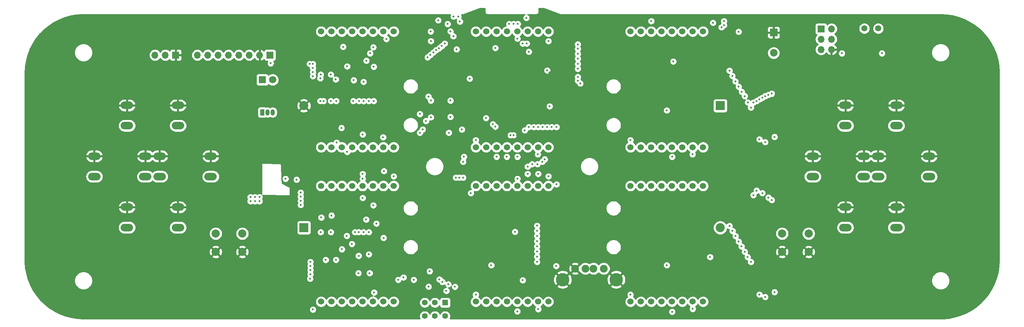
<source format=gbr>
G04 #@! TF.GenerationSoftware,KiCad,Pcbnew,(5.1.6-0-10_14)*
G04 #@! TF.CreationDate,2020-12-22T21:50:37-08:00*
G04 #@! TF.ProjectId,handheld,68616e64-6865-46c6-942e-6b696361645f,rev?*
G04 #@! TF.SameCoordinates,Original*
G04 #@! TF.FileFunction,Copper,L2,Inr*
G04 #@! TF.FilePolarity,Positive*
%FSLAX46Y46*%
G04 Gerber Fmt 4.6, Leading zero omitted, Abs format (unit mm)*
G04 Created by KiCad (PCBNEW (5.1.6-0-10_14)) date 2020-12-22 21:50:37*
%MOMM*%
%LPD*%
G01*
G04 APERTURE LIST*
G04 #@! TA.AperFunction,ViaPad*
%ADD10C,1.524000*%
G04 #@! TD*
G04 #@! TA.AperFunction,ViaPad*
%ADD11R,1.050000X1.500000*%
G04 #@! TD*
G04 #@! TA.AperFunction,ViaPad*
%ADD12O,1.050000X1.500000*%
G04 #@! TD*
G04 #@! TA.AperFunction,ViaPad*
%ADD13C,2.230000*%
G04 #@! TD*
G04 #@! TA.AperFunction,ViaPad*
%ADD14R,2.230000X2.230000*%
G04 #@! TD*
G04 #@! TA.AperFunction,ViaPad*
%ADD15C,1.800000*%
G04 #@! TD*
G04 #@! TA.AperFunction,ViaPad*
%ADD16R,1.800000X1.800000*%
G04 #@! TD*
G04 #@! TA.AperFunction,ViaPad*
%ADD17C,1.400000*%
G04 #@! TD*
G04 #@! TA.AperFunction,ViaPad*
%ADD18R,1.400000X1.400000*%
G04 #@! TD*
G04 #@! TA.AperFunction,ViaPad*
%ADD19C,2.000000*%
G04 #@! TD*
G04 #@! TA.AperFunction,ViaPad*
%ADD20C,1.850000*%
G04 #@! TD*
G04 #@! TA.AperFunction,ViaPad*
%ADD21R,1.850000X1.850000*%
G04 #@! TD*
G04 #@! TA.AperFunction,ViaPad*
%ADD22O,1.700000X1.700000*%
G04 #@! TD*
G04 #@! TA.AperFunction,ViaPad*
%ADD23R,1.700000X1.700000*%
G04 #@! TD*
G04 #@! TA.AperFunction,ViaPad*
%ADD24O,3.048000X1.850000*%
G04 #@! TD*
G04 #@! TA.AperFunction,ViaPad*
%ADD25C,1.500000*%
G04 #@! TD*
G04 #@! TA.AperFunction,ViaPad*
%ADD26C,1.900000*%
G04 #@! TD*
G04 #@! TA.AperFunction,ViaPad*
%ADD27C,3.300000*%
G04 #@! TD*
G04 #@! TA.AperFunction,ViaPad*
%ADD28C,0.508000*%
G04 #@! TD*
G04 #@! TA.AperFunction,Conductor*
%ADD29C,0.254000*%
G04 #@! TD*
G04 APERTURE END LIST*
D10*
X105610000Y-68450000D03*
X108150000Y-68450000D03*
X110690000Y-68450000D03*
X113230000Y-68450000D03*
X115770000Y-68450000D03*
X118310000Y-68450000D03*
X120850000Y-68450000D03*
X123390000Y-68450000D03*
X123390000Y-96850000D03*
X120850000Y-96850000D03*
X118310000Y-96850000D03*
X115770000Y-96850000D03*
X113230000Y-96850000D03*
X110690000Y-96850000D03*
X108150000Y-96850000D03*
X105610000Y-96850000D03*
D11*
X91200000Y-88300000D03*
D12*
X93740000Y-88300000D03*
X92470000Y-88300000D03*
D13*
X203400000Y-116600000D03*
D14*
X101400000Y-116600000D03*
D15*
X93740000Y-80300000D03*
D16*
X91200000Y-80300000D03*
D17*
X131000000Y-138300000D03*
X133500000Y-138300000D03*
X136000000Y-138300000D03*
X131000000Y-135000000D03*
X133500000Y-135000000D03*
D18*
X136000000Y-135000000D03*
D19*
X86300000Y-118050000D03*
X86300000Y-122550000D03*
X79800000Y-118050000D03*
X79800000Y-122550000D03*
X225050000Y-118050000D03*
X225050000Y-122550000D03*
X218550000Y-118050000D03*
X218550000Y-122550000D03*
D20*
X216500000Y-73700000D03*
D21*
X216500000Y-68700000D03*
D22*
X64920000Y-74250000D03*
X67460000Y-74250000D03*
D23*
X70000000Y-74250000D03*
D22*
X75320000Y-74250000D03*
X77860000Y-74250000D03*
X80400000Y-74250000D03*
X82940000Y-74250000D03*
X85480000Y-74250000D03*
X88020000Y-74250000D03*
X90560000Y-74250000D03*
D23*
X93100000Y-74250000D03*
D13*
X101400000Y-86650000D03*
D14*
X203400000Y-86650000D03*
D24*
X234050000Y-91560000D03*
X234050000Y-86560000D03*
X246550000Y-91560000D03*
X246550000Y-86560000D03*
X242050000Y-104060000D03*
X242050000Y-99060000D03*
X254550000Y-104060000D03*
X254550000Y-99060000D03*
X226050000Y-104060000D03*
X226050000Y-99060000D03*
X238550000Y-104060000D03*
X238550000Y-99060000D03*
X234050000Y-116560000D03*
X234050000Y-111560000D03*
X246550000Y-116560000D03*
X246550000Y-111560000D03*
X58050000Y-116560000D03*
X58050000Y-111560000D03*
X70550000Y-116560000D03*
X70550000Y-111560000D03*
X58050000Y-91560000D03*
X58050000Y-86560000D03*
X70550000Y-91560000D03*
X70550000Y-86560000D03*
X78550000Y-99060000D03*
X78550000Y-104060000D03*
X66050000Y-99060000D03*
X66050000Y-104060000D03*
X50050000Y-104060000D03*
X50050000Y-99060000D03*
X62550000Y-104060000D03*
X62550000Y-99060000D03*
D25*
X242100000Y-67700000D03*
X238700000Y-67700000D03*
D26*
X167850000Y-126640000D03*
X170350000Y-126640000D03*
X172350000Y-126640000D03*
X174850000Y-126640000D03*
D27*
X164780000Y-129350000D03*
X177920000Y-129350000D03*
D22*
X230640000Y-72880000D03*
X228100000Y-72880000D03*
X230640000Y-70340000D03*
X228100000Y-70340000D03*
X230640000Y-67800000D03*
D23*
X228100000Y-67800000D03*
D10*
X181410000Y-106350000D03*
X183950000Y-106350000D03*
X186490000Y-106350000D03*
X189030000Y-106350000D03*
X191570000Y-106350000D03*
X194110000Y-106350000D03*
X196650000Y-106350000D03*
X199190000Y-106350000D03*
X199190000Y-134750000D03*
X196650000Y-134750000D03*
X194110000Y-134750000D03*
X191570000Y-134750000D03*
X189030000Y-134750000D03*
X186490000Y-134750000D03*
X183950000Y-134750000D03*
X181410000Y-134750000D03*
X181410000Y-68450000D03*
X183950000Y-68450000D03*
X186490000Y-68450000D03*
X189030000Y-68450000D03*
X191570000Y-68450000D03*
X194110000Y-68450000D03*
X196650000Y-68450000D03*
X199190000Y-68450000D03*
X199190000Y-96850000D03*
X196650000Y-96850000D03*
X194110000Y-96850000D03*
X191570000Y-96850000D03*
X189030000Y-96850000D03*
X186490000Y-96850000D03*
X183950000Y-96850000D03*
X181410000Y-96850000D03*
X143510000Y-106350000D03*
X146050000Y-106350000D03*
X148590000Y-106350000D03*
X151130000Y-106350000D03*
X153670000Y-106350000D03*
X156210000Y-106350000D03*
X158750000Y-106350000D03*
X161290000Y-106350000D03*
X161290000Y-134750000D03*
X158750000Y-134750000D03*
X156210000Y-134750000D03*
X153670000Y-134750000D03*
X151130000Y-134750000D03*
X148590000Y-134750000D03*
X146050000Y-134750000D03*
X143510000Y-134750000D03*
X143510000Y-68450000D03*
X146050000Y-68450000D03*
X148590000Y-68450000D03*
X151130000Y-68450000D03*
X153670000Y-68450000D03*
X156210000Y-68450000D03*
X158750000Y-68450000D03*
X161290000Y-68450000D03*
X161290000Y-96850000D03*
X158750000Y-96850000D03*
X156210000Y-96850000D03*
X153670000Y-96850000D03*
X151130000Y-96850000D03*
X148590000Y-96850000D03*
X146050000Y-96850000D03*
X143510000Y-96850000D03*
X105610000Y-106350000D03*
X108150000Y-106350000D03*
X110690000Y-106350000D03*
X113230000Y-106350000D03*
X115770000Y-106350000D03*
X118310000Y-106350000D03*
X120850000Y-106350000D03*
X123390000Y-106350000D03*
X123390000Y-134750000D03*
X120850000Y-134750000D03*
X118310000Y-134750000D03*
X115770000Y-134750000D03*
X113230000Y-134750000D03*
X110690000Y-134750000D03*
X108150000Y-134750000D03*
X105610000Y-134750000D03*
D28*
X121100000Y-126100000D03*
X195300000Y-125850000D03*
X195450000Y-87850000D03*
X199000000Y-116700000D03*
X200700000Y-79700000D03*
X150900000Y-124500000D03*
X155800000Y-113400000D03*
X151200000Y-93900000D03*
X153600000Y-93900000D03*
X130800000Y-78900000D03*
X186600000Y-90400000D03*
X180400000Y-89600000D03*
X180400000Y-85300000D03*
X180400000Y-81000000D03*
X180400000Y-76700000D03*
X186600000Y-78600000D03*
X186600000Y-82900000D03*
X186600000Y-86900000D03*
X180400000Y-111700000D03*
X180400000Y-116000000D03*
X180400000Y-120300000D03*
X180400000Y-124600000D03*
X186400000Y-126500000D03*
X186400000Y-122200000D03*
X186400000Y-117900000D03*
X186400000Y-113500000D03*
X143400000Y-126500000D03*
X143383334Y-122216666D03*
X143383333Y-117883333D03*
X143350000Y-113550000D03*
X137450000Y-111650000D03*
X137416667Y-115983333D03*
X137416666Y-120316666D03*
X137450000Y-124650000D03*
X145500000Y-89000000D03*
X161600000Y-78500000D03*
X154800000Y-93300000D03*
X216700000Y-81300000D03*
X101500000Y-106000000D03*
X101500000Y-106900000D03*
X102300000Y-106900000D03*
X102300000Y-106000000D03*
X95400000Y-109400000D03*
X96200000Y-109400000D03*
X96200000Y-110200000D03*
X95400000Y-110200000D03*
X97000000Y-115000000D03*
X100400000Y-128200000D03*
X144700000Y-65700000D03*
X149000004Y-64600000D03*
X90500000Y-76250000D03*
X70000000Y-76250000D03*
X157600000Y-74600000D03*
X160800002Y-87400000D03*
X161000000Y-94300000D03*
X165000000Y-90600000D03*
X165000000Y-75100000D03*
X161600000Y-72800000D03*
X142700006Y-79100000D03*
X243000000Y-71500000D03*
X142700000Y-91800000D03*
X132700000Y-91500000D03*
X140100000Y-90100000D03*
X137300000Y-87500000D03*
X138650000Y-81450000D03*
X99400000Y-67300000D03*
X99400000Y-77700000D03*
X134600000Y-130800000D03*
X121600000Y-74200000D03*
X108000000Y-79000000D03*
X105500000Y-79000000D03*
X112000000Y-77000000D03*
X103600000Y-76400000D03*
X102800000Y-76400000D03*
X102900000Y-129100000D03*
X103000000Y-128000000D03*
X103000000Y-127000000D03*
X103000000Y-126000000D03*
X103000000Y-125000000D03*
X106750000Y-124500000D03*
X109250000Y-124500000D03*
X114750000Y-127750000D03*
X117500000Y-127750000D03*
X131925000Y-131075000D03*
X99600000Y-104800000D03*
X100600000Y-111000000D03*
X100600000Y-110000000D03*
X100600000Y-108000000D03*
X100600000Y-109000000D03*
X105500000Y-117700000D03*
X108000000Y-117700000D03*
X113900000Y-117700000D03*
X116000000Y-117700000D03*
X117305000Y-85505000D03*
X114900000Y-85500000D03*
X109305000Y-85504996D03*
X106200000Y-85500000D03*
X103600000Y-77400000D03*
X103600000Y-78400000D03*
X103600000Y-79400000D03*
X132500000Y-85400000D03*
X132500000Y-89500000D03*
X129800000Y-93300000D03*
X118500000Y-85500000D03*
X116700000Y-75600008D03*
X118400000Y-72300000D03*
X136900000Y-93300000D03*
X156500000Y-73400000D03*
X161000000Y-78000000D03*
X155500000Y-92700002D03*
X90500000Y-110100000D03*
X90500000Y-109100000D03*
X89400000Y-109100000D03*
X89400000Y-110100000D03*
X88300000Y-110100000D03*
X88300000Y-109100000D03*
X96900000Y-104600000D03*
X93250000Y-76250000D03*
X161600009Y-86799991D03*
X146000000Y-89700000D03*
X142000000Y-80000000D03*
X139600000Y-66000000D03*
X242999982Y-73800000D03*
X137300000Y-89400000D03*
X137300000Y-85400000D03*
X140100000Y-92500000D03*
X190300000Y-87800000D03*
X190300000Y-125800000D03*
X147300000Y-125800000D03*
X200900000Y-123800000D03*
X105650000Y-114100000D03*
X108150000Y-113600000D03*
X113150000Y-120600000D03*
X153700000Y-70200000D03*
X119150004Y-115600004D03*
X120900000Y-119100000D03*
X161300000Y-70800000D03*
X132449996Y-68450000D03*
X132499998Y-70800000D03*
X121600002Y-70300000D03*
X112000000Y-98000000D03*
X111000000Y-72200000D03*
X158700000Y-98600000D03*
X196600000Y-98600000D03*
X120800000Y-94400000D03*
X121000000Y-102700000D03*
X116650000Y-114600000D03*
X153700000Y-99200000D03*
X191600000Y-99200000D03*
X115800000Y-93700000D03*
X115800000Y-103400000D03*
X111900000Y-118600000D03*
X110690000Y-121890000D03*
X110600000Y-92100000D03*
X109400000Y-95700000D03*
X143500000Y-95100000D03*
X181400000Y-95100000D03*
X115800000Y-109300000D03*
X115800000Y-104600000D03*
X153700000Y-104600000D03*
X123400000Y-104000000D03*
X123390000Y-106350000D03*
X161300000Y-104000000D03*
X118400000Y-111100000D03*
X196650000Y-136533410D03*
X158800000Y-136600000D03*
X118600000Y-132500000D03*
X191600000Y-137233410D03*
X153666599Y-137133401D03*
X181400000Y-133000000D03*
X143500000Y-133000000D03*
X137300000Y-68400000D03*
X137999996Y-69600000D03*
X136600000Y-66600000D03*
X138400000Y-131100000D03*
X142299996Y-108100000D03*
X156200000Y-103400000D03*
X135900000Y-71400000D03*
X155000000Y-71400000D03*
X140400000Y-104299998D03*
X158800000Y-103400000D03*
X135200000Y-72000000D03*
X156000000Y-71400000D03*
X139500000Y-104300000D03*
X155000000Y-129500000D03*
X134600000Y-129300000D03*
X156200000Y-101600000D03*
X138600000Y-104300000D03*
X135325000Y-129925000D03*
X140400000Y-100400000D03*
X151100004Y-99200000D03*
X136775000Y-130475000D03*
X148600000Y-99200000D03*
X140600000Y-99200000D03*
X216000000Y-109800000D03*
X207900000Y-68500000D03*
X216000000Y-83700000D03*
X186500000Y-65900000D03*
X215200000Y-109200000D03*
X204300000Y-65900000D03*
X215200000Y-83999996D03*
X211500000Y-108600000D03*
X211500000Y-85900000D03*
X201600014Y-66300000D03*
X213700000Y-108100000D03*
X204300000Y-66900000D03*
X213700000Y-84699998D03*
X212300000Y-107500000D03*
X203699990Y-67400000D03*
X212300000Y-85500000D03*
X214400000Y-95600000D03*
X214400000Y-133600000D03*
X214400000Y-84299998D03*
X213000000Y-94900000D03*
X213000000Y-133000000D03*
X213000000Y-85100000D03*
X216700000Y-94300000D03*
X216700000Y-132400000D03*
X233200000Y-73800000D03*
X152781000Y-93900000D03*
X152019000Y-93900000D03*
X136300000Y-132100000D03*
X155900000Y-65100000D03*
X139250000Y-64750000D03*
X138050000Y-64750000D03*
X162100000Y-91900000D03*
X160399998Y-99800000D03*
X161000000Y-91900000D03*
X159799994Y-100400000D03*
X158800000Y-91900000D03*
X157299994Y-101000000D03*
X159900000Y-91900000D03*
X158599994Y-101000000D03*
X210900000Y-87100000D03*
X210900000Y-125000000D03*
X168500000Y-71599994D03*
X158500000Y-125000000D03*
X210150000Y-85850000D03*
X210100000Y-123800000D03*
X168500000Y-72700014D03*
X158500000Y-123700000D03*
X209400000Y-84300000D03*
X209400000Y-122500000D03*
X168500000Y-73900000D03*
X158500000Y-122400000D03*
X208650000Y-83250000D03*
X208600000Y-121200000D03*
X168500000Y-75100000D03*
X158500000Y-121200000D03*
X207900000Y-82000000D03*
X207900000Y-120000000D03*
X168500000Y-76400000D03*
X158500000Y-119900000D03*
X168500000Y-77600000D03*
X207100000Y-80700000D03*
X207150000Y-118650000D03*
X158500000Y-118600000D03*
X168500000Y-79600000D03*
X206350000Y-79350000D03*
X206400000Y-117400000D03*
X158500000Y-117400000D03*
X168500000Y-80500000D03*
X205650000Y-78050000D03*
X205650000Y-116150000D03*
X158501202Y-116101202D03*
X169100000Y-81200000D03*
X191900000Y-75800000D03*
X163200000Y-126000000D03*
X157700000Y-91900000D03*
X156500000Y-91900000D03*
X153099994Y-117600000D03*
X109200000Y-80200000D03*
X107999996Y-85500000D03*
X118500000Y-77100000D03*
X117600006Y-73800000D03*
X117300000Y-117700000D03*
X117300000Y-123129906D03*
X114800000Y-117700000D03*
X114800000Y-123504690D03*
X134500000Y-72600000D03*
X128300000Y-129400000D03*
X113600000Y-80400000D03*
X113494997Y-85504987D03*
X116000000Y-80800000D03*
X116035000Y-85534990D03*
X105400000Y-85500000D03*
X105400000Y-79900004D03*
X103600000Y-136700000D03*
X152800000Y-66600000D03*
X147700000Y-91200000D03*
X153800000Y-66600000D03*
X148300000Y-91800000D03*
X151700000Y-66600000D03*
X148300000Y-72500000D03*
X163300000Y-91900000D03*
X163300000Y-105955732D03*
X132199770Y-127299770D03*
X130500000Y-92500000D03*
X132400000Y-74200000D03*
X125800000Y-128800000D03*
X131300004Y-90400000D03*
X133100000Y-73600000D03*
X124500000Y-129400000D03*
X131900000Y-84400000D03*
X133800000Y-72999986D03*
X129800000Y-88700000D03*
X131700000Y-74800000D03*
X138800000Y-72800000D03*
X134300000Y-65700000D03*
D29*
G36*
X145740000Y-63567580D02*
G01*
X145736807Y-63600000D01*
X145749550Y-63729383D01*
X145787290Y-63853793D01*
X145848575Y-63968450D01*
X145903994Y-64035978D01*
X145931052Y-64068948D01*
X146031550Y-64151425D01*
X146146207Y-64212710D01*
X146270617Y-64250450D01*
X146400000Y-64263193D01*
X146432419Y-64260000D01*
X155604871Y-64260000D01*
X155478901Y-64312179D01*
X155333296Y-64409469D01*
X155209469Y-64533296D01*
X155112179Y-64678901D01*
X155045164Y-64840688D01*
X155011000Y-65012441D01*
X155011000Y-65187559D01*
X155045164Y-65359312D01*
X155112179Y-65521099D01*
X155209469Y-65666704D01*
X155333296Y-65790531D01*
X155478901Y-65887821D01*
X155640688Y-65954836D01*
X155812441Y-65989000D01*
X155987559Y-65989000D01*
X156159312Y-65954836D01*
X156321099Y-65887821D01*
X156433913Y-65812441D01*
X185611000Y-65812441D01*
X185611000Y-65987559D01*
X185645164Y-66159312D01*
X185712179Y-66321099D01*
X185809469Y-66466704D01*
X185933296Y-66590531D01*
X186078901Y-66687821D01*
X186240688Y-66754836D01*
X186412441Y-66789000D01*
X186587559Y-66789000D01*
X186759312Y-66754836D01*
X186921099Y-66687821D01*
X187066704Y-66590531D01*
X187190531Y-66466704D01*
X187287821Y-66321099D01*
X187332829Y-66212441D01*
X200711014Y-66212441D01*
X200711014Y-66387559D01*
X200745178Y-66559312D01*
X200812193Y-66721099D01*
X200909483Y-66866704D01*
X201033310Y-66990531D01*
X201178915Y-67087821D01*
X201340702Y-67154836D01*
X201512455Y-67189000D01*
X201687573Y-67189000D01*
X201859326Y-67154836D01*
X202021113Y-67087821D01*
X202166718Y-66990531D01*
X202290545Y-66866704D01*
X202387835Y-66721099D01*
X202454850Y-66559312D01*
X202489014Y-66387559D01*
X202489014Y-66212441D01*
X202454850Y-66040688D01*
X202387835Y-65878901D01*
X202290545Y-65733296D01*
X202166718Y-65609469D01*
X202021113Y-65512179D01*
X201859326Y-65445164D01*
X201687573Y-65411000D01*
X201512455Y-65411000D01*
X201340702Y-65445164D01*
X201178915Y-65512179D01*
X201033310Y-65609469D01*
X200909483Y-65733296D01*
X200812193Y-65878901D01*
X200745178Y-66040688D01*
X200711014Y-66212441D01*
X187332829Y-66212441D01*
X187354836Y-66159312D01*
X187389000Y-65987559D01*
X187389000Y-65812441D01*
X187354836Y-65640688D01*
X187287821Y-65478901D01*
X187190531Y-65333296D01*
X187066704Y-65209469D01*
X186921099Y-65112179D01*
X186759312Y-65045164D01*
X186587559Y-65011000D01*
X186412441Y-65011000D01*
X186240688Y-65045164D01*
X186078901Y-65112179D01*
X185933296Y-65209469D01*
X185809469Y-65333296D01*
X185712179Y-65478901D01*
X185645164Y-65640688D01*
X185611000Y-65812441D01*
X156433913Y-65812441D01*
X156466704Y-65790531D01*
X156590531Y-65666704D01*
X156687821Y-65521099D01*
X156754836Y-65359312D01*
X156789000Y-65187559D01*
X156789000Y-65012441D01*
X156754836Y-64840688D01*
X156687821Y-64678901D01*
X156590531Y-64533296D01*
X156466704Y-64409469D01*
X156321099Y-64312179D01*
X156195129Y-64260000D01*
X158267581Y-64260000D01*
X158300000Y-64263193D01*
X158332419Y-64260000D01*
X158429383Y-64250450D01*
X158553793Y-64212710D01*
X158668450Y-64151425D01*
X158768948Y-64068948D01*
X158851425Y-63968450D01*
X158912710Y-63853793D01*
X158950450Y-63729383D01*
X158963193Y-63600000D01*
X158960000Y-63567581D01*
X158960000Y-62727000D01*
X160121551Y-62727000D01*
X164026674Y-64202269D01*
X164046207Y-64212710D01*
X164087341Y-64225188D01*
X164097082Y-64228868D01*
X164118351Y-64234595D01*
X164170617Y-64250450D01*
X164181049Y-64251477D01*
X164191164Y-64254201D01*
X164245628Y-64257838D01*
X164267581Y-64260000D01*
X164278008Y-64260000D01*
X164320883Y-64262863D01*
X164342840Y-64260000D01*
X257432419Y-64260000D01*
X257455161Y-64257760D01*
X258874567Y-64330906D01*
X260333513Y-64558066D01*
X261761375Y-64933992D01*
X263143041Y-65454703D01*
X264463858Y-66114678D01*
X265709839Y-66906927D01*
X266867777Y-67823054D01*
X267925421Y-68853365D01*
X268871540Y-69986920D01*
X269696134Y-71211734D01*
X270390461Y-72514830D01*
X270947156Y-73882380D01*
X271360331Y-75299918D01*
X271625605Y-76752422D01*
X271741142Y-78237026D01*
X271744828Y-78518563D01*
X271740000Y-78567582D01*
X271740001Y-124632419D01*
X271742240Y-124655154D01*
X271669094Y-126074567D01*
X271441934Y-127533513D01*
X271066008Y-128961375D01*
X270545297Y-130343042D01*
X269885322Y-131663858D01*
X269093076Y-132909834D01*
X268176946Y-134067778D01*
X267146646Y-135125411D01*
X266013080Y-136071540D01*
X264788266Y-136896134D01*
X263485170Y-137590461D01*
X262117624Y-138147155D01*
X260700082Y-138560331D01*
X259247578Y-138825604D01*
X257762974Y-138941142D01*
X257481438Y-138944828D01*
X257432419Y-138940000D01*
X137177955Y-138940000D01*
X137183061Y-138932359D01*
X137283696Y-138689405D01*
X137335000Y-138431486D01*
X137335000Y-138168514D01*
X137283696Y-137910595D01*
X137183061Y-137667641D01*
X137036962Y-137448987D01*
X136851013Y-137263038D01*
X136632359Y-137116939D01*
X136460716Y-137045842D01*
X152777599Y-137045842D01*
X152777599Y-137220960D01*
X152811763Y-137392713D01*
X152878778Y-137554500D01*
X152976068Y-137700105D01*
X153099895Y-137823932D01*
X153245500Y-137921222D01*
X153407287Y-137988237D01*
X153579040Y-138022401D01*
X153754158Y-138022401D01*
X153925911Y-137988237D01*
X154087698Y-137921222D01*
X154233303Y-137823932D01*
X154357130Y-137700105D01*
X154454420Y-137554500D01*
X154521435Y-137392713D01*
X154555599Y-137220960D01*
X154555599Y-137045842D01*
X154521435Y-136874089D01*
X154454420Y-136712302D01*
X154357130Y-136566697D01*
X154233303Y-136442870D01*
X154087698Y-136345580D01*
X153925911Y-136278565D01*
X153754158Y-136244401D01*
X153579040Y-136244401D01*
X153407287Y-136278565D01*
X153245500Y-136345580D01*
X153099895Y-136442870D01*
X152976068Y-136566697D01*
X152878778Y-136712302D01*
X152811763Y-136874089D01*
X152777599Y-137045842D01*
X136460716Y-137045842D01*
X136389405Y-137016304D01*
X136131486Y-136965000D01*
X135868514Y-136965000D01*
X135610595Y-137016304D01*
X135367641Y-137116939D01*
X135148987Y-137263038D01*
X134963038Y-137448987D01*
X134816939Y-137667641D01*
X134750000Y-137829246D01*
X134683061Y-137667641D01*
X134536962Y-137448987D01*
X134351013Y-137263038D01*
X134132359Y-137116939D01*
X133889405Y-137016304D01*
X133631486Y-136965000D01*
X133368514Y-136965000D01*
X133110595Y-137016304D01*
X132867641Y-137116939D01*
X132648987Y-137263038D01*
X132463038Y-137448987D01*
X132316939Y-137667641D01*
X132250000Y-137829246D01*
X132183061Y-137667641D01*
X132036962Y-137448987D01*
X131851013Y-137263038D01*
X131632359Y-137116939D01*
X131389405Y-137016304D01*
X131131486Y-136965000D01*
X130868514Y-136965000D01*
X130610595Y-137016304D01*
X130367641Y-137116939D01*
X130148987Y-137263038D01*
X129963038Y-137448987D01*
X129816939Y-137667641D01*
X129716304Y-137910595D01*
X129665000Y-138168514D01*
X129665000Y-138431486D01*
X129716304Y-138689405D01*
X129816939Y-138932359D01*
X129822045Y-138940000D01*
X47367581Y-138940000D01*
X47344839Y-138942240D01*
X45925433Y-138869094D01*
X44466487Y-138641934D01*
X43038625Y-138266008D01*
X41656958Y-137745297D01*
X40336142Y-137085322D01*
X39592436Y-136612441D01*
X102711000Y-136612441D01*
X102711000Y-136787559D01*
X102745164Y-136959312D01*
X102812179Y-137121099D01*
X102909469Y-137266704D01*
X103033296Y-137390531D01*
X103178901Y-137487821D01*
X103340688Y-137554836D01*
X103512441Y-137589000D01*
X103687559Y-137589000D01*
X103859312Y-137554836D01*
X104021099Y-137487821D01*
X104166704Y-137390531D01*
X104290531Y-137266704D01*
X104387821Y-137121099D01*
X104454836Y-136959312D01*
X104489000Y-136787559D01*
X104489000Y-136612441D01*
X104454836Y-136440688D01*
X104387821Y-136278901D01*
X104290531Y-136133296D01*
X104166704Y-136009469D01*
X104021099Y-135912179D01*
X103859312Y-135845164D01*
X103687559Y-135811000D01*
X103512441Y-135811000D01*
X103340688Y-135845164D01*
X103178901Y-135912179D01*
X103033296Y-136009469D01*
X102909469Y-136133296D01*
X102812179Y-136278901D01*
X102745164Y-136440688D01*
X102711000Y-136612441D01*
X39592436Y-136612441D01*
X39090166Y-136293076D01*
X37932222Y-135376946D01*
X37147402Y-134612408D01*
X104213000Y-134612408D01*
X104213000Y-134887592D01*
X104266686Y-135157490D01*
X104371995Y-135411727D01*
X104524880Y-135640535D01*
X104719465Y-135835120D01*
X104948273Y-135988005D01*
X105202510Y-136093314D01*
X105472408Y-136147000D01*
X105747592Y-136147000D01*
X106017490Y-136093314D01*
X106271727Y-135988005D01*
X106500535Y-135835120D01*
X106695120Y-135640535D01*
X106848005Y-135411727D01*
X106880000Y-135334485D01*
X106911995Y-135411727D01*
X107064880Y-135640535D01*
X107259465Y-135835120D01*
X107488273Y-135988005D01*
X107742510Y-136093314D01*
X108012408Y-136147000D01*
X108287592Y-136147000D01*
X108557490Y-136093314D01*
X108811727Y-135988005D01*
X109040535Y-135835120D01*
X109235120Y-135640535D01*
X109388005Y-135411727D01*
X109420000Y-135334485D01*
X109451995Y-135411727D01*
X109604880Y-135640535D01*
X109799465Y-135835120D01*
X110028273Y-135988005D01*
X110282510Y-136093314D01*
X110552408Y-136147000D01*
X110827592Y-136147000D01*
X111097490Y-136093314D01*
X111351727Y-135988005D01*
X111580535Y-135835120D01*
X111775120Y-135640535D01*
X111928005Y-135411727D01*
X111960000Y-135334485D01*
X111991995Y-135411727D01*
X112144880Y-135640535D01*
X112339465Y-135835120D01*
X112568273Y-135988005D01*
X112822510Y-136093314D01*
X113092408Y-136147000D01*
X113367592Y-136147000D01*
X113637490Y-136093314D01*
X113891727Y-135988005D01*
X114120535Y-135835120D01*
X114315120Y-135640535D01*
X114468005Y-135411727D01*
X114500000Y-135334485D01*
X114531995Y-135411727D01*
X114684880Y-135640535D01*
X114879465Y-135835120D01*
X115108273Y-135988005D01*
X115362510Y-136093314D01*
X115632408Y-136147000D01*
X115907592Y-136147000D01*
X116177490Y-136093314D01*
X116431727Y-135988005D01*
X116660535Y-135835120D01*
X116855120Y-135640535D01*
X117008005Y-135411727D01*
X117040000Y-135334485D01*
X117071995Y-135411727D01*
X117224880Y-135640535D01*
X117419465Y-135835120D01*
X117648273Y-135988005D01*
X117902510Y-136093314D01*
X118172408Y-136147000D01*
X118447592Y-136147000D01*
X118717490Y-136093314D01*
X118971727Y-135988005D01*
X119200535Y-135835120D01*
X119395120Y-135640535D01*
X119548005Y-135411727D01*
X119580000Y-135334485D01*
X119611995Y-135411727D01*
X119764880Y-135640535D01*
X119959465Y-135835120D01*
X120188273Y-135988005D01*
X120442510Y-136093314D01*
X120712408Y-136147000D01*
X120987592Y-136147000D01*
X121257490Y-136093314D01*
X121511727Y-135988005D01*
X121740535Y-135835120D01*
X121935120Y-135640535D01*
X122088005Y-135411727D01*
X122120000Y-135334485D01*
X122151995Y-135411727D01*
X122304880Y-135640535D01*
X122499465Y-135835120D01*
X122728273Y-135988005D01*
X122982510Y-136093314D01*
X123252408Y-136147000D01*
X123527592Y-136147000D01*
X123797490Y-136093314D01*
X124051727Y-135988005D01*
X124280535Y-135835120D01*
X124475120Y-135640535D01*
X124628005Y-135411727D01*
X124733314Y-135157490D01*
X124787000Y-134887592D01*
X124787000Y-134868514D01*
X129665000Y-134868514D01*
X129665000Y-135131486D01*
X129716304Y-135389405D01*
X129816939Y-135632359D01*
X129963038Y-135851013D01*
X130148987Y-136036962D01*
X130367641Y-136183061D01*
X130610595Y-136283696D01*
X130868514Y-136335000D01*
X131131486Y-136335000D01*
X131389405Y-136283696D01*
X131632359Y-136183061D01*
X131851013Y-136036962D01*
X132036962Y-135851013D01*
X132183061Y-135632359D01*
X132250000Y-135470754D01*
X132316939Y-135632359D01*
X132463038Y-135851013D01*
X132648987Y-136036962D01*
X132867641Y-136183061D01*
X133110595Y-136283696D01*
X133368514Y-136335000D01*
X133631486Y-136335000D01*
X133889405Y-136283696D01*
X134132359Y-136183061D01*
X134351013Y-136036962D01*
X134536962Y-135851013D01*
X134661928Y-135663987D01*
X134661928Y-135700000D01*
X134674188Y-135824482D01*
X134710498Y-135944180D01*
X134769463Y-136054494D01*
X134848815Y-136151185D01*
X134945506Y-136230537D01*
X135055820Y-136289502D01*
X135175518Y-136325812D01*
X135300000Y-136338072D01*
X136700000Y-136338072D01*
X136824482Y-136325812D01*
X136944180Y-136289502D01*
X137054494Y-136230537D01*
X137151185Y-136151185D01*
X137230537Y-136054494D01*
X137289502Y-135944180D01*
X137325812Y-135824482D01*
X137338072Y-135700000D01*
X137338072Y-134612408D01*
X142113000Y-134612408D01*
X142113000Y-134887592D01*
X142166686Y-135157490D01*
X142271995Y-135411727D01*
X142424880Y-135640535D01*
X142619465Y-135835120D01*
X142848273Y-135988005D01*
X143102510Y-136093314D01*
X143372408Y-136147000D01*
X143647592Y-136147000D01*
X143917490Y-136093314D01*
X144171727Y-135988005D01*
X144400535Y-135835120D01*
X144595120Y-135640535D01*
X144748005Y-135411727D01*
X144780000Y-135334485D01*
X144811995Y-135411727D01*
X144964880Y-135640535D01*
X145159465Y-135835120D01*
X145388273Y-135988005D01*
X145642510Y-136093314D01*
X145912408Y-136147000D01*
X146187592Y-136147000D01*
X146457490Y-136093314D01*
X146711727Y-135988005D01*
X146940535Y-135835120D01*
X147135120Y-135640535D01*
X147288005Y-135411727D01*
X147320000Y-135334485D01*
X147351995Y-135411727D01*
X147504880Y-135640535D01*
X147699465Y-135835120D01*
X147928273Y-135988005D01*
X148182510Y-136093314D01*
X148452408Y-136147000D01*
X148727592Y-136147000D01*
X148997490Y-136093314D01*
X149251727Y-135988005D01*
X149480535Y-135835120D01*
X149675120Y-135640535D01*
X149828005Y-135411727D01*
X149860000Y-135334485D01*
X149891995Y-135411727D01*
X150044880Y-135640535D01*
X150239465Y-135835120D01*
X150468273Y-135988005D01*
X150722510Y-136093314D01*
X150992408Y-136147000D01*
X151267592Y-136147000D01*
X151537490Y-136093314D01*
X151791727Y-135988005D01*
X152020535Y-135835120D01*
X152215120Y-135640535D01*
X152368005Y-135411727D01*
X152400000Y-135334485D01*
X152431995Y-135411727D01*
X152584880Y-135640535D01*
X152779465Y-135835120D01*
X153008273Y-135988005D01*
X153262510Y-136093314D01*
X153532408Y-136147000D01*
X153807592Y-136147000D01*
X154077490Y-136093314D01*
X154331727Y-135988005D01*
X154560535Y-135835120D01*
X154755120Y-135640535D01*
X154908005Y-135411727D01*
X154940000Y-135334485D01*
X154971995Y-135411727D01*
X155124880Y-135640535D01*
X155319465Y-135835120D01*
X155548273Y-135988005D01*
X155802510Y-136093314D01*
X156072408Y-136147000D01*
X156347592Y-136147000D01*
X156617490Y-136093314D01*
X156871727Y-135988005D01*
X157100535Y-135835120D01*
X157295120Y-135640535D01*
X157448005Y-135411727D01*
X157480000Y-135334485D01*
X157511995Y-135411727D01*
X157664880Y-135640535D01*
X157859465Y-135835120D01*
X158088273Y-135988005D01*
X158135286Y-136007479D01*
X158109469Y-136033296D01*
X158012179Y-136178901D01*
X157945164Y-136340688D01*
X157911000Y-136512441D01*
X157911000Y-136687559D01*
X157945164Y-136859312D01*
X158012179Y-137021099D01*
X158109469Y-137166704D01*
X158233296Y-137290531D01*
X158378901Y-137387821D01*
X158540688Y-137454836D01*
X158712441Y-137489000D01*
X158887559Y-137489000D01*
X159059312Y-137454836D01*
X159221099Y-137387821D01*
X159366704Y-137290531D01*
X159490531Y-137166704D01*
X159504464Y-137145851D01*
X190711000Y-137145851D01*
X190711000Y-137320969D01*
X190745164Y-137492722D01*
X190812179Y-137654509D01*
X190909469Y-137800114D01*
X191033296Y-137923941D01*
X191178901Y-138021231D01*
X191340688Y-138088246D01*
X191512441Y-138122410D01*
X191687559Y-138122410D01*
X191859312Y-138088246D01*
X192021099Y-138021231D01*
X192166704Y-137923941D01*
X192290531Y-137800114D01*
X192387821Y-137654509D01*
X192454836Y-137492722D01*
X192489000Y-137320969D01*
X192489000Y-137145851D01*
X192454836Y-136974098D01*
X192387821Y-136812311D01*
X192290531Y-136666706D01*
X192166704Y-136542879D01*
X192021099Y-136445589D01*
X191859312Y-136378574D01*
X191687559Y-136344410D01*
X191512441Y-136344410D01*
X191340688Y-136378574D01*
X191178901Y-136445589D01*
X191033296Y-136542879D01*
X190909469Y-136666706D01*
X190812179Y-136812311D01*
X190745164Y-136974098D01*
X190711000Y-137145851D01*
X159504464Y-137145851D01*
X159587821Y-137021099D01*
X159654836Y-136859312D01*
X159689000Y-136687559D01*
X159689000Y-136512441D01*
X159654836Y-136340688D01*
X159587821Y-136178901D01*
X159490531Y-136033296D01*
X159431817Y-135974582D01*
X159640535Y-135835120D01*
X159835120Y-135640535D01*
X159988005Y-135411727D01*
X160020000Y-135334485D01*
X160051995Y-135411727D01*
X160204880Y-135640535D01*
X160399465Y-135835120D01*
X160628273Y-135988005D01*
X160882510Y-136093314D01*
X161152408Y-136147000D01*
X161427592Y-136147000D01*
X161697490Y-136093314D01*
X161951727Y-135988005D01*
X162180535Y-135835120D01*
X162375120Y-135640535D01*
X162528005Y-135411727D01*
X162633314Y-135157490D01*
X162687000Y-134887592D01*
X162687000Y-134612408D01*
X180013000Y-134612408D01*
X180013000Y-134887592D01*
X180066686Y-135157490D01*
X180171995Y-135411727D01*
X180324880Y-135640535D01*
X180519465Y-135835120D01*
X180748273Y-135988005D01*
X181002510Y-136093314D01*
X181272408Y-136147000D01*
X181547592Y-136147000D01*
X181817490Y-136093314D01*
X182071727Y-135988005D01*
X182300535Y-135835120D01*
X182495120Y-135640535D01*
X182648005Y-135411727D01*
X182680000Y-135334485D01*
X182711995Y-135411727D01*
X182864880Y-135640535D01*
X183059465Y-135835120D01*
X183288273Y-135988005D01*
X183542510Y-136093314D01*
X183812408Y-136147000D01*
X184087592Y-136147000D01*
X184357490Y-136093314D01*
X184611727Y-135988005D01*
X184840535Y-135835120D01*
X185035120Y-135640535D01*
X185188005Y-135411727D01*
X185220000Y-135334485D01*
X185251995Y-135411727D01*
X185404880Y-135640535D01*
X185599465Y-135835120D01*
X185828273Y-135988005D01*
X186082510Y-136093314D01*
X186352408Y-136147000D01*
X186627592Y-136147000D01*
X186897490Y-136093314D01*
X187151727Y-135988005D01*
X187380535Y-135835120D01*
X187575120Y-135640535D01*
X187728005Y-135411727D01*
X187760000Y-135334485D01*
X187791995Y-135411727D01*
X187944880Y-135640535D01*
X188139465Y-135835120D01*
X188368273Y-135988005D01*
X188622510Y-136093314D01*
X188892408Y-136147000D01*
X189167592Y-136147000D01*
X189437490Y-136093314D01*
X189691727Y-135988005D01*
X189920535Y-135835120D01*
X190115120Y-135640535D01*
X190268005Y-135411727D01*
X190300000Y-135334485D01*
X190331995Y-135411727D01*
X190484880Y-135640535D01*
X190679465Y-135835120D01*
X190908273Y-135988005D01*
X191162510Y-136093314D01*
X191432408Y-136147000D01*
X191707592Y-136147000D01*
X191977490Y-136093314D01*
X192231727Y-135988005D01*
X192460535Y-135835120D01*
X192655120Y-135640535D01*
X192808005Y-135411727D01*
X192840000Y-135334485D01*
X192871995Y-135411727D01*
X193024880Y-135640535D01*
X193219465Y-135835120D01*
X193448273Y-135988005D01*
X193702510Y-136093314D01*
X193972408Y-136147000D01*
X194247592Y-136147000D01*
X194517490Y-136093314D01*
X194771727Y-135988005D01*
X195000535Y-135835120D01*
X195195120Y-135640535D01*
X195348005Y-135411727D01*
X195380000Y-135334485D01*
X195411995Y-135411727D01*
X195564880Y-135640535D01*
X195759465Y-135835120D01*
X195958521Y-135968125D01*
X195862179Y-136112311D01*
X195795164Y-136274098D01*
X195761000Y-136445851D01*
X195761000Y-136620969D01*
X195795164Y-136792722D01*
X195862179Y-136954509D01*
X195959469Y-137100114D01*
X196083296Y-137223941D01*
X196228901Y-137321231D01*
X196390688Y-137388246D01*
X196562441Y-137422410D01*
X196737559Y-137422410D01*
X196909312Y-137388246D01*
X197071099Y-137321231D01*
X197216704Y-137223941D01*
X197340531Y-137100114D01*
X197437821Y-136954509D01*
X197504836Y-136792722D01*
X197539000Y-136620969D01*
X197539000Y-136445851D01*
X197504836Y-136274098D01*
X197437821Y-136112311D01*
X197341479Y-135968125D01*
X197540535Y-135835120D01*
X197735120Y-135640535D01*
X197888005Y-135411727D01*
X197920000Y-135334485D01*
X197951995Y-135411727D01*
X198104880Y-135640535D01*
X198299465Y-135835120D01*
X198528273Y-135988005D01*
X198782510Y-136093314D01*
X199052408Y-136147000D01*
X199327592Y-136147000D01*
X199597490Y-136093314D01*
X199851727Y-135988005D01*
X200080535Y-135835120D01*
X200275120Y-135640535D01*
X200428005Y-135411727D01*
X200533314Y-135157490D01*
X200587000Y-134887592D01*
X200587000Y-134612408D01*
X200533314Y-134342510D01*
X200428005Y-134088273D01*
X200275120Y-133859465D01*
X200080535Y-133664880D01*
X199851727Y-133511995D01*
X199597490Y-133406686D01*
X199327592Y-133353000D01*
X199052408Y-133353000D01*
X198782510Y-133406686D01*
X198528273Y-133511995D01*
X198299465Y-133664880D01*
X198104880Y-133859465D01*
X197951995Y-134088273D01*
X197920000Y-134165515D01*
X197888005Y-134088273D01*
X197735120Y-133859465D01*
X197540535Y-133664880D01*
X197311727Y-133511995D01*
X197057490Y-133406686D01*
X196787592Y-133353000D01*
X196512408Y-133353000D01*
X196242510Y-133406686D01*
X195988273Y-133511995D01*
X195759465Y-133664880D01*
X195564880Y-133859465D01*
X195411995Y-134088273D01*
X195380000Y-134165515D01*
X195348005Y-134088273D01*
X195195120Y-133859465D01*
X195000535Y-133664880D01*
X194771727Y-133511995D01*
X194517490Y-133406686D01*
X194247592Y-133353000D01*
X193972408Y-133353000D01*
X193702510Y-133406686D01*
X193448273Y-133511995D01*
X193219465Y-133664880D01*
X193024880Y-133859465D01*
X192871995Y-134088273D01*
X192840000Y-134165515D01*
X192808005Y-134088273D01*
X192655120Y-133859465D01*
X192460535Y-133664880D01*
X192231727Y-133511995D01*
X191977490Y-133406686D01*
X191707592Y-133353000D01*
X191432408Y-133353000D01*
X191162510Y-133406686D01*
X190908273Y-133511995D01*
X190679465Y-133664880D01*
X190484880Y-133859465D01*
X190331995Y-134088273D01*
X190300000Y-134165515D01*
X190268005Y-134088273D01*
X190115120Y-133859465D01*
X189920535Y-133664880D01*
X189691727Y-133511995D01*
X189437490Y-133406686D01*
X189167592Y-133353000D01*
X188892408Y-133353000D01*
X188622510Y-133406686D01*
X188368273Y-133511995D01*
X188139465Y-133664880D01*
X187944880Y-133859465D01*
X187791995Y-134088273D01*
X187760000Y-134165515D01*
X187728005Y-134088273D01*
X187575120Y-133859465D01*
X187380535Y-133664880D01*
X187151727Y-133511995D01*
X186897490Y-133406686D01*
X186627592Y-133353000D01*
X186352408Y-133353000D01*
X186082510Y-133406686D01*
X185828273Y-133511995D01*
X185599465Y-133664880D01*
X185404880Y-133859465D01*
X185251995Y-134088273D01*
X185220000Y-134165515D01*
X185188005Y-134088273D01*
X185035120Y-133859465D01*
X184840535Y-133664880D01*
X184611727Y-133511995D01*
X184357490Y-133406686D01*
X184087592Y-133353000D01*
X183812408Y-133353000D01*
X183542510Y-133406686D01*
X183288273Y-133511995D01*
X183059465Y-133664880D01*
X182864880Y-133859465D01*
X182711995Y-134088273D01*
X182680000Y-134165515D01*
X182648005Y-134088273D01*
X182495120Y-133859465D01*
X182300535Y-133664880D01*
X182109999Y-133537568D01*
X182187821Y-133421099D01*
X182254836Y-133259312D01*
X182289000Y-133087559D01*
X182289000Y-132912441D01*
X212111000Y-132912441D01*
X212111000Y-133087559D01*
X212145164Y-133259312D01*
X212212179Y-133421099D01*
X212309469Y-133566704D01*
X212433296Y-133690531D01*
X212578901Y-133787821D01*
X212740688Y-133854836D01*
X212912441Y-133889000D01*
X213087559Y-133889000D01*
X213259312Y-133854836D01*
X213421099Y-133787821D01*
X213518057Y-133723036D01*
X213545164Y-133859312D01*
X213612179Y-134021099D01*
X213709469Y-134166704D01*
X213833296Y-134290531D01*
X213978901Y-134387821D01*
X214140688Y-134454836D01*
X214312441Y-134489000D01*
X214487559Y-134489000D01*
X214659312Y-134454836D01*
X214821099Y-134387821D01*
X214966704Y-134290531D01*
X215090531Y-134166704D01*
X215187821Y-134021099D01*
X215254836Y-133859312D01*
X215289000Y-133687559D01*
X215289000Y-133512441D01*
X215254836Y-133340688D01*
X215187821Y-133178901D01*
X215090531Y-133033296D01*
X214966704Y-132909469D01*
X214821099Y-132812179D01*
X214659312Y-132745164D01*
X214487559Y-132711000D01*
X214312441Y-132711000D01*
X214140688Y-132745164D01*
X213978901Y-132812179D01*
X213881943Y-132876964D01*
X213854836Y-132740688D01*
X213787821Y-132578901D01*
X213690531Y-132433296D01*
X213569676Y-132312441D01*
X215811000Y-132312441D01*
X215811000Y-132487559D01*
X215845164Y-132659312D01*
X215912179Y-132821099D01*
X216009469Y-132966704D01*
X216133296Y-133090531D01*
X216278901Y-133187821D01*
X216440688Y-133254836D01*
X216612441Y-133289000D01*
X216787559Y-133289000D01*
X216959312Y-133254836D01*
X217121099Y-133187821D01*
X217266704Y-133090531D01*
X217390531Y-132966704D01*
X217487821Y-132821099D01*
X217554836Y-132659312D01*
X217589000Y-132487559D01*
X217589000Y-132312441D01*
X217554836Y-132140688D01*
X217487821Y-131978901D01*
X217390531Y-131833296D01*
X217266704Y-131709469D01*
X217121099Y-131612179D01*
X216959312Y-131545164D01*
X216787559Y-131511000D01*
X216612441Y-131511000D01*
X216440688Y-131545164D01*
X216278901Y-131612179D01*
X216133296Y-131709469D01*
X216009469Y-131833296D01*
X215912179Y-131978901D01*
X215845164Y-132140688D01*
X215811000Y-132312441D01*
X213569676Y-132312441D01*
X213566704Y-132309469D01*
X213421099Y-132212179D01*
X213259312Y-132145164D01*
X213087559Y-132111000D01*
X212912441Y-132111000D01*
X212740688Y-132145164D01*
X212578901Y-132212179D01*
X212433296Y-132309469D01*
X212309469Y-132433296D01*
X212212179Y-132578901D01*
X212145164Y-132740688D01*
X212111000Y-132912441D01*
X182289000Y-132912441D01*
X182254836Y-132740688D01*
X182187821Y-132578901D01*
X182090531Y-132433296D01*
X181966704Y-132309469D01*
X181821099Y-132212179D01*
X181659312Y-132145164D01*
X181487559Y-132111000D01*
X181312441Y-132111000D01*
X181140688Y-132145164D01*
X180978901Y-132212179D01*
X180833296Y-132309469D01*
X180709469Y-132433296D01*
X180612179Y-132578901D01*
X180545164Y-132740688D01*
X180511000Y-132912441D01*
X180511000Y-133087559D01*
X180545164Y-133259312D01*
X180612179Y-133421099D01*
X180696174Y-133546807D01*
X180519465Y-133664880D01*
X180324880Y-133859465D01*
X180171995Y-134088273D01*
X180066686Y-134342510D01*
X180013000Y-134612408D01*
X162687000Y-134612408D01*
X162633314Y-134342510D01*
X162528005Y-134088273D01*
X162375120Y-133859465D01*
X162180535Y-133664880D01*
X161951727Y-133511995D01*
X161697490Y-133406686D01*
X161427592Y-133353000D01*
X161152408Y-133353000D01*
X160882510Y-133406686D01*
X160628273Y-133511995D01*
X160399465Y-133664880D01*
X160204880Y-133859465D01*
X160051995Y-134088273D01*
X160020000Y-134165515D01*
X159988005Y-134088273D01*
X159835120Y-133859465D01*
X159640535Y-133664880D01*
X159411727Y-133511995D01*
X159157490Y-133406686D01*
X158887592Y-133353000D01*
X158612408Y-133353000D01*
X158342510Y-133406686D01*
X158088273Y-133511995D01*
X157859465Y-133664880D01*
X157664880Y-133859465D01*
X157511995Y-134088273D01*
X157480000Y-134165515D01*
X157448005Y-134088273D01*
X157295120Y-133859465D01*
X157100535Y-133664880D01*
X156871727Y-133511995D01*
X156617490Y-133406686D01*
X156347592Y-133353000D01*
X156072408Y-133353000D01*
X155802510Y-133406686D01*
X155548273Y-133511995D01*
X155319465Y-133664880D01*
X155124880Y-133859465D01*
X154971995Y-134088273D01*
X154940000Y-134165515D01*
X154908005Y-134088273D01*
X154755120Y-133859465D01*
X154560535Y-133664880D01*
X154331727Y-133511995D01*
X154077490Y-133406686D01*
X153807592Y-133353000D01*
X153532408Y-133353000D01*
X153262510Y-133406686D01*
X153008273Y-133511995D01*
X152779465Y-133664880D01*
X152584880Y-133859465D01*
X152431995Y-134088273D01*
X152400000Y-134165515D01*
X152368005Y-134088273D01*
X152215120Y-133859465D01*
X152020535Y-133664880D01*
X151791727Y-133511995D01*
X151537490Y-133406686D01*
X151267592Y-133353000D01*
X150992408Y-133353000D01*
X150722510Y-133406686D01*
X150468273Y-133511995D01*
X150239465Y-133664880D01*
X150044880Y-133859465D01*
X149891995Y-134088273D01*
X149860000Y-134165515D01*
X149828005Y-134088273D01*
X149675120Y-133859465D01*
X149480535Y-133664880D01*
X149251727Y-133511995D01*
X148997490Y-133406686D01*
X148727592Y-133353000D01*
X148452408Y-133353000D01*
X148182510Y-133406686D01*
X147928273Y-133511995D01*
X147699465Y-133664880D01*
X147504880Y-133859465D01*
X147351995Y-134088273D01*
X147320000Y-134165515D01*
X147288005Y-134088273D01*
X147135120Y-133859465D01*
X146940535Y-133664880D01*
X146711727Y-133511995D01*
X146457490Y-133406686D01*
X146187592Y-133353000D01*
X145912408Y-133353000D01*
X145642510Y-133406686D01*
X145388273Y-133511995D01*
X145159465Y-133664880D01*
X144964880Y-133859465D01*
X144811995Y-134088273D01*
X144780000Y-134165515D01*
X144748005Y-134088273D01*
X144595120Y-133859465D01*
X144400535Y-133664880D01*
X144209999Y-133537568D01*
X144287821Y-133421099D01*
X144354836Y-133259312D01*
X144389000Y-133087559D01*
X144389000Y-132912441D01*
X144354836Y-132740688D01*
X144287821Y-132578901D01*
X144190531Y-132433296D01*
X144066704Y-132309469D01*
X143921099Y-132212179D01*
X143759312Y-132145164D01*
X143587559Y-132111000D01*
X143412441Y-132111000D01*
X143240688Y-132145164D01*
X143078901Y-132212179D01*
X142933296Y-132309469D01*
X142809469Y-132433296D01*
X142712179Y-132578901D01*
X142645164Y-132740688D01*
X142611000Y-132912441D01*
X142611000Y-133087559D01*
X142645164Y-133259312D01*
X142712179Y-133421099D01*
X142796174Y-133546807D01*
X142619465Y-133664880D01*
X142424880Y-133859465D01*
X142271995Y-134088273D01*
X142166686Y-134342510D01*
X142113000Y-134612408D01*
X137338072Y-134612408D01*
X137338072Y-134300000D01*
X137325812Y-134175518D01*
X137289502Y-134055820D01*
X137230537Y-133945506D01*
X137151185Y-133848815D01*
X137054494Y-133769463D01*
X136944180Y-133710498D01*
X136824482Y-133674188D01*
X136700000Y-133661928D01*
X135300000Y-133661928D01*
X135175518Y-133674188D01*
X135055820Y-133710498D01*
X134945506Y-133769463D01*
X134848815Y-133848815D01*
X134769463Y-133945506D01*
X134710498Y-134055820D01*
X134674188Y-134175518D01*
X134661928Y-134300000D01*
X134661928Y-134336013D01*
X134536962Y-134148987D01*
X134351013Y-133963038D01*
X134132359Y-133816939D01*
X133889405Y-133716304D01*
X133631486Y-133665000D01*
X133368514Y-133665000D01*
X133110595Y-133716304D01*
X132867641Y-133816939D01*
X132648987Y-133963038D01*
X132463038Y-134148987D01*
X132316939Y-134367641D01*
X132250000Y-134529246D01*
X132183061Y-134367641D01*
X132036962Y-134148987D01*
X131851013Y-133963038D01*
X131632359Y-133816939D01*
X131389405Y-133716304D01*
X131131486Y-133665000D01*
X130868514Y-133665000D01*
X130610595Y-133716304D01*
X130367641Y-133816939D01*
X130148987Y-133963038D01*
X129963038Y-134148987D01*
X129816939Y-134367641D01*
X129716304Y-134610595D01*
X129665000Y-134868514D01*
X124787000Y-134868514D01*
X124787000Y-134612408D01*
X124733314Y-134342510D01*
X124628005Y-134088273D01*
X124475120Y-133859465D01*
X124280535Y-133664880D01*
X124051727Y-133511995D01*
X123797490Y-133406686D01*
X123527592Y-133353000D01*
X123252408Y-133353000D01*
X122982510Y-133406686D01*
X122728273Y-133511995D01*
X122499465Y-133664880D01*
X122304880Y-133859465D01*
X122151995Y-134088273D01*
X122120000Y-134165515D01*
X122088005Y-134088273D01*
X121935120Y-133859465D01*
X121740535Y-133664880D01*
X121511727Y-133511995D01*
X121257490Y-133406686D01*
X120987592Y-133353000D01*
X120712408Y-133353000D01*
X120442510Y-133406686D01*
X120188273Y-133511995D01*
X119959465Y-133664880D01*
X119764880Y-133859465D01*
X119611995Y-134088273D01*
X119580000Y-134165515D01*
X119548005Y-134088273D01*
X119395120Y-133859465D01*
X119200535Y-133664880D01*
X118971727Y-133511995D01*
X118717490Y-133406686D01*
X118628576Y-133389000D01*
X118687559Y-133389000D01*
X118859312Y-133354836D01*
X119021099Y-133287821D01*
X119166704Y-133190531D01*
X119290531Y-133066704D01*
X119387821Y-132921099D01*
X119454836Y-132759312D01*
X119489000Y-132587559D01*
X119489000Y-132412441D01*
X119454836Y-132240688D01*
X119387821Y-132078901D01*
X119290531Y-131933296D01*
X119166704Y-131809469D01*
X119021099Y-131712179D01*
X118859312Y-131645164D01*
X118687559Y-131611000D01*
X118512441Y-131611000D01*
X118340688Y-131645164D01*
X118178901Y-131712179D01*
X118033296Y-131809469D01*
X117909469Y-131933296D01*
X117812179Y-132078901D01*
X117745164Y-132240688D01*
X117711000Y-132412441D01*
X117711000Y-132587559D01*
X117745164Y-132759312D01*
X117812179Y-132921099D01*
X117909469Y-133066704D01*
X118033296Y-133190531D01*
X118178901Y-133287821D01*
X118336256Y-133353000D01*
X118172408Y-133353000D01*
X117902510Y-133406686D01*
X117648273Y-133511995D01*
X117419465Y-133664880D01*
X117224880Y-133859465D01*
X117071995Y-134088273D01*
X117040000Y-134165515D01*
X117008005Y-134088273D01*
X116855120Y-133859465D01*
X116660535Y-133664880D01*
X116431727Y-133511995D01*
X116177490Y-133406686D01*
X115907592Y-133353000D01*
X115632408Y-133353000D01*
X115362510Y-133406686D01*
X115108273Y-133511995D01*
X114879465Y-133664880D01*
X114684880Y-133859465D01*
X114531995Y-134088273D01*
X114500000Y-134165515D01*
X114468005Y-134088273D01*
X114315120Y-133859465D01*
X114120535Y-133664880D01*
X113891727Y-133511995D01*
X113637490Y-133406686D01*
X113367592Y-133353000D01*
X113092408Y-133353000D01*
X112822510Y-133406686D01*
X112568273Y-133511995D01*
X112339465Y-133664880D01*
X112144880Y-133859465D01*
X111991995Y-134088273D01*
X111960000Y-134165515D01*
X111928005Y-134088273D01*
X111775120Y-133859465D01*
X111580535Y-133664880D01*
X111351727Y-133511995D01*
X111097490Y-133406686D01*
X110827592Y-133353000D01*
X110552408Y-133353000D01*
X110282510Y-133406686D01*
X110028273Y-133511995D01*
X109799465Y-133664880D01*
X109604880Y-133859465D01*
X109451995Y-134088273D01*
X109420000Y-134165515D01*
X109388005Y-134088273D01*
X109235120Y-133859465D01*
X109040535Y-133664880D01*
X108811727Y-133511995D01*
X108557490Y-133406686D01*
X108287592Y-133353000D01*
X108012408Y-133353000D01*
X107742510Y-133406686D01*
X107488273Y-133511995D01*
X107259465Y-133664880D01*
X107064880Y-133859465D01*
X106911995Y-134088273D01*
X106880000Y-134165515D01*
X106848005Y-134088273D01*
X106695120Y-133859465D01*
X106500535Y-133664880D01*
X106271727Y-133511995D01*
X106017490Y-133406686D01*
X105747592Y-133353000D01*
X105472408Y-133353000D01*
X105202510Y-133406686D01*
X104948273Y-133511995D01*
X104719465Y-133664880D01*
X104524880Y-133859465D01*
X104371995Y-134088273D01*
X104266686Y-134342510D01*
X104213000Y-134612408D01*
X37147402Y-134612408D01*
X36874589Y-134346646D01*
X35928460Y-133213080D01*
X35103866Y-131988266D01*
X34409539Y-130685170D01*
X33878185Y-129379872D01*
X45165000Y-129379872D01*
X45165000Y-129820128D01*
X45250890Y-130251925D01*
X45419369Y-130658669D01*
X45663962Y-131024729D01*
X45975271Y-131336038D01*
X46341331Y-131580631D01*
X46748075Y-131749110D01*
X47179872Y-131835000D01*
X47620128Y-131835000D01*
X48051925Y-131749110D01*
X48458669Y-131580631D01*
X48824729Y-131336038D01*
X49136038Y-131024729D01*
X49160952Y-130987441D01*
X131036000Y-130987441D01*
X131036000Y-131162559D01*
X131070164Y-131334312D01*
X131137179Y-131496099D01*
X131234469Y-131641704D01*
X131358296Y-131765531D01*
X131503901Y-131862821D01*
X131665688Y-131929836D01*
X131837441Y-131964000D01*
X132012559Y-131964000D01*
X132184312Y-131929836D01*
X132346099Y-131862821D01*
X132491704Y-131765531D01*
X132615531Y-131641704D01*
X132712821Y-131496099D01*
X132779836Y-131334312D01*
X132814000Y-131162559D01*
X132814000Y-130987441D01*
X132779836Y-130815688D01*
X132712821Y-130653901D01*
X132615531Y-130508296D01*
X132491704Y-130384469D01*
X132346099Y-130287179D01*
X132184312Y-130220164D01*
X132012559Y-130186000D01*
X131837441Y-130186000D01*
X131665688Y-130220164D01*
X131503901Y-130287179D01*
X131358296Y-130384469D01*
X131234469Y-130508296D01*
X131137179Y-130653901D01*
X131070164Y-130815688D01*
X131036000Y-130987441D01*
X49160952Y-130987441D01*
X49380631Y-130658669D01*
X49549110Y-130251925D01*
X49635000Y-129820128D01*
X49635000Y-129379872D01*
X49561914Y-129012441D01*
X102011000Y-129012441D01*
X102011000Y-129187559D01*
X102045164Y-129359312D01*
X102112179Y-129521099D01*
X102209469Y-129666704D01*
X102333296Y-129790531D01*
X102478901Y-129887821D01*
X102640688Y-129954836D01*
X102812441Y-129989000D01*
X102987559Y-129989000D01*
X103159312Y-129954836D01*
X103321099Y-129887821D01*
X103466704Y-129790531D01*
X103590531Y-129666704D01*
X103687821Y-129521099D01*
X103754836Y-129359312D01*
X103764159Y-129312441D01*
X123611000Y-129312441D01*
X123611000Y-129487559D01*
X123645164Y-129659312D01*
X123712179Y-129821099D01*
X123809469Y-129966704D01*
X123933296Y-130090531D01*
X124078901Y-130187821D01*
X124240688Y-130254836D01*
X124412441Y-130289000D01*
X124587559Y-130289000D01*
X124759312Y-130254836D01*
X124921099Y-130187821D01*
X125066704Y-130090531D01*
X125190531Y-129966704D01*
X125287821Y-129821099D01*
X125354836Y-129659312D01*
X125370211Y-129582015D01*
X125378901Y-129587821D01*
X125540688Y-129654836D01*
X125712441Y-129689000D01*
X125887559Y-129689000D01*
X126059312Y-129654836D01*
X126221099Y-129587821D01*
X126366704Y-129490531D01*
X126490531Y-129366704D01*
X126526788Y-129312441D01*
X127411000Y-129312441D01*
X127411000Y-129487559D01*
X127445164Y-129659312D01*
X127512179Y-129821099D01*
X127609469Y-129966704D01*
X127733296Y-130090531D01*
X127878901Y-130187821D01*
X128040688Y-130254836D01*
X128212441Y-130289000D01*
X128387559Y-130289000D01*
X128559312Y-130254836D01*
X128721099Y-130187821D01*
X128866704Y-130090531D01*
X128990531Y-129966704D01*
X129087821Y-129821099D01*
X129154836Y-129659312D01*
X129189000Y-129487559D01*
X129189000Y-129312441D01*
X129169109Y-129212441D01*
X133711000Y-129212441D01*
X133711000Y-129387559D01*
X133745164Y-129559312D01*
X133812179Y-129721099D01*
X133909469Y-129866704D01*
X134033296Y-129990531D01*
X134178901Y-130087821D01*
X134340688Y-130154836D01*
X134469393Y-130180437D01*
X134470164Y-130184312D01*
X134537179Y-130346099D01*
X134634469Y-130491704D01*
X134758296Y-130615531D01*
X134903901Y-130712821D01*
X135065688Y-130779836D01*
X135237441Y-130814000D01*
X135412559Y-130814000D01*
X135584312Y-130779836D01*
X135746099Y-130712821D01*
X135891704Y-130615531D01*
X135895735Y-130611500D01*
X135920164Y-130734312D01*
X135987179Y-130896099D01*
X136084469Y-131041704D01*
X136208296Y-131165531D01*
X136276345Y-131211000D01*
X136212441Y-131211000D01*
X136040688Y-131245164D01*
X135878901Y-131312179D01*
X135733296Y-131409469D01*
X135609469Y-131533296D01*
X135512179Y-131678901D01*
X135445164Y-131840688D01*
X135411000Y-132012441D01*
X135411000Y-132187559D01*
X135445164Y-132359312D01*
X135512179Y-132521099D01*
X135609469Y-132666704D01*
X135733296Y-132790531D01*
X135878901Y-132887821D01*
X136040688Y-132954836D01*
X136212441Y-132989000D01*
X136387559Y-132989000D01*
X136559312Y-132954836D01*
X136721099Y-132887821D01*
X136866704Y-132790531D01*
X136990531Y-132666704D01*
X137087821Y-132521099D01*
X137154836Y-132359312D01*
X137189000Y-132187559D01*
X137189000Y-132012441D01*
X137154836Y-131840688D01*
X137087821Y-131678901D01*
X136990531Y-131533296D01*
X136866704Y-131409469D01*
X136798655Y-131364000D01*
X136862559Y-131364000D01*
X137034312Y-131329836D01*
X137196099Y-131262821D01*
X137341704Y-131165531D01*
X137465531Y-131041704D01*
X137521985Y-130957214D01*
X137511000Y-131012441D01*
X137511000Y-131187559D01*
X137545164Y-131359312D01*
X137612179Y-131521099D01*
X137709469Y-131666704D01*
X137833296Y-131790531D01*
X137978901Y-131887821D01*
X138140688Y-131954836D01*
X138312441Y-131989000D01*
X138487559Y-131989000D01*
X138659312Y-131954836D01*
X138821099Y-131887821D01*
X138966704Y-131790531D01*
X139090531Y-131666704D01*
X139187821Y-131521099D01*
X139254836Y-131359312D01*
X139289000Y-131187559D01*
X139289000Y-131012441D01*
X139276269Y-130948435D01*
X163361170Y-130948435D01*
X163535223Y-131279354D01*
X163935540Y-131485125D01*
X164368308Y-131608846D01*
X164816898Y-131645759D01*
X165264070Y-131594449D01*
X165692639Y-131456885D01*
X166024777Y-131279354D01*
X166198830Y-130948435D01*
X176501170Y-130948435D01*
X176675223Y-131279354D01*
X177075540Y-131485125D01*
X177508308Y-131608846D01*
X177956898Y-131645759D01*
X178404070Y-131594449D01*
X178832639Y-131456885D01*
X179164777Y-131279354D01*
X179338830Y-130948435D01*
X177920000Y-129529605D01*
X176501170Y-130948435D01*
X166198830Y-130948435D01*
X164780000Y-129529605D01*
X163361170Y-130948435D01*
X139276269Y-130948435D01*
X139254836Y-130840688D01*
X139187821Y-130678901D01*
X139090531Y-130533296D01*
X138966704Y-130409469D01*
X138821099Y-130312179D01*
X138659312Y-130245164D01*
X138487559Y-130211000D01*
X138312441Y-130211000D01*
X138140688Y-130245164D01*
X137978901Y-130312179D01*
X137833296Y-130409469D01*
X137709469Y-130533296D01*
X137653015Y-130617786D01*
X137664000Y-130562559D01*
X137664000Y-130387441D01*
X137629836Y-130215688D01*
X137562821Y-130053901D01*
X137465531Y-129908296D01*
X137341704Y-129784469D01*
X137196099Y-129687179D01*
X137034312Y-129620164D01*
X136862559Y-129586000D01*
X136687441Y-129586000D01*
X136515688Y-129620164D01*
X136353901Y-129687179D01*
X136208296Y-129784469D01*
X136204265Y-129788500D01*
X136179836Y-129665688D01*
X136112821Y-129503901D01*
X136051710Y-129412441D01*
X154111000Y-129412441D01*
X154111000Y-129587559D01*
X154145164Y-129759312D01*
X154212179Y-129921099D01*
X154309469Y-130066704D01*
X154433296Y-130190531D01*
X154578901Y-130287821D01*
X154740688Y-130354836D01*
X154912441Y-130389000D01*
X155087559Y-130389000D01*
X155259312Y-130354836D01*
X155421099Y-130287821D01*
X155566704Y-130190531D01*
X155690531Y-130066704D01*
X155787821Y-129921099D01*
X155854836Y-129759312D01*
X155889000Y-129587559D01*
X155889000Y-129412441D01*
X155883920Y-129386898D01*
X162484241Y-129386898D01*
X162535551Y-129834070D01*
X162673115Y-130262639D01*
X162850646Y-130594777D01*
X163181565Y-130768830D01*
X164600395Y-129350000D01*
X164959605Y-129350000D01*
X166378435Y-130768830D01*
X166709354Y-130594777D01*
X166915125Y-130194460D01*
X167038846Y-129761692D01*
X167069686Y-129386898D01*
X175624241Y-129386898D01*
X175675551Y-129834070D01*
X175813115Y-130262639D01*
X175990646Y-130594777D01*
X176321565Y-130768830D01*
X177740395Y-129350000D01*
X178099605Y-129350000D01*
X179518435Y-130768830D01*
X179849354Y-130594777D01*
X180055125Y-130194460D01*
X180178846Y-129761692D01*
X180210264Y-129379872D01*
X255165000Y-129379872D01*
X255165000Y-129820128D01*
X255250890Y-130251925D01*
X255419369Y-130658669D01*
X255663962Y-131024729D01*
X255975271Y-131336038D01*
X256341331Y-131580631D01*
X256748075Y-131749110D01*
X257179872Y-131835000D01*
X257620128Y-131835000D01*
X258051925Y-131749110D01*
X258458669Y-131580631D01*
X258824729Y-131336038D01*
X259136038Y-131024729D01*
X259380631Y-130658669D01*
X259549110Y-130251925D01*
X259635000Y-129820128D01*
X259635000Y-129379872D01*
X259549110Y-128948075D01*
X259380631Y-128541331D01*
X259136038Y-128175271D01*
X258824729Y-127863962D01*
X258458669Y-127619369D01*
X258051925Y-127450890D01*
X257620128Y-127365000D01*
X257179872Y-127365000D01*
X256748075Y-127450890D01*
X256341331Y-127619369D01*
X255975271Y-127863962D01*
X255663962Y-128175271D01*
X255419369Y-128541331D01*
X255250890Y-128948075D01*
X255165000Y-129379872D01*
X180210264Y-129379872D01*
X180215759Y-129313102D01*
X180164449Y-128865930D01*
X180026885Y-128437361D01*
X179849354Y-128105223D01*
X179518435Y-127931170D01*
X178099605Y-129350000D01*
X177740395Y-129350000D01*
X176321565Y-127931170D01*
X175990646Y-128105223D01*
X175784875Y-128505540D01*
X175661154Y-128938308D01*
X175624241Y-129386898D01*
X167069686Y-129386898D01*
X167075759Y-129313102D01*
X167024449Y-128865930D01*
X166886885Y-128437361D01*
X166709354Y-128105223D01*
X166378435Y-127931170D01*
X164959605Y-129350000D01*
X164600395Y-129350000D01*
X163181565Y-127931170D01*
X162850646Y-128105223D01*
X162644875Y-128505540D01*
X162521154Y-128938308D01*
X162484241Y-129386898D01*
X155883920Y-129386898D01*
X155854836Y-129240688D01*
X155787821Y-129078901D01*
X155690531Y-128933296D01*
X155566704Y-128809469D01*
X155421099Y-128712179D01*
X155259312Y-128645164D01*
X155087559Y-128611000D01*
X154912441Y-128611000D01*
X154740688Y-128645164D01*
X154578901Y-128712179D01*
X154433296Y-128809469D01*
X154309469Y-128933296D01*
X154212179Y-129078901D01*
X154145164Y-129240688D01*
X154111000Y-129412441D01*
X136051710Y-129412441D01*
X136015531Y-129358296D01*
X135891704Y-129234469D01*
X135746099Y-129137179D01*
X135584312Y-129070164D01*
X135455607Y-129044563D01*
X135454836Y-129040688D01*
X135387821Y-128878901D01*
X135290531Y-128733296D01*
X135166704Y-128609469D01*
X135021099Y-128512179D01*
X134859312Y-128445164D01*
X134687559Y-128411000D01*
X134512441Y-128411000D01*
X134340688Y-128445164D01*
X134178901Y-128512179D01*
X134033296Y-128609469D01*
X133909469Y-128733296D01*
X133812179Y-128878901D01*
X133745164Y-129040688D01*
X133711000Y-129212441D01*
X129169109Y-129212441D01*
X129154836Y-129140688D01*
X129087821Y-128978901D01*
X128990531Y-128833296D01*
X128866704Y-128709469D01*
X128721099Y-128612179D01*
X128559312Y-128545164D01*
X128387559Y-128511000D01*
X128212441Y-128511000D01*
X128040688Y-128545164D01*
X127878901Y-128612179D01*
X127733296Y-128709469D01*
X127609469Y-128833296D01*
X127512179Y-128978901D01*
X127445164Y-129140688D01*
X127411000Y-129312441D01*
X126526788Y-129312441D01*
X126587821Y-129221099D01*
X126654836Y-129059312D01*
X126689000Y-128887559D01*
X126689000Y-128712441D01*
X126654836Y-128540688D01*
X126587821Y-128378901D01*
X126490531Y-128233296D01*
X126366704Y-128109469D01*
X126221099Y-128012179D01*
X126059312Y-127945164D01*
X125887559Y-127911000D01*
X125712441Y-127911000D01*
X125540688Y-127945164D01*
X125378901Y-128012179D01*
X125233296Y-128109469D01*
X125109469Y-128233296D01*
X125012179Y-128378901D01*
X124945164Y-128540688D01*
X124929789Y-128617985D01*
X124921099Y-128612179D01*
X124759312Y-128545164D01*
X124587559Y-128511000D01*
X124412441Y-128511000D01*
X124240688Y-128545164D01*
X124078901Y-128612179D01*
X123933296Y-128709469D01*
X123809469Y-128833296D01*
X123712179Y-128978901D01*
X123645164Y-129140688D01*
X123611000Y-129312441D01*
X103764159Y-129312441D01*
X103789000Y-129187559D01*
X103789000Y-129012441D01*
X103754836Y-128840688D01*
X103687821Y-128678901D01*
X103643967Y-128613268D01*
X103690531Y-128566704D01*
X103787821Y-128421099D01*
X103854836Y-128259312D01*
X103889000Y-128087559D01*
X103889000Y-127912441D01*
X103854836Y-127740688D01*
X103822425Y-127662441D01*
X113861000Y-127662441D01*
X113861000Y-127837559D01*
X113895164Y-128009312D01*
X113962179Y-128171099D01*
X114059469Y-128316704D01*
X114183296Y-128440531D01*
X114328901Y-128537821D01*
X114490688Y-128604836D01*
X114662441Y-128639000D01*
X114837559Y-128639000D01*
X115009312Y-128604836D01*
X115171099Y-128537821D01*
X115316704Y-128440531D01*
X115440531Y-128316704D01*
X115537821Y-128171099D01*
X115604836Y-128009312D01*
X115639000Y-127837559D01*
X115639000Y-127662441D01*
X116611000Y-127662441D01*
X116611000Y-127837559D01*
X116645164Y-128009312D01*
X116712179Y-128171099D01*
X116809469Y-128316704D01*
X116933296Y-128440531D01*
X117078901Y-128537821D01*
X117240688Y-128604836D01*
X117412441Y-128639000D01*
X117587559Y-128639000D01*
X117759312Y-128604836D01*
X117921099Y-128537821D01*
X118066704Y-128440531D01*
X118190531Y-128316704D01*
X118287821Y-128171099D01*
X118354836Y-128009312D01*
X118389000Y-127837559D01*
X118389000Y-127662441D01*
X118354836Y-127490688D01*
X118287821Y-127328901D01*
X118209852Y-127212211D01*
X131310770Y-127212211D01*
X131310770Y-127387329D01*
X131344934Y-127559082D01*
X131411949Y-127720869D01*
X131509239Y-127866474D01*
X131633066Y-127990301D01*
X131778671Y-128087591D01*
X131940458Y-128154606D01*
X132112211Y-128188770D01*
X132287329Y-128188770D01*
X132459082Y-128154606D01*
X132620869Y-128087591D01*
X132766474Y-127990301D01*
X132890301Y-127866474D01*
X132967080Y-127751565D01*
X163361170Y-127751565D01*
X164780000Y-129170395D01*
X166198830Y-127751565D01*
X166192617Y-127739752D01*
X166929853Y-127739752D01*
X167019579Y-127999042D01*
X167300671Y-128134935D01*
X167602873Y-128213379D01*
X167914573Y-128231359D01*
X168223791Y-128188184D01*
X168518644Y-128085513D01*
X168680421Y-127999042D01*
X168770147Y-127739752D01*
X167850000Y-126819605D01*
X166929853Y-127739752D01*
X166192617Y-127739752D01*
X166024777Y-127420646D01*
X165624460Y-127214875D01*
X165191692Y-127091154D01*
X164743102Y-127054241D01*
X164295930Y-127105551D01*
X163867361Y-127243115D01*
X163535223Y-127420646D01*
X163361170Y-127751565D01*
X132967080Y-127751565D01*
X132987591Y-127720869D01*
X133054606Y-127559082D01*
X133088770Y-127387329D01*
X133088770Y-127212211D01*
X133054606Y-127040458D01*
X132987591Y-126878671D01*
X132890301Y-126733066D01*
X132766474Y-126609239D01*
X132620869Y-126511949D01*
X132459082Y-126444934D01*
X132287329Y-126410770D01*
X132112211Y-126410770D01*
X131940458Y-126444934D01*
X131778671Y-126511949D01*
X131633066Y-126609239D01*
X131509239Y-126733066D01*
X131411949Y-126878671D01*
X131344934Y-127040458D01*
X131310770Y-127212211D01*
X118209852Y-127212211D01*
X118190531Y-127183296D01*
X118066704Y-127059469D01*
X117921099Y-126962179D01*
X117759312Y-126895164D01*
X117587559Y-126861000D01*
X117412441Y-126861000D01*
X117240688Y-126895164D01*
X117078901Y-126962179D01*
X116933296Y-127059469D01*
X116809469Y-127183296D01*
X116712179Y-127328901D01*
X116645164Y-127490688D01*
X116611000Y-127662441D01*
X115639000Y-127662441D01*
X115604836Y-127490688D01*
X115537821Y-127328901D01*
X115440531Y-127183296D01*
X115316704Y-127059469D01*
X115171099Y-126962179D01*
X115009312Y-126895164D01*
X114837559Y-126861000D01*
X114662441Y-126861000D01*
X114490688Y-126895164D01*
X114328901Y-126962179D01*
X114183296Y-127059469D01*
X114059469Y-127183296D01*
X113962179Y-127328901D01*
X113895164Y-127490688D01*
X113861000Y-127662441D01*
X103822425Y-127662441D01*
X103787821Y-127578901D01*
X103735101Y-127500000D01*
X103787821Y-127421099D01*
X103854836Y-127259312D01*
X103889000Y-127087559D01*
X103889000Y-126912441D01*
X103854836Y-126740688D01*
X103787821Y-126578901D01*
X103735101Y-126500000D01*
X103787821Y-126421099D01*
X103854836Y-126259312D01*
X103889000Y-126087559D01*
X103889000Y-125912441D01*
X103854836Y-125740688D01*
X103843136Y-125712441D01*
X146411000Y-125712441D01*
X146411000Y-125887559D01*
X146445164Y-126059312D01*
X146512179Y-126221099D01*
X146609469Y-126366704D01*
X146733296Y-126490531D01*
X146878901Y-126587821D01*
X147040688Y-126654836D01*
X147212441Y-126689000D01*
X147387559Y-126689000D01*
X147559312Y-126654836D01*
X147721099Y-126587821D01*
X147866704Y-126490531D01*
X147990531Y-126366704D01*
X148087821Y-126221099D01*
X148154836Y-126059312D01*
X148184050Y-125912441D01*
X162311000Y-125912441D01*
X162311000Y-126087559D01*
X162345164Y-126259312D01*
X162412179Y-126421099D01*
X162509469Y-126566704D01*
X162633296Y-126690531D01*
X162778901Y-126787821D01*
X162940688Y-126854836D01*
X163112441Y-126889000D01*
X163287559Y-126889000D01*
X163459312Y-126854836D01*
X163621099Y-126787821D01*
X163745688Y-126704573D01*
X166258641Y-126704573D01*
X166301816Y-127013791D01*
X166404487Y-127308644D01*
X166490958Y-127470421D01*
X166750248Y-127560147D01*
X167670395Y-126640000D01*
X168029605Y-126640000D01*
X168949752Y-127560147D01*
X169038125Y-127529566D01*
X169118850Y-127650379D01*
X169339621Y-127871150D01*
X169599221Y-128044609D01*
X169887673Y-128164089D01*
X170193891Y-128225000D01*
X170506109Y-128225000D01*
X170812327Y-128164089D01*
X171100779Y-128044609D01*
X171350000Y-127878085D01*
X171599221Y-128044609D01*
X171887673Y-128164089D01*
X172193891Y-128225000D01*
X172506109Y-128225000D01*
X172812327Y-128164089D01*
X173100779Y-128044609D01*
X173360379Y-127871150D01*
X173581150Y-127650379D01*
X173600000Y-127622168D01*
X173618850Y-127650379D01*
X173839621Y-127871150D01*
X174099221Y-128044609D01*
X174387673Y-128164089D01*
X174693891Y-128225000D01*
X175006109Y-128225000D01*
X175312327Y-128164089D01*
X175600779Y-128044609D01*
X175860379Y-127871150D01*
X175979964Y-127751565D01*
X176501170Y-127751565D01*
X177920000Y-129170395D01*
X179338830Y-127751565D01*
X179164777Y-127420646D01*
X178764460Y-127214875D01*
X178331692Y-127091154D01*
X177883102Y-127054241D01*
X177435930Y-127105551D01*
X177007361Y-127243115D01*
X176675223Y-127420646D01*
X176501170Y-127751565D01*
X175979964Y-127751565D01*
X176081150Y-127650379D01*
X176254609Y-127390779D01*
X176374089Y-127102327D01*
X176435000Y-126796109D01*
X176435000Y-126483891D01*
X176374089Y-126177673D01*
X176254609Y-125889221D01*
X176136489Y-125712441D01*
X189411000Y-125712441D01*
X189411000Y-125887559D01*
X189445164Y-126059312D01*
X189512179Y-126221099D01*
X189609469Y-126366704D01*
X189733296Y-126490531D01*
X189878901Y-126587821D01*
X190040688Y-126654836D01*
X190212441Y-126689000D01*
X190387559Y-126689000D01*
X190559312Y-126654836D01*
X190721099Y-126587821D01*
X190866704Y-126490531D01*
X190990531Y-126366704D01*
X191087821Y-126221099D01*
X191154836Y-126059312D01*
X191189000Y-125887559D01*
X191189000Y-125712441D01*
X191154836Y-125540688D01*
X191087821Y-125378901D01*
X190990531Y-125233296D01*
X190866704Y-125109469D01*
X190721099Y-125012179D01*
X190559312Y-124945164D01*
X190387559Y-124911000D01*
X190212441Y-124911000D01*
X190040688Y-124945164D01*
X189878901Y-125012179D01*
X189733296Y-125109469D01*
X189609469Y-125233296D01*
X189512179Y-125378901D01*
X189445164Y-125540688D01*
X189411000Y-125712441D01*
X176136489Y-125712441D01*
X176081150Y-125629621D01*
X175860379Y-125408850D01*
X175600779Y-125235391D01*
X175312327Y-125115911D01*
X175006109Y-125055000D01*
X174693891Y-125055000D01*
X174387673Y-125115911D01*
X174099221Y-125235391D01*
X173839621Y-125408850D01*
X173618850Y-125629621D01*
X173600000Y-125657832D01*
X173581150Y-125629621D01*
X173360379Y-125408850D01*
X173100779Y-125235391D01*
X172812327Y-125115911D01*
X172506109Y-125055000D01*
X172193891Y-125055000D01*
X171887673Y-125115911D01*
X171599221Y-125235391D01*
X171350000Y-125401915D01*
X171100779Y-125235391D01*
X170812327Y-125115911D01*
X170506109Y-125055000D01*
X170193891Y-125055000D01*
X169887673Y-125115911D01*
X169599221Y-125235391D01*
X169339621Y-125408850D01*
X169118850Y-125629621D01*
X169038125Y-125750434D01*
X168949752Y-125719853D01*
X168029605Y-126640000D01*
X167670395Y-126640000D01*
X166750248Y-125719853D01*
X166490958Y-125809579D01*
X166355065Y-126090671D01*
X166276621Y-126392873D01*
X166258641Y-126704573D01*
X163745688Y-126704573D01*
X163766704Y-126690531D01*
X163890531Y-126566704D01*
X163987821Y-126421099D01*
X164054836Y-126259312D01*
X164089000Y-126087559D01*
X164089000Y-125912441D01*
X164054836Y-125740688D01*
X163987821Y-125578901D01*
X163961994Y-125540248D01*
X166929853Y-125540248D01*
X167850000Y-126460395D01*
X168770147Y-125540248D01*
X168680421Y-125280958D01*
X168399329Y-125145065D01*
X168097127Y-125066621D01*
X167785427Y-125048641D01*
X167476209Y-125091816D01*
X167181356Y-125194487D01*
X167019579Y-125280958D01*
X166929853Y-125540248D01*
X163961994Y-125540248D01*
X163890531Y-125433296D01*
X163766704Y-125309469D01*
X163621099Y-125212179D01*
X163459312Y-125145164D01*
X163287559Y-125111000D01*
X163112441Y-125111000D01*
X162940688Y-125145164D01*
X162778901Y-125212179D01*
X162633296Y-125309469D01*
X162509469Y-125433296D01*
X162412179Y-125578901D01*
X162345164Y-125740688D01*
X162311000Y-125912441D01*
X148184050Y-125912441D01*
X148189000Y-125887559D01*
X148189000Y-125712441D01*
X148154836Y-125540688D01*
X148087821Y-125378901D01*
X147990531Y-125233296D01*
X147866704Y-125109469D01*
X147721099Y-125012179D01*
X147559312Y-124945164D01*
X147387559Y-124911000D01*
X147212441Y-124911000D01*
X147040688Y-124945164D01*
X146878901Y-125012179D01*
X146733296Y-125109469D01*
X146609469Y-125233296D01*
X146512179Y-125378901D01*
X146445164Y-125540688D01*
X146411000Y-125712441D01*
X103843136Y-125712441D01*
X103787821Y-125578901D01*
X103735101Y-125500000D01*
X103787821Y-125421099D01*
X103854836Y-125259312D01*
X103889000Y-125087559D01*
X103889000Y-124912441D01*
X103854836Y-124740688D01*
X103787821Y-124578901D01*
X103690531Y-124433296D01*
X103669676Y-124412441D01*
X105861000Y-124412441D01*
X105861000Y-124587559D01*
X105895164Y-124759312D01*
X105962179Y-124921099D01*
X106059469Y-125066704D01*
X106183296Y-125190531D01*
X106328901Y-125287821D01*
X106490688Y-125354836D01*
X106662441Y-125389000D01*
X106837559Y-125389000D01*
X107009312Y-125354836D01*
X107171099Y-125287821D01*
X107316704Y-125190531D01*
X107440531Y-125066704D01*
X107537821Y-124921099D01*
X107604836Y-124759312D01*
X107639000Y-124587559D01*
X107639000Y-124412441D01*
X108361000Y-124412441D01*
X108361000Y-124587559D01*
X108395164Y-124759312D01*
X108462179Y-124921099D01*
X108559469Y-125066704D01*
X108683296Y-125190531D01*
X108828901Y-125287821D01*
X108990688Y-125354836D01*
X109162441Y-125389000D01*
X109337559Y-125389000D01*
X109509312Y-125354836D01*
X109671099Y-125287821D01*
X109816704Y-125190531D01*
X109940531Y-125066704D01*
X110037821Y-124921099D01*
X110104836Y-124759312D01*
X110139000Y-124587559D01*
X110139000Y-124412441D01*
X110104836Y-124240688D01*
X110037821Y-124078901D01*
X109940531Y-123933296D01*
X109816704Y-123809469D01*
X109671099Y-123712179D01*
X109509312Y-123645164D01*
X109337559Y-123611000D01*
X109162441Y-123611000D01*
X108990688Y-123645164D01*
X108828901Y-123712179D01*
X108683296Y-123809469D01*
X108559469Y-123933296D01*
X108462179Y-124078901D01*
X108395164Y-124240688D01*
X108361000Y-124412441D01*
X107639000Y-124412441D01*
X107604836Y-124240688D01*
X107537821Y-124078901D01*
X107440531Y-123933296D01*
X107316704Y-123809469D01*
X107171099Y-123712179D01*
X107009312Y-123645164D01*
X106837559Y-123611000D01*
X106662441Y-123611000D01*
X106490688Y-123645164D01*
X106328901Y-123712179D01*
X106183296Y-123809469D01*
X106059469Y-123933296D01*
X105962179Y-124078901D01*
X105895164Y-124240688D01*
X105861000Y-124412441D01*
X103669676Y-124412441D01*
X103566704Y-124309469D01*
X103421099Y-124212179D01*
X103259312Y-124145164D01*
X103087559Y-124111000D01*
X102912441Y-124111000D01*
X102740688Y-124145164D01*
X102578901Y-124212179D01*
X102433296Y-124309469D01*
X102309469Y-124433296D01*
X102212179Y-124578901D01*
X102145164Y-124740688D01*
X102111000Y-124912441D01*
X102111000Y-125087559D01*
X102145164Y-125259312D01*
X102212179Y-125421099D01*
X102264899Y-125500000D01*
X102212179Y-125578901D01*
X102145164Y-125740688D01*
X102111000Y-125912441D01*
X102111000Y-126087559D01*
X102145164Y-126259312D01*
X102212179Y-126421099D01*
X102264899Y-126500000D01*
X102212179Y-126578901D01*
X102145164Y-126740688D01*
X102111000Y-126912441D01*
X102111000Y-127087559D01*
X102145164Y-127259312D01*
X102212179Y-127421099D01*
X102264899Y-127500000D01*
X102212179Y-127578901D01*
X102145164Y-127740688D01*
X102111000Y-127912441D01*
X102111000Y-128087559D01*
X102145164Y-128259312D01*
X102212179Y-128421099D01*
X102256033Y-128486732D01*
X102209469Y-128533296D01*
X102112179Y-128678901D01*
X102045164Y-128840688D01*
X102011000Y-129012441D01*
X49561914Y-129012441D01*
X49549110Y-128948075D01*
X49380631Y-128541331D01*
X49136038Y-128175271D01*
X48824729Y-127863962D01*
X48458669Y-127619369D01*
X48051925Y-127450890D01*
X47620128Y-127365000D01*
X47179872Y-127365000D01*
X46748075Y-127450890D01*
X46341331Y-127619369D01*
X45975271Y-127863962D01*
X45663962Y-128175271D01*
X45419369Y-128541331D01*
X45250890Y-128948075D01*
X45165000Y-129379872D01*
X33878185Y-129379872D01*
X33852845Y-129317624D01*
X33439669Y-127900082D01*
X33174396Y-126447578D01*
X33058858Y-124962974D01*
X33055172Y-124681438D01*
X33060000Y-124632419D01*
X33060000Y-123685413D01*
X78844192Y-123685413D01*
X78939956Y-123949814D01*
X79229571Y-124090704D01*
X79541108Y-124172384D01*
X79862595Y-124191718D01*
X80181675Y-124147961D01*
X80486088Y-124042795D01*
X80660044Y-123949814D01*
X80755808Y-123685413D01*
X85344192Y-123685413D01*
X85439956Y-123949814D01*
X85729571Y-124090704D01*
X86041108Y-124172384D01*
X86362595Y-124191718D01*
X86681675Y-124147961D01*
X86986088Y-124042795D01*
X87160044Y-123949814D01*
X87255808Y-123685413D01*
X86300000Y-122729605D01*
X85344192Y-123685413D01*
X80755808Y-123685413D01*
X79800000Y-122729605D01*
X78844192Y-123685413D01*
X33060000Y-123685413D01*
X33060000Y-122612595D01*
X78158282Y-122612595D01*
X78202039Y-122931675D01*
X78307205Y-123236088D01*
X78400186Y-123410044D01*
X78664587Y-123505808D01*
X79620395Y-122550000D01*
X79979605Y-122550000D01*
X80935413Y-123505808D01*
X81199814Y-123410044D01*
X81340704Y-123120429D01*
X81422384Y-122808892D01*
X81434189Y-122612595D01*
X84658282Y-122612595D01*
X84702039Y-122931675D01*
X84807205Y-123236088D01*
X84900186Y-123410044D01*
X85164587Y-123505808D01*
X86120395Y-122550000D01*
X86479605Y-122550000D01*
X87435413Y-123505808D01*
X87680247Y-123417131D01*
X113911000Y-123417131D01*
X113911000Y-123592249D01*
X113945164Y-123764002D01*
X114012179Y-123925789D01*
X114109469Y-124071394D01*
X114233296Y-124195221D01*
X114378901Y-124292511D01*
X114540688Y-124359526D01*
X114712441Y-124393690D01*
X114887559Y-124393690D01*
X115059312Y-124359526D01*
X115221099Y-124292511D01*
X115366704Y-124195221D01*
X115490531Y-124071394D01*
X115587821Y-123925789D01*
X115654836Y-123764002D01*
X115689000Y-123592249D01*
X115689000Y-123417131D01*
X115654836Y-123245378D01*
X115587821Y-123083591D01*
X115560263Y-123042347D01*
X116411000Y-123042347D01*
X116411000Y-123217465D01*
X116445164Y-123389218D01*
X116512179Y-123551005D01*
X116609469Y-123696610D01*
X116733296Y-123820437D01*
X116878901Y-123917727D01*
X117040688Y-123984742D01*
X117212441Y-124018906D01*
X117387559Y-124018906D01*
X117559312Y-123984742D01*
X117721099Y-123917727D01*
X117866704Y-123820437D01*
X117990531Y-123696610D01*
X118087821Y-123551005D01*
X118154836Y-123389218D01*
X118189000Y-123217465D01*
X118189000Y-123042347D01*
X118154836Y-122870594D01*
X118087821Y-122708807D01*
X117990531Y-122563202D01*
X117866704Y-122439375D01*
X117721099Y-122342085D01*
X117559312Y-122275070D01*
X117387559Y-122240906D01*
X117212441Y-122240906D01*
X117040688Y-122275070D01*
X116878901Y-122342085D01*
X116733296Y-122439375D01*
X116609469Y-122563202D01*
X116512179Y-122708807D01*
X116445164Y-122870594D01*
X116411000Y-123042347D01*
X115560263Y-123042347D01*
X115490531Y-122937986D01*
X115366704Y-122814159D01*
X115221099Y-122716869D01*
X115059312Y-122649854D01*
X114887559Y-122615690D01*
X114712441Y-122615690D01*
X114540688Y-122649854D01*
X114378901Y-122716869D01*
X114233296Y-122814159D01*
X114109469Y-122937986D01*
X114012179Y-123083591D01*
X113945164Y-123245378D01*
X113911000Y-123417131D01*
X87680247Y-123417131D01*
X87699814Y-123410044D01*
X87840704Y-123120429D01*
X87922384Y-122808892D01*
X87941718Y-122487405D01*
X87897961Y-122168325D01*
X87792795Y-121863912D01*
X87759939Y-121802441D01*
X109801000Y-121802441D01*
X109801000Y-121977559D01*
X109835164Y-122149312D01*
X109902179Y-122311099D01*
X109999469Y-122456704D01*
X110123296Y-122580531D01*
X110268901Y-122677821D01*
X110430688Y-122744836D01*
X110602441Y-122779000D01*
X110777559Y-122779000D01*
X110949312Y-122744836D01*
X111111099Y-122677821D01*
X111256704Y-122580531D01*
X111380531Y-122456704D01*
X111477821Y-122311099D01*
X111544836Y-122149312D01*
X111579000Y-121977559D01*
X111579000Y-121802441D01*
X111544836Y-121630688D01*
X111477821Y-121468901D01*
X111380531Y-121323296D01*
X111256704Y-121199469D01*
X111111099Y-121102179D01*
X110949312Y-121035164D01*
X110777559Y-121001000D01*
X110602441Y-121001000D01*
X110430688Y-121035164D01*
X110268901Y-121102179D01*
X110123296Y-121199469D01*
X109999469Y-121323296D01*
X109902179Y-121468901D01*
X109835164Y-121630688D01*
X109801000Y-121802441D01*
X87759939Y-121802441D01*
X87699814Y-121689956D01*
X87435413Y-121594192D01*
X86479605Y-122550000D01*
X86120395Y-122550000D01*
X85164587Y-121594192D01*
X84900186Y-121689956D01*
X84759296Y-121979571D01*
X84677616Y-122291108D01*
X84658282Y-122612595D01*
X81434189Y-122612595D01*
X81441718Y-122487405D01*
X81397961Y-122168325D01*
X81292795Y-121863912D01*
X81199814Y-121689956D01*
X80935413Y-121594192D01*
X79979605Y-122550000D01*
X79620395Y-122550000D01*
X78664587Y-121594192D01*
X78400186Y-121689956D01*
X78259296Y-121979571D01*
X78177616Y-122291108D01*
X78158282Y-122612595D01*
X33060000Y-122612595D01*
X33060000Y-121414587D01*
X78844192Y-121414587D01*
X79800000Y-122370395D01*
X80755808Y-121414587D01*
X85344192Y-121414587D01*
X86300000Y-122370395D01*
X87255808Y-121414587D01*
X87160044Y-121150186D01*
X86870429Y-121009296D01*
X86558892Y-120927616D01*
X86237405Y-120908282D01*
X85918325Y-120952039D01*
X85613912Y-121057205D01*
X85439956Y-121150186D01*
X85344192Y-121414587D01*
X80755808Y-121414587D01*
X80660044Y-121150186D01*
X80370429Y-121009296D01*
X80058892Y-120927616D01*
X79737405Y-120908282D01*
X79418325Y-120952039D01*
X79113912Y-121057205D01*
X78939956Y-121150186D01*
X78844192Y-121414587D01*
X33060000Y-121414587D01*
X33060000Y-120512441D01*
X112261000Y-120512441D01*
X112261000Y-120687559D01*
X112295164Y-120859312D01*
X112362179Y-121021099D01*
X112459469Y-121166704D01*
X112583296Y-121290531D01*
X112728901Y-121387821D01*
X112890688Y-121454836D01*
X113062441Y-121489000D01*
X113237559Y-121489000D01*
X113409312Y-121454836D01*
X113571099Y-121387821D01*
X113716704Y-121290531D01*
X113840531Y-121166704D01*
X113842107Y-121164344D01*
X125665000Y-121164344D01*
X125665000Y-121535656D01*
X125737439Y-121899834D01*
X125879534Y-122242882D01*
X126085825Y-122551618D01*
X126348382Y-122814175D01*
X126657118Y-123020466D01*
X127000166Y-123162561D01*
X127364344Y-123235000D01*
X127735656Y-123235000D01*
X128099834Y-123162561D01*
X128442882Y-123020466D01*
X128751618Y-122814175D01*
X129014175Y-122551618D01*
X129220466Y-122242882D01*
X129362561Y-121899834D01*
X129435000Y-121535656D01*
X129435000Y-121164344D01*
X129362561Y-120800166D01*
X129220466Y-120457118D01*
X129014175Y-120148382D01*
X128751618Y-119885825D01*
X128442882Y-119679534D01*
X128099834Y-119537439D01*
X127735656Y-119465000D01*
X127364344Y-119465000D01*
X127000166Y-119537439D01*
X126657118Y-119679534D01*
X126348382Y-119885825D01*
X126085825Y-120148382D01*
X125879534Y-120457118D01*
X125737439Y-120800166D01*
X125665000Y-121164344D01*
X113842107Y-121164344D01*
X113937821Y-121021099D01*
X114004836Y-120859312D01*
X114039000Y-120687559D01*
X114039000Y-120512441D01*
X114004836Y-120340688D01*
X113937821Y-120178901D01*
X113840531Y-120033296D01*
X113716704Y-119909469D01*
X113571099Y-119812179D01*
X113409312Y-119745164D01*
X113237559Y-119711000D01*
X113062441Y-119711000D01*
X112890688Y-119745164D01*
X112728901Y-119812179D01*
X112583296Y-119909469D01*
X112459469Y-120033296D01*
X112362179Y-120178901D01*
X112295164Y-120340688D01*
X112261000Y-120512441D01*
X33060000Y-120512441D01*
X33060000Y-116560000D01*
X55883452Y-116560000D01*
X55913572Y-116865813D01*
X56002774Y-117159875D01*
X56147631Y-117430883D01*
X56342576Y-117668424D01*
X56580117Y-117863369D01*
X56851125Y-118008226D01*
X57145187Y-118097428D01*
X57374364Y-118120000D01*
X58725636Y-118120000D01*
X58954813Y-118097428D01*
X59248875Y-118008226D01*
X59519883Y-117863369D01*
X59757424Y-117668424D01*
X59952369Y-117430883D01*
X60097226Y-117159875D01*
X60186428Y-116865813D01*
X60216548Y-116560000D01*
X68383452Y-116560000D01*
X68413572Y-116865813D01*
X68502774Y-117159875D01*
X68647631Y-117430883D01*
X68842576Y-117668424D01*
X69080117Y-117863369D01*
X69351125Y-118008226D01*
X69645187Y-118097428D01*
X69874364Y-118120000D01*
X71225636Y-118120000D01*
X71454813Y-118097428D01*
X71748875Y-118008226D01*
X71971992Y-117888967D01*
X78165000Y-117888967D01*
X78165000Y-118211033D01*
X78227832Y-118526912D01*
X78351082Y-118824463D01*
X78530013Y-119092252D01*
X78757748Y-119319987D01*
X79025537Y-119498918D01*
X79323088Y-119622168D01*
X79638967Y-119685000D01*
X79961033Y-119685000D01*
X80276912Y-119622168D01*
X80574463Y-119498918D01*
X80842252Y-119319987D01*
X81069987Y-119092252D01*
X81248918Y-118824463D01*
X81372168Y-118526912D01*
X81435000Y-118211033D01*
X81435000Y-117888967D01*
X84665000Y-117888967D01*
X84665000Y-118211033D01*
X84727832Y-118526912D01*
X84851082Y-118824463D01*
X85030013Y-119092252D01*
X85257748Y-119319987D01*
X85525537Y-119498918D01*
X85823088Y-119622168D01*
X86138967Y-119685000D01*
X86461033Y-119685000D01*
X86776912Y-119622168D01*
X87074463Y-119498918D01*
X87342252Y-119319987D01*
X87569987Y-119092252D01*
X87748918Y-118824463D01*
X87872168Y-118526912D01*
X87935000Y-118211033D01*
X87935000Y-117888967D01*
X87872168Y-117573088D01*
X87748918Y-117275537D01*
X87569987Y-117007748D01*
X87342252Y-116780013D01*
X87074463Y-116601082D01*
X86776912Y-116477832D01*
X86461033Y-116415000D01*
X86138967Y-116415000D01*
X85823088Y-116477832D01*
X85525537Y-116601082D01*
X85257748Y-116780013D01*
X85030013Y-117007748D01*
X84851082Y-117275537D01*
X84727832Y-117573088D01*
X84665000Y-117888967D01*
X81435000Y-117888967D01*
X81372168Y-117573088D01*
X81248918Y-117275537D01*
X81069987Y-117007748D01*
X80842252Y-116780013D01*
X80574463Y-116601082D01*
X80276912Y-116477832D01*
X79961033Y-116415000D01*
X79638967Y-116415000D01*
X79323088Y-116477832D01*
X79025537Y-116601082D01*
X78757748Y-116780013D01*
X78530013Y-117007748D01*
X78351082Y-117275537D01*
X78227832Y-117573088D01*
X78165000Y-117888967D01*
X71971992Y-117888967D01*
X72019883Y-117863369D01*
X72257424Y-117668424D01*
X72452369Y-117430883D01*
X72597226Y-117159875D01*
X72686428Y-116865813D01*
X72716548Y-116560000D01*
X72686428Y-116254187D01*
X72597226Y-115960125D01*
X72452369Y-115689117D01*
X72284855Y-115485000D01*
X99646928Y-115485000D01*
X99646928Y-117715000D01*
X99659188Y-117839482D01*
X99695498Y-117959180D01*
X99754463Y-118069494D01*
X99833815Y-118166185D01*
X99930506Y-118245537D01*
X100040820Y-118304502D01*
X100160518Y-118340812D01*
X100285000Y-118353072D01*
X102515000Y-118353072D01*
X102639482Y-118340812D01*
X102759180Y-118304502D01*
X102869494Y-118245537D01*
X102966185Y-118166185D01*
X103045537Y-118069494D01*
X103104502Y-117959180D01*
X103140812Y-117839482D01*
X103153072Y-117715000D01*
X103153072Y-117612441D01*
X104611000Y-117612441D01*
X104611000Y-117787559D01*
X104645164Y-117959312D01*
X104712179Y-118121099D01*
X104809469Y-118266704D01*
X104933296Y-118390531D01*
X105078901Y-118487821D01*
X105240688Y-118554836D01*
X105412441Y-118589000D01*
X105587559Y-118589000D01*
X105759312Y-118554836D01*
X105921099Y-118487821D01*
X106066704Y-118390531D01*
X106190531Y-118266704D01*
X106287821Y-118121099D01*
X106354836Y-117959312D01*
X106389000Y-117787559D01*
X106389000Y-117612441D01*
X107111000Y-117612441D01*
X107111000Y-117787559D01*
X107145164Y-117959312D01*
X107212179Y-118121099D01*
X107309469Y-118266704D01*
X107433296Y-118390531D01*
X107578901Y-118487821D01*
X107740688Y-118554836D01*
X107912441Y-118589000D01*
X108087559Y-118589000D01*
X108259312Y-118554836D01*
X108361661Y-118512441D01*
X111011000Y-118512441D01*
X111011000Y-118687559D01*
X111045164Y-118859312D01*
X111112179Y-119021099D01*
X111209469Y-119166704D01*
X111333296Y-119290531D01*
X111478901Y-119387821D01*
X111640688Y-119454836D01*
X111812441Y-119489000D01*
X111987559Y-119489000D01*
X112159312Y-119454836D01*
X112321099Y-119387821D01*
X112466704Y-119290531D01*
X112590531Y-119166704D01*
X112687821Y-119021099D01*
X112691407Y-119012441D01*
X120011000Y-119012441D01*
X120011000Y-119187559D01*
X120045164Y-119359312D01*
X120112179Y-119521099D01*
X120209469Y-119666704D01*
X120333296Y-119790531D01*
X120478901Y-119887821D01*
X120640688Y-119954836D01*
X120812441Y-119989000D01*
X120987559Y-119989000D01*
X121159312Y-119954836D01*
X121321099Y-119887821D01*
X121466704Y-119790531D01*
X121590531Y-119666704D01*
X121687821Y-119521099D01*
X121754836Y-119359312D01*
X121789000Y-119187559D01*
X121789000Y-119012441D01*
X121754836Y-118840688D01*
X121687821Y-118678901D01*
X121590531Y-118533296D01*
X121466704Y-118409469D01*
X121321099Y-118312179D01*
X121159312Y-118245164D01*
X120987559Y-118211000D01*
X120812441Y-118211000D01*
X120640688Y-118245164D01*
X120478901Y-118312179D01*
X120333296Y-118409469D01*
X120209469Y-118533296D01*
X120112179Y-118678901D01*
X120045164Y-118840688D01*
X120011000Y-119012441D01*
X112691407Y-119012441D01*
X112754836Y-118859312D01*
X112789000Y-118687559D01*
X112789000Y-118512441D01*
X112754836Y-118340688D01*
X112687821Y-118178901D01*
X112590531Y-118033296D01*
X112466704Y-117909469D01*
X112321099Y-117812179D01*
X112159312Y-117745164D01*
X111987559Y-117711000D01*
X111812441Y-117711000D01*
X111640688Y-117745164D01*
X111478901Y-117812179D01*
X111333296Y-117909469D01*
X111209469Y-118033296D01*
X111112179Y-118178901D01*
X111045164Y-118340688D01*
X111011000Y-118512441D01*
X108361661Y-118512441D01*
X108421099Y-118487821D01*
X108566704Y-118390531D01*
X108690531Y-118266704D01*
X108787821Y-118121099D01*
X108854836Y-117959312D01*
X108889000Y-117787559D01*
X108889000Y-117612441D01*
X113011000Y-117612441D01*
X113011000Y-117787559D01*
X113045164Y-117959312D01*
X113112179Y-118121099D01*
X113209469Y-118266704D01*
X113333296Y-118390531D01*
X113478901Y-118487821D01*
X113640688Y-118554836D01*
X113812441Y-118589000D01*
X113987559Y-118589000D01*
X114159312Y-118554836D01*
X114321099Y-118487821D01*
X114350000Y-118468510D01*
X114378901Y-118487821D01*
X114540688Y-118554836D01*
X114712441Y-118589000D01*
X114887559Y-118589000D01*
X115059312Y-118554836D01*
X115221099Y-118487821D01*
X115366704Y-118390531D01*
X115400000Y-118357235D01*
X115433296Y-118390531D01*
X115578901Y-118487821D01*
X115740688Y-118554836D01*
X115912441Y-118589000D01*
X116087559Y-118589000D01*
X116259312Y-118554836D01*
X116421099Y-118487821D01*
X116566704Y-118390531D01*
X116650000Y-118307235D01*
X116733296Y-118390531D01*
X116878901Y-118487821D01*
X117040688Y-118554836D01*
X117212441Y-118589000D01*
X117387559Y-118589000D01*
X117559312Y-118554836D01*
X117721099Y-118487821D01*
X117866704Y-118390531D01*
X117990531Y-118266704D01*
X118087821Y-118121099D01*
X118154836Y-117959312D01*
X118189000Y-117787559D01*
X118189000Y-117612441D01*
X118169109Y-117512441D01*
X152210994Y-117512441D01*
X152210994Y-117687559D01*
X152245158Y-117859312D01*
X152312173Y-118021099D01*
X152409463Y-118166704D01*
X152533290Y-118290531D01*
X152678895Y-118387821D01*
X152840682Y-118454836D01*
X153012435Y-118489000D01*
X153187553Y-118489000D01*
X153359306Y-118454836D01*
X153521093Y-118387821D01*
X153666698Y-118290531D01*
X153790525Y-118166704D01*
X153887815Y-118021099D01*
X153954830Y-117859312D01*
X153988994Y-117687559D01*
X153988994Y-117512441D01*
X153954830Y-117340688D01*
X153943130Y-117312441D01*
X157611000Y-117312441D01*
X157611000Y-117487559D01*
X157645164Y-117659312D01*
X157712179Y-117821099D01*
X157809469Y-117966704D01*
X157842765Y-118000000D01*
X157809469Y-118033296D01*
X157712179Y-118178901D01*
X157645164Y-118340688D01*
X157611000Y-118512441D01*
X157611000Y-118687559D01*
X157645164Y-118859312D01*
X157712179Y-119021099D01*
X157809469Y-119166704D01*
X157892765Y-119250000D01*
X157809469Y-119333296D01*
X157712179Y-119478901D01*
X157645164Y-119640688D01*
X157611000Y-119812441D01*
X157611000Y-119987559D01*
X157645164Y-120159312D01*
X157712179Y-120321099D01*
X157809469Y-120466704D01*
X157892765Y-120550000D01*
X157809469Y-120633296D01*
X157712179Y-120778901D01*
X157645164Y-120940688D01*
X157611000Y-121112441D01*
X157611000Y-121287559D01*
X157645164Y-121459312D01*
X157712179Y-121621099D01*
X157809469Y-121766704D01*
X157842765Y-121800000D01*
X157809469Y-121833296D01*
X157712179Y-121978901D01*
X157645164Y-122140688D01*
X157611000Y-122312441D01*
X157611000Y-122487559D01*
X157645164Y-122659312D01*
X157712179Y-122821099D01*
X157809469Y-122966704D01*
X157892765Y-123050000D01*
X157809469Y-123133296D01*
X157712179Y-123278901D01*
X157645164Y-123440688D01*
X157611000Y-123612441D01*
X157611000Y-123787559D01*
X157645164Y-123959312D01*
X157712179Y-124121099D01*
X157809469Y-124266704D01*
X157892765Y-124350000D01*
X157809469Y-124433296D01*
X157712179Y-124578901D01*
X157645164Y-124740688D01*
X157611000Y-124912441D01*
X157611000Y-125087559D01*
X157645164Y-125259312D01*
X157712179Y-125421099D01*
X157809469Y-125566704D01*
X157933296Y-125690531D01*
X158078901Y-125787821D01*
X158240688Y-125854836D01*
X158412441Y-125889000D01*
X158587559Y-125889000D01*
X158759312Y-125854836D01*
X158921099Y-125787821D01*
X159066704Y-125690531D01*
X159190531Y-125566704D01*
X159287821Y-125421099D01*
X159354836Y-125259312D01*
X159389000Y-125087559D01*
X159389000Y-124912441D01*
X159354836Y-124740688D01*
X159287821Y-124578901D01*
X159190531Y-124433296D01*
X159107235Y-124350000D01*
X159190531Y-124266704D01*
X159287821Y-124121099D01*
X159354836Y-123959312D01*
X159389000Y-123787559D01*
X159389000Y-123712441D01*
X200011000Y-123712441D01*
X200011000Y-123887559D01*
X200045164Y-124059312D01*
X200112179Y-124221099D01*
X200209469Y-124366704D01*
X200333296Y-124490531D01*
X200478901Y-124587821D01*
X200640688Y-124654836D01*
X200812441Y-124689000D01*
X200987559Y-124689000D01*
X201159312Y-124654836D01*
X201321099Y-124587821D01*
X201466704Y-124490531D01*
X201590531Y-124366704D01*
X201687821Y-124221099D01*
X201754836Y-124059312D01*
X201789000Y-123887559D01*
X201789000Y-123712441D01*
X201754836Y-123540688D01*
X201687821Y-123378901D01*
X201590531Y-123233296D01*
X201466704Y-123109469D01*
X201321099Y-123012179D01*
X201159312Y-122945164D01*
X200987559Y-122911000D01*
X200812441Y-122911000D01*
X200640688Y-122945164D01*
X200478901Y-123012179D01*
X200333296Y-123109469D01*
X200209469Y-123233296D01*
X200112179Y-123378901D01*
X200045164Y-123540688D01*
X200011000Y-123712441D01*
X159389000Y-123712441D01*
X159389000Y-123612441D01*
X159354836Y-123440688D01*
X159287821Y-123278901D01*
X159190531Y-123133296D01*
X159107235Y-123050000D01*
X159190531Y-122966704D01*
X159287821Y-122821099D01*
X159354836Y-122659312D01*
X159389000Y-122487559D01*
X159389000Y-122312441D01*
X159354836Y-122140688D01*
X159287821Y-121978901D01*
X159190531Y-121833296D01*
X159157235Y-121800000D01*
X159190531Y-121766704D01*
X159287821Y-121621099D01*
X159354836Y-121459312D01*
X159389000Y-121287559D01*
X159389000Y-121164344D01*
X175365000Y-121164344D01*
X175365000Y-121535656D01*
X175437439Y-121899834D01*
X175579534Y-122242882D01*
X175785825Y-122551618D01*
X176048382Y-122814175D01*
X176357118Y-123020466D01*
X176700166Y-123162561D01*
X177064344Y-123235000D01*
X177435656Y-123235000D01*
X177799834Y-123162561D01*
X178142882Y-123020466D01*
X178451618Y-122814175D01*
X178714175Y-122551618D01*
X178920466Y-122242882D01*
X179062561Y-121899834D01*
X179135000Y-121535656D01*
X179135000Y-121164344D01*
X179062561Y-120800166D01*
X178920466Y-120457118D01*
X178714175Y-120148382D01*
X178451618Y-119885825D01*
X178142882Y-119679534D01*
X177799834Y-119537439D01*
X177435656Y-119465000D01*
X177064344Y-119465000D01*
X176700166Y-119537439D01*
X176357118Y-119679534D01*
X176048382Y-119885825D01*
X175785825Y-120148382D01*
X175579534Y-120457118D01*
X175437439Y-120800166D01*
X175365000Y-121164344D01*
X159389000Y-121164344D01*
X159389000Y-121112441D01*
X159354836Y-120940688D01*
X159287821Y-120778901D01*
X159190531Y-120633296D01*
X159107235Y-120550000D01*
X159190531Y-120466704D01*
X159287821Y-120321099D01*
X159354836Y-120159312D01*
X159389000Y-119987559D01*
X159389000Y-119812441D01*
X159354836Y-119640688D01*
X159287821Y-119478901D01*
X159190531Y-119333296D01*
X159107235Y-119250000D01*
X159190531Y-119166704D01*
X159287821Y-119021099D01*
X159354836Y-118859312D01*
X159389000Y-118687559D01*
X159389000Y-118512441D01*
X159354836Y-118340688D01*
X159287821Y-118178901D01*
X159190531Y-118033296D01*
X159157235Y-118000000D01*
X159190531Y-117966704D01*
X159287821Y-117821099D01*
X159354836Y-117659312D01*
X159389000Y-117487559D01*
X159389000Y-117312441D01*
X159354836Y-117140688D01*
X159287821Y-116978901D01*
X159190531Y-116833296D01*
X159108437Y-116751202D01*
X159191733Y-116667906D01*
X159289023Y-116522301D01*
X159328233Y-116427640D01*
X201650000Y-116427640D01*
X201650000Y-116772360D01*
X201717251Y-117110456D01*
X201849170Y-117428936D01*
X202040686Y-117715560D01*
X202284440Y-117959314D01*
X202571064Y-118150830D01*
X202889544Y-118282749D01*
X203227640Y-118350000D01*
X203572360Y-118350000D01*
X203910456Y-118282749D01*
X204228936Y-118150830D01*
X204515560Y-117959314D01*
X204759314Y-117715560D01*
X204950830Y-117428936D01*
X205082749Y-117110456D01*
X205130205Y-116871875D01*
X205228901Y-116937821D01*
X205390688Y-117004836D01*
X205562441Y-117039000D01*
X205587285Y-117039000D01*
X205545164Y-117140688D01*
X205511000Y-117312441D01*
X205511000Y-117487559D01*
X205545164Y-117659312D01*
X205612179Y-117821099D01*
X205709469Y-117966704D01*
X205833296Y-118090531D01*
X205978901Y-118187821D01*
X206140688Y-118254836D01*
X206312441Y-118289000D01*
X206337285Y-118289000D01*
X206295164Y-118390688D01*
X206261000Y-118562441D01*
X206261000Y-118737559D01*
X206295164Y-118909312D01*
X206362179Y-119071099D01*
X206459469Y-119216704D01*
X206583296Y-119340531D01*
X206728901Y-119437821D01*
X206890688Y-119504836D01*
X207062441Y-119539000D01*
X207138840Y-119539000D01*
X207112179Y-119578901D01*
X207045164Y-119740688D01*
X207011000Y-119912441D01*
X207011000Y-120087559D01*
X207045164Y-120259312D01*
X207112179Y-120421099D01*
X207209469Y-120566704D01*
X207333296Y-120690531D01*
X207478901Y-120787821D01*
X207640688Y-120854836D01*
X207770066Y-120880571D01*
X207745164Y-120940688D01*
X207711000Y-121112441D01*
X207711000Y-121287559D01*
X207745164Y-121459312D01*
X207812179Y-121621099D01*
X207909469Y-121766704D01*
X208033296Y-121890531D01*
X208178901Y-121987821D01*
X208340688Y-122054836D01*
X208512441Y-122089000D01*
X208607996Y-122089000D01*
X208545164Y-122240688D01*
X208511000Y-122412441D01*
X208511000Y-122587559D01*
X208545164Y-122759312D01*
X208612179Y-122921099D01*
X208709469Y-123066704D01*
X208833296Y-123190531D01*
X208978901Y-123287821D01*
X209140688Y-123354836D01*
X209308334Y-123388183D01*
X209245164Y-123540688D01*
X209211000Y-123712441D01*
X209211000Y-123887559D01*
X209245164Y-124059312D01*
X209312179Y-124221099D01*
X209409469Y-124366704D01*
X209533296Y-124490531D01*
X209678901Y-124587821D01*
X209840688Y-124654836D01*
X210012441Y-124689000D01*
X210066574Y-124689000D01*
X210045164Y-124740688D01*
X210011000Y-124912441D01*
X210011000Y-125087559D01*
X210045164Y-125259312D01*
X210112179Y-125421099D01*
X210209469Y-125566704D01*
X210333296Y-125690531D01*
X210478901Y-125787821D01*
X210640688Y-125854836D01*
X210812441Y-125889000D01*
X210987559Y-125889000D01*
X211159312Y-125854836D01*
X211321099Y-125787821D01*
X211466704Y-125690531D01*
X211590531Y-125566704D01*
X211687821Y-125421099D01*
X211754836Y-125259312D01*
X211789000Y-125087559D01*
X211789000Y-124912441D01*
X211754836Y-124740688D01*
X211687821Y-124578901D01*
X211590531Y-124433296D01*
X211466704Y-124309469D01*
X211321099Y-124212179D01*
X211159312Y-124145164D01*
X210987559Y-124111000D01*
X210933426Y-124111000D01*
X210954836Y-124059312D01*
X210989000Y-123887559D01*
X210989000Y-123712441D01*
X210983624Y-123685413D01*
X217594192Y-123685413D01*
X217689956Y-123949814D01*
X217979571Y-124090704D01*
X218291108Y-124172384D01*
X218612595Y-124191718D01*
X218931675Y-124147961D01*
X219236088Y-124042795D01*
X219410044Y-123949814D01*
X219505808Y-123685413D01*
X224094192Y-123685413D01*
X224189956Y-123949814D01*
X224479571Y-124090704D01*
X224791108Y-124172384D01*
X225112595Y-124191718D01*
X225431675Y-124147961D01*
X225736088Y-124042795D01*
X225910044Y-123949814D01*
X226005808Y-123685413D01*
X225050000Y-122729605D01*
X224094192Y-123685413D01*
X219505808Y-123685413D01*
X218550000Y-122729605D01*
X217594192Y-123685413D01*
X210983624Y-123685413D01*
X210954836Y-123540688D01*
X210887821Y-123378901D01*
X210790531Y-123233296D01*
X210666704Y-123109469D01*
X210521099Y-123012179D01*
X210359312Y-122945164D01*
X210191666Y-122911817D01*
X210254836Y-122759312D01*
X210284020Y-122612595D01*
X216908282Y-122612595D01*
X216952039Y-122931675D01*
X217057205Y-123236088D01*
X217150186Y-123410044D01*
X217414587Y-123505808D01*
X218370395Y-122550000D01*
X218729605Y-122550000D01*
X219685413Y-123505808D01*
X219949814Y-123410044D01*
X220090704Y-123120429D01*
X220172384Y-122808892D01*
X220184189Y-122612595D01*
X223408282Y-122612595D01*
X223452039Y-122931675D01*
X223557205Y-123236088D01*
X223650186Y-123410044D01*
X223914587Y-123505808D01*
X224870395Y-122550000D01*
X225229605Y-122550000D01*
X226185413Y-123505808D01*
X226449814Y-123410044D01*
X226590704Y-123120429D01*
X226672384Y-122808892D01*
X226691718Y-122487405D01*
X226647961Y-122168325D01*
X226542795Y-121863912D01*
X226449814Y-121689956D01*
X226185413Y-121594192D01*
X225229605Y-122550000D01*
X224870395Y-122550000D01*
X223914587Y-121594192D01*
X223650186Y-121689956D01*
X223509296Y-121979571D01*
X223427616Y-122291108D01*
X223408282Y-122612595D01*
X220184189Y-122612595D01*
X220191718Y-122487405D01*
X220147961Y-122168325D01*
X220042795Y-121863912D01*
X219949814Y-121689956D01*
X219685413Y-121594192D01*
X218729605Y-122550000D01*
X218370395Y-122550000D01*
X217414587Y-121594192D01*
X217150186Y-121689956D01*
X217009296Y-121979571D01*
X216927616Y-122291108D01*
X216908282Y-122612595D01*
X210284020Y-122612595D01*
X210289000Y-122587559D01*
X210289000Y-122412441D01*
X210254836Y-122240688D01*
X210187821Y-122078901D01*
X210090531Y-121933296D01*
X209966704Y-121809469D01*
X209821099Y-121712179D01*
X209659312Y-121645164D01*
X209487559Y-121611000D01*
X209392004Y-121611000D01*
X209454836Y-121459312D01*
X209463732Y-121414587D01*
X217594192Y-121414587D01*
X218550000Y-122370395D01*
X219505808Y-121414587D01*
X224094192Y-121414587D01*
X225050000Y-122370395D01*
X226005808Y-121414587D01*
X225910044Y-121150186D01*
X225620429Y-121009296D01*
X225308892Y-120927616D01*
X224987405Y-120908282D01*
X224668325Y-120952039D01*
X224363912Y-121057205D01*
X224189956Y-121150186D01*
X224094192Y-121414587D01*
X219505808Y-121414587D01*
X219410044Y-121150186D01*
X219120429Y-121009296D01*
X218808892Y-120927616D01*
X218487405Y-120908282D01*
X218168325Y-120952039D01*
X217863912Y-121057205D01*
X217689956Y-121150186D01*
X217594192Y-121414587D01*
X209463732Y-121414587D01*
X209489000Y-121287559D01*
X209489000Y-121112441D01*
X209454836Y-120940688D01*
X209387821Y-120778901D01*
X209290531Y-120633296D01*
X209166704Y-120509469D01*
X209021099Y-120412179D01*
X208859312Y-120345164D01*
X208729934Y-120319429D01*
X208754836Y-120259312D01*
X208789000Y-120087559D01*
X208789000Y-119912441D01*
X208754836Y-119740688D01*
X208687821Y-119578901D01*
X208590531Y-119433296D01*
X208466704Y-119309469D01*
X208321099Y-119212179D01*
X208159312Y-119145164D01*
X207987559Y-119111000D01*
X207911160Y-119111000D01*
X207937821Y-119071099D01*
X208004836Y-118909312D01*
X208039000Y-118737559D01*
X208039000Y-118562441D01*
X208004836Y-118390688D01*
X207937821Y-118228901D01*
X207840531Y-118083296D01*
X207716704Y-117959469D01*
X207611191Y-117888967D01*
X216915000Y-117888967D01*
X216915000Y-118211033D01*
X216977832Y-118526912D01*
X217101082Y-118824463D01*
X217280013Y-119092252D01*
X217507748Y-119319987D01*
X217775537Y-119498918D01*
X218073088Y-119622168D01*
X218388967Y-119685000D01*
X218711033Y-119685000D01*
X219026912Y-119622168D01*
X219324463Y-119498918D01*
X219592252Y-119319987D01*
X219819987Y-119092252D01*
X219998918Y-118824463D01*
X220122168Y-118526912D01*
X220185000Y-118211033D01*
X220185000Y-117888967D01*
X223415000Y-117888967D01*
X223415000Y-118211033D01*
X223477832Y-118526912D01*
X223601082Y-118824463D01*
X223780013Y-119092252D01*
X224007748Y-119319987D01*
X224275537Y-119498918D01*
X224573088Y-119622168D01*
X224888967Y-119685000D01*
X225211033Y-119685000D01*
X225526912Y-119622168D01*
X225824463Y-119498918D01*
X226092252Y-119319987D01*
X226319987Y-119092252D01*
X226498918Y-118824463D01*
X226622168Y-118526912D01*
X226685000Y-118211033D01*
X226685000Y-117888967D01*
X226622168Y-117573088D01*
X226498918Y-117275537D01*
X226319987Y-117007748D01*
X226092252Y-116780013D01*
X225824463Y-116601082D01*
X225725283Y-116560000D01*
X231883452Y-116560000D01*
X231913572Y-116865813D01*
X232002774Y-117159875D01*
X232147631Y-117430883D01*
X232342576Y-117668424D01*
X232580117Y-117863369D01*
X232851125Y-118008226D01*
X233145187Y-118097428D01*
X233374364Y-118120000D01*
X234725636Y-118120000D01*
X234954813Y-118097428D01*
X235248875Y-118008226D01*
X235519883Y-117863369D01*
X235757424Y-117668424D01*
X235952369Y-117430883D01*
X236097226Y-117159875D01*
X236186428Y-116865813D01*
X236216548Y-116560000D01*
X244383452Y-116560000D01*
X244413572Y-116865813D01*
X244502774Y-117159875D01*
X244647631Y-117430883D01*
X244842576Y-117668424D01*
X245080117Y-117863369D01*
X245351125Y-118008226D01*
X245645187Y-118097428D01*
X245874364Y-118120000D01*
X247225636Y-118120000D01*
X247454813Y-118097428D01*
X247748875Y-118008226D01*
X248019883Y-117863369D01*
X248257424Y-117668424D01*
X248452369Y-117430883D01*
X248597226Y-117159875D01*
X248686428Y-116865813D01*
X248716548Y-116560000D01*
X248686428Y-116254187D01*
X248597226Y-115960125D01*
X248452369Y-115689117D01*
X248257424Y-115451576D01*
X248019883Y-115256631D01*
X247748875Y-115111774D01*
X247454813Y-115022572D01*
X247225636Y-115000000D01*
X245874364Y-115000000D01*
X245645187Y-115022572D01*
X245351125Y-115111774D01*
X245080117Y-115256631D01*
X244842576Y-115451576D01*
X244647631Y-115689117D01*
X244502774Y-115960125D01*
X244413572Y-116254187D01*
X244383452Y-116560000D01*
X236216548Y-116560000D01*
X236186428Y-116254187D01*
X236097226Y-115960125D01*
X235952369Y-115689117D01*
X235757424Y-115451576D01*
X235519883Y-115256631D01*
X235248875Y-115111774D01*
X234954813Y-115022572D01*
X234725636Y-115000000D01*
X233374364Y-115000000D01*
X233145187Y-115022572D01*
X232851125Y-115111774D01*
X232580117Y-115256631D01*
X232342576Y-115451576D01*
X232147631Y-115689117D01*
X232002774Y-115960125D01*
X231913572Y-116254187D01*
X231883452Y-116560000D01*
X225725283Y-116560000D01*
X225526912Y-116477832D01*
X225211033Y-116415000D01*
X224888967Y-116415000D01*
X224573088Y-116477832D01*
X224275537Y-116601082D01*
X224007748Y-116780013D01*
X223780013Y-117007748D01*
X223601082Y-117275537D01*
X223477832Y-117573088D01*
X223415000Y-117888967D01*
X220185000Y-117888967D01*
X220122168Y-117573088D01*
X219998918Y-117275537D01*
X219819987Y-117007748D01*
X219592252Y-116780013D01*
X219324463Y-116601082D01*
X219026912Y-116477832D01*
X218711033Y-116415000D01*
X218388967Y-116415000D01*
X218073088Y-116477832D01*
X217775537Y-116601082D01*
X217507748Y-116780013D01*
X217280013Y-117007748D01*
X217101082Y-117275537D01*
X216977832Y-117573088D01*
X216915000Y-117888967D01*
X207611191Y-117888967D01*
X207571099Y-117862179D01*
X207409312Y-117795164D01*
X207237559Y-117761000D01*
X207212715Y-117761000D01*
X207254836Y-117659312D01*
X207289000Y-117487559D01*
X207289000Y-117312441D01*
X207254836Y-117140688D01*
X207187821Y-116978901D01*
X207090531Y-116833296D01*
X206966704Y-116709469D01*
X206821099Y-116612179D01*
X206659312Y-116545164D01*
X206487559Y-116511000D01*
X206462715Y-116511000D01*
X206504836Y-116409312D01*
X206539000Y-116237559D01*
X206539000Y-116062441D01*
X206504836Y-115890688D01*
X206437821Y-115728901D01*
X206340531Y-115583296D01*
X206216704Y-115459469D01*
X206071099Y-115362179D01*
X205909312Y-115295164D01*
X205737559Y-115261000D01*
X205562441Y-115261000D01*
X205390688Y-115295164D01*
X205228901Y-115362179D01*
X205083296Y-115459469D01*
X204959469Y-115583296D01*
X204892418Y-115683645D01*
X204759314Y-115484440D01*
X204515560Y-115240686D01*
X204228936Y-115049170D01*
X203910456Y-114917251D01*
X203572360Y-114850000D01*
X203227640Y-114850000D01*
X202889544Y-114917251D01*
X202571064Y-115049170D01*
X202284440Y-115240686D01*
X202040686Y-115484440D01*
X201849170Y-115771064D01*
X201717251Y-116089544D01*
X201650000Y-116427640D01*
X159328233Y-116427640D01*
X159356038Y-116360514D01*
X159390202Y-116188761D01*
X159390202Y-116013643D01*
X159356038Y-115841890D01*
X159289023Y-115680103D01*
X159191733Y-115534498D01*
X159067906Y-115410671D01*
X158922301Y-115313381D01*
X158760514Y-115246366D01*
X158588761Y-115212202D01*
X158413643Y-115212202D01*
X158241890Y-115246366D01*
X158080103Y-115313381D01*
X157934498Y-115410671D01*
X157810671Y-115534498D01*
X157713381Y-115680103D01*
X157646366Y-115841890D01*
X157612202Y-116013643D01*
X157612202Y-116188761D01*
X157646366Y-116360514D01*
X157713381Y-116522301D01*
X157810671Y-116667906D01*
X157892765Y-116750000D01*
X157809469Y-116833296D01*
X157712179Y-116978901D01*
X157645164Y-117140688D01*
X157611000Y-117312441D01*
X153943130Y-117312441D01*
X153887815Y-117178901D01*
X153790525Y-117033296D01*
X153666698Y-116909469D01*
X153521093Y-116812179D01*
X153359306Y-116745164D01*
X153187553Y-116711000D01*
X153012435Y-116711000D01*
X152840682Y-116745164D01*
X152678895Y-116812179D01*
X152533290Y-116909469D01*
X152409463Y-117033296D01*
X152312173Y-117178901D01*
X152245158Y-117340688D01*
X152210994Y-117512441D01*
X118169109Y-117512441D01*
X118154836Y-117440688D01*
X118087821Y-117278901D01*
X117990531Y-117133296D01*
X117866704Y-117009469D01*
X117721099Y-116912179D01*
X117559312Y-116845164D01*
X117387559Y-116811000D01*
X117212441Y-116811000D01*
X117040688Y-116845164D01*
X116878901Y-116912179D01*
X116733296Y-117009469D01*
X116650000Y-117092765D01*
X116566704Y-117009469D01*
X116421099Y-116912179D01*
X116259312Y-116845164D01*
X116087559Y-116811000D01*
X115912441Y-116811000D01*
X115740688Y-116845164D01*
X115578901Y-116912179D01*
X115433296Y-117009469D01*
X115400000Y-117042765D01*
X115366704Y-117009469D01*
X115221099Y-116912179D01*
X115059312Y-116845164D01*
X114887559Y-116811000D01*
X114712441Y-116811000D01*
X114540688Y-116845164D01*
X114378901Y-116912179D01*
X114350000Y-116931490D01*
X114321099Y-116912179D01*
X114159312Y-116845164D01*
X113987559Y-116811000D01*
X113812441Y-116811000D01*
X113640688Y-116845164D01*
X113478901Y-116912179D01*
X113333296Y-117009469D01*
X113209469Y-117133296D01*
X113112179Y-117278901D01*
X113045164Y-117440688D01*
X113011000Y-117612441D01*
X108889000Y-117612441D01*
X108854836Y-117440688D01*
X108787821Y-117278901D01*
X108690531Y-117133296D01*
X108566704Y-117009469D01*
X108421099Y-116912179D01*
X108259312Y-116845164D01*
X108087559Y-116811000D01*
X107912441Y-116811000D01*
X107740688Y-116845164D01*
X107578901Y-116912179D01*
X107433296Y-117009469D01*
X107309469Y-117133296D01*
X107212179Y-117278901D01*
X107145164Y-117440688D01*
X107111000Y-117612441D01*
X106389000Y-117612441D01*
X106354836Y-117440688D01*
X106287821Y-117278901D01*
X106190531Y-117133296D01*
X106066704Y-117009469D01*
X105921099Y-116912179D01*
X105759312Y-116845164D01*
X105587559Y-116811000D01*
X105412441Y-116811000D01*
X105240688Y-116845164D01*
X105078901Y-116912179D01*
X104933296Y-117009469D01*
X104809469Y-117133296D01*
X104712179Y-117278901D01*
X104645164Y-117440688D01*
X104611000Y-117612441D01*
X103153072Y-117612441D01*
X103153072Y-115512445D01*
X118261004Y-115512445D01*
X118261004Y-115687563D01*
X118295168Y-115859316D01*
X118362183Y-116021103D01*
X118459473Y-116166708D01*
X118583300Y-116290535D01*
X118728905Y-116387825D01*
X118890692Y-116454840D01*
X119062445Y-116489004D01*
X119237563Y-116489004D01*
X119409316Y-116454840D01*
X119571103Y-116387825D01*
X119716708Y-116290535D01*
X119840535Y-116166708D01*
X119937825Y-116021103D01*
X120004840Y-115859316D01*
X120039004Y-115687563D01*
X120039004Y-115512445D01*
X120004840Y-115340692D01*
X119937825Y-115178905D01*
X119840535Y-115033300D01*
X119716708Y-114909473D01*
X119571103Y-114812183D01*
X119409316Y-114745168D01*
X119237563Y-114711004D01*
X119062445Y-114711004D01*
X118890692Y-114745168D01*
X118728905Y-114812183D01*
X118583300Y-114909473D01*
X118459473Y-115033300D01*
X118362183Y-115178905D01*
X118295168Y-115340692D01*
X118261004Y-115512445D01*
X103153072Y-115512445D01*
X103153072Y-115485000D01*
X103140812Y-115360518D01*
X103104502Y-115240820D01*
X103045537Y-115130506D01*
X102966185Y-115033815D01*
X102869494Y-114954463D01*
X102759180Y-114895498D01*
X102639482Y-114859188D01*
X102515000Y-114846928D01*
X100285000Y-114846928D01*
X100160518Y-114859188D01*
X100040820Y-114895498D01*
X99930506Y-114954463D01*
X99833815Y-115033815D01*
X99754463Y-115130506D01*
X99695498Y-115240820D01*
X99659188Y-115360518D01*
X99646928Y-115485000D01*
X72284855Y-115485000D01*
X72257424Y-115451576D01*
X72019883Y-115256631D01*
X71748875Y-115111774D01*
X71454813Y-115022572D01*
X71225636Y-115000000D01*
X69874364Y-115000000D01*
X69645187Y-115022572D01*
X69351125Y-115111774D01*
X69080117Y-115256631D01*
X68842576Y-115451576D01*
X68647631Y-115689117D01*
X68502774Y-115960125D01*
X68413572Y-116254187D01*
X68383452Y-116560000D01*
X60216548Y-116560000D01*
X60186428Y-116254187D01*
X60097226Y-115960125D01*
X59952369Y-115689117D01*
X59757424Y-115451576D01*
X59519883Y-115256631D01*
X59248875Y-115111774D01*
X58954813Y-115022572D01*
X58725636Y-115000000D01*
X57374364Y-115000000D01*
X57145187Y-115022572D01*
X56851125Y-115111774D01*
X56580117Y-115256631D01*
X56342576Y-115451576D01*
X56147631Y-115689117D01*
X56002774Y-115960125D01*
X55913572Y-116254187D01*
X55883452Y-116560000D01*
X33060000Y-116560000D01*
X33060000Y-114012441D01*
X104761000Y-114012441D01*
X104761000Y-114187559D01*
X104795164Y-114359312D01*
X104862179Y-114521099D01*
X104959469Y-114666704D01*
X105083296Y-114790531D01*
X105228901Y-114887821D01*
X105390688Y-114954836D01*
X105562441Y-114989000D01*
X105737559Y-114989000D01*
X105909312Y-114954836D01*
X106071099Y-114887821D01*
X106216704Y-114790531D01*
X106340531Y-114666704D01*
X106437821Y-114521099D01*
X106441407Y-114512441D01*
X115761000Y-114512441D01*
X115761000Y-114687559D01*
X115795164Y-114859312D01*
X115862179Y-115021099D01*
X115959469Y-115166704D01*
X116083296Y-115290531D01*
X116228901Y-115387821D01*
X116390688Y-115454836D01*
X116562441Y-115489000D01*
X116737559Y-115489000D01*
X116909312Y-115454836D01*
X117071099Y-115387821D01*
X117216704Y-115290531D01*
X117340531Y-115166704D01*
X117437821Y-115021099D01*
X117504836Y-114859312D01*
X117539000Y-114687559D01*
X117539000Y-114512441D01*
X117504836Y-114340688D01*
X117437821Y-114178901D01*
X117340531Y-114033296D01*
X117216704Y-113909469D01*
X117071099Y-113812179D01*
X116909312Y-113745164D01*
X116737559Y-113711000D01*
X116562441Y-113711000D01*
X116390688Y-113745164D01*
X116228901Y-113812179D01*
X116083296Y-113909469D01*
X115959469Y-114033296D01*
X115862179Y-114178901D01*
X115795164Y-114340688D01*
X115761000Y-114512441D01*
X106441407Y-114512441D01*
X106504836Y-114359312D01*
X106539000Y-114187559D01*
X106539000Y-114012441D01*
X106504836Y-113840688D01*
X106437821Y-113678901D01*
X106340531Y-113533296D01*
X106319676Y-113512441D01*
X107261000Y-113512441D01*
X107261000Y-113687559D01*
X107295164Y-113859312D01*
X107362179Y-114021099D01*
X107459469Y-114166704D01*
X107583296Y-114290531D01*
X107728901Y-114387821D01*
X107890688Y-114454836D01*
X108062441Y-114489000D01*
X108237559Y-114489000D01*
X108409312Y-114454836D01*
X108571099Y-114387821D01*
X108716704Y-114290531D01*
X108840531Y-114166704D01*
X108937821Y-114021099D01*
X109004836Y-113859312D01*
X109039000Y-113687559D01*
X109039000Y-113512441D01*
X109004836Y-113340688D01*
X108937821Y-113178901D01*
X108840531Y-113033296D01*
X108716704Y-112909469D01*
X108571099Y-112812179D01*
X108409312Y-112745164D01*
X108237559Y-112711000D01*
X108062441Y-112711000D01*
X107890688Y-112745164D01*
X107728901Y-112812179D01*
X107583296Y-112909469D01*
X107459469Y-113033296D01*
X107362179Y-113178901D01*
X107295164Y-113340688D01*
X107261000Y-113512441D01*
X106319676Y-113512441D01*
X106216704Y-113409469D01*
X106071099Y-113312179D01*
X105909312Y-113245164D01*
X105737559Y-113211000D01*
X105562441Y-113211000D01*
X105390688Y-113245164D01*
X105228901Y-113312179D01*
X105083296Y-113409469D01*
X104959469Y-113533296D01*
X104862179Y-113678901D01*
X104795164Y-113840688D01*
X104761000Y-114012441D01*
X33060000Y-114012441D01*
X33060000Y-111928664D01*
X55935188Y-111928664D01*
X55961147Y-112039655D01*
X56083350Y-112321094D01*
X56258111Y-112573285D01*
X56478714Y-112786536D01*
X56736681Y-112952652D01*
X57022099Y-113065249D01*
X57324000Y-113120000D01*
X57923000Y-113120000D01*
X57923000Y-111687000D01*
X58177000Y-111687000D01*
X58177000Y-113120000D01*
X58776000Y-113120000D01*
X59077901Y-113065249D01*
X59363319Y-112952652D01*
X59621286Y-112786536D01*
X59841889Y-112573285D01*
X60016650Y-112321094D01*
X60138853Y-112039655D01*
X60164812Y-111928664D01*
X68435188Y-111928664D01*
X68461147Y-112039655D01*
X68583350Y-112321094D01*
X68758111Y-112573285D01*
X68978714Y-112786536D01*
X69236681Y-112952652D01*
X69522099Y-113065249D01*
X69824000Y-113120000D01*
X70423000Y-113120000D01*
X70423000Y-111687000D01*
X70677000Y-111687000D01*
X70677000Y-113120000D01*
X71276000Y-113120000D01*
X71577901Y-113065249D01*
X71863319Y-112952652D01*
X72121286Y-112786536D01*
X72341889Y-112573285D01*
X72516650Y-112321094D01*
X72638853Y-112039655D01*
X72664812Y-111928664D01*
X72544483Y-111687000D01*
X70677000Y-111687000D01*
X70423000Y-111687000D01*
X68555517Y-111687000D01*
X68435188Y-111928664D01*
X60164812Y-111928664D01*
X60044483Y-111687000D01*
X58177000Y-111687000D01*
X57923000Y-111687000D01*
X56055517Y-111687000D01*
X55935188Y-111928664D01*
X33060000Y-111928664D01*
X33060000Y-111191336D01*
X55935188Y-111191336D01*
X56055517Y-111433000D01*
X57923000Y-111433000D01*
X57923000Y-110000000D01*
X58177000Y-110000000D01*
X58177000Y-111433000D01*
X60044483Y-111433000D01*
X60164812Y-111191336D01*
X68435188Y-111191336D01*
X68555517Y-111433000D01*
X70423000Y-111433000D01*
X70423000Y-110000000D01*
X70677000Y-110000000D01*
X70677000Y-111433000D01*
X72544483Y-111433000D01*
X72664812Y-111191336D01*
X72638853Y-111080345D01*
X72516650Y-110798906D01*
X72341889Y-110546715D01*
X72121286Y-110333464D01*
X71863319Y-110167348D01*
X71577901Y-110054751D01*
X71276000Y-110000000D01*
X70677000Y-110000000D01*
X70423000Y-110000000D01*
X69824000Y-110000000D01*
X69522099Y-110054751D01*
X69236681Y-110167348D01*
X68978714Y-110333464D01*
X68758111Y-110546715D01*
X68583350Y-110798906D01*
X68461147Y-111080345D01*
X68435188Y-111191336D01*
X60164812Y-111191336D01*
X60138853Y-111080345D01*
X60016650Y-110798906D01*
X59841889Y-110546715D01*
X59621286Y-110333464D01*
X59363319Y-110167348D01*
X59077901Y-110054751D01*
X58776000Y-110000000D01*
X58177000Y-110000000D01*
X57923000Y-110000000D01*
X57324000Y-110000000D01*
X57022099Y-110054751D01*
X56736681Y-110167348D01*
X56478714Y-110333464D01*
X56258111Y-110546715D01*
X56083350Y-110798906D01*
X55961147Y-111080345D01*
X55935188Y-111191336D01*
X33060000Y-111191336D01*
X33060000Y-109012441D01*
X87411000Y-109012441D01*
X87411000Y-109187559D01*
X87445164Y-109359312D01*
X87512179Y-109521099D01*
X87564899Y-109600000D01*
X87512179Y-109678901D01*
X87445164Y-109840688D01*
X87411000Y-110012441D01*
X87411000Y-110187559D01*
X87445164Y-110359312D01*
X87512179Y-110521099D01*
X87609469Y-110666704D01*
X87733296Y-110790531D01*
X87878901Y-110887821D01*
X88040688Y-110954836D01*
X88212441Y-110989000D01*
X88387559Y-110989000D01*
X88559312Y-110954836D01*
X88721099Y-110887821D01*
X88850000Y-110801692D01*
X88978901Y-110887821D01*
X89140688Y-110954836D01*
X89312441Y-110989000D01*
X89487559Y-110989000D01*
X89659312Y-110954836D01*
X89821099Y-110887821D01*
X89950000Y-110801692D01*
X90078901Y-110887821D01*
X90240688Y-110954836D01*
X90412441Y-110989000D01*
X90587559Y-110989000D01*
X90759312Y-110954836D01*
X90921099Y-110887821D01*
X91066704Y-110790531D01*
X91190531Y-110666704D01*
X91287821Y-110521099D01*
X91354836Y-110359312D01*
X91389000Y-110187559D01*
X91389000Y-110012441D01*
X91354836Y-109840688D01*
X91287821Y-109678901D01*
X91235101Y-109600000D01*
X91287821Y-109521099D01*
X91354836Y-109359312D01*
X91389000Y-109187559D01*
X91389000Y-109012441D01*
X91354836Y-108840688D01*
X91287821Y-108678901D01*
X91253687Y-108627816D01*
X97898105Y-108726986D01*
X97924776Y-108724560D01*
X97948601Y-108717333D01*
X97970557Y-108705597D01*
X97989803Y-108689803D01*
X98005597Y-108670557D01*
X98017333Y-108648601D01*
X98024560Y-108624776D01*
X98027000Y-108600000D01*
X98027000Y-107912441D01*
X99711000Y-107912441D01*
X99711000Y-108087559D01*
X99745164Y-108259312D01*
X99812179Y-108421099D01*
X99864899Y-108500000D01*
X99812179Y-108578901D01*
X99745164Y-108740688D01*
X99711000Y-108912441D01*
X99711000Y-109087559D01*
X99745164Y-109259312D01*
X99812179Y-109421099D01*
X99864899Y-109500000D01*
X99812179Y-109578901D01*
X99745164Y-109740688D01*
X99711000Y-109912441D01*
X99711000Y-110087559D01*
X99745164Y-110259312D01*
X99812179Y-110421099D01*
X99864899Y-110500000D01*
X99812179Y-110578901D01*
X99745164Y-110740688D01*
X99711000Y-110912441D01*
X99711000Y-111087559D01*
X99745164Y-111259312D01*
X99812179Y-111421099D01*
X99909469Y-111566704D01*
X100033296Y-111690531D01*
X100178901Y-111787821D01*
X100340688Y-111854836D01*
X100512441Y-111889000D01*
X100687559Y-111889000D01*
X100859312Y-111854836D01*
X101021099Y-111787821D01*
X101166704Y-111690531D01*
X101290531Y-111566704D01*
X101387821Y-111421099D01*
X101454836Y-111259312D01*
X101489000Y-111087559D01*
X101489000Y-111012441D01*
X117511000Y-111012441D01*
X117511000Y-111187559D01*
X117545164Y-111359312D01*
X117612179Y-111521099D01*
X117709469Y-111666704D01*
X117833296Y-111790531D01*
X117978901Y-111887821D01*
X118140688Y-111954836D01*
X118312441Y-111989000D01*
X118487559Y-111989000D01*
X118659312Y-111954836D01*
X118821099Y-111887821D01*
X118966704Y-111790531D01*
X119090531Y-111666704D01*
X119092107Y-111664344D01*
X125665000Y-111664344D01*
X125665000Y-112035656D01*
X125737439Y-112399834D01*
X125879534Y-112742882D01*
X126085825Y-113051618D01*
X126348382Y-113314175D01*
X126657118Y-113520466D01*
X127000166Y-113662561D01*
X127364344Y-113735000D01*
X127735656Y-113735000D01*
X128099834Y-113662561D01*
X128442882Y-113520466D01*
X128751618Y-113314175D01*
X129014175Y-113051618D01*
X129220466Y-112742882D01*
X129362561Y-112399834D01*
X129435000Y-112035656D01*
X129435000Y-111664344D01*
X175365000Y-111664344D01*
X175365000Y-112035656D01*
X175437439Y-112399834D01*
X175579534Y-112742882D01*
X175785825Y-113051618D01*
X176048382Y-113314175D01*
X176357118Y-113520466D01*
X176700166Y-113662561D01*
X177064344Y-113735000D01*
X177435656Y-113735000D01*
X177799834Y-113662561D01*
X178142882Y-113520466D01*
X178451618Y-113314175D01*
X178714175Y-113051618D01*
X178920466Y-112742882D01*
X179062561Y-112399834D01*
X179135000Y-112035656D01*
X179135000Y-111928664D01*
X231935188Y-111928664D01*
X231961147Y-112039655D01*
X232083350Y-112321094D01*
X232258111Y-112573285D01*
X232478714Y-112786536D01*
X232736681Y-112952652D01*
X233022099Y-113065249D01*
X233324000Y-113120000D01*
X233923000Y-113120000D01*
X233923000Y-111687000D01*
X234177000Y-111687000D01*
X234177000Y-113120000D01*
X234776000Y-113120000D01*
X235077901Y-113065249D01*
X235363319Y-112952652D01*
X235621286Y-112786536D01*
X235841889Y-112573285D01*
X236016650Y-112321094D01*
X236138853Y-112039655D01*
X236164812Y-111928664D01*
X244435188Y-111928664D01*
X244461147Y-112039655D01*
X244583350Y-112321094D01*
X244758111Y-112573285D01*
X244978714Y-112786536D01*
X245236681Y-112952652D01*
X245522099Y-113065249D01*
X245824000Y-113120000D01*
X246423000Y-113120000D01*
X246423000Y-111687000D01*
X246677000Y-111687000D01*
X246677000Y-113120000D01*
X247276000Y-113120000D01*
X247577901Y-113065249D01*
X247863319Y-112952652D01*
X248121286Y-112786536D01*
X248341889Y-112573285D01*
X248516650Y-112321094D01*
X248638853Y-112039655D01*
X248664812Y-111928664D01*
X248544483Y-111687000D01*
X246677000Y-111687000D01*
X246423000Y-111687000D01*
X244555517Y-111687000D01*
X244435188Y-111928664D01*
X236164812Y-111928664D01*
X236044483Y-111687000D01*
X234177000Y-111687000D01*
X233923000Y-111687000D01*
X232055517Y-111687000D01*
X231935188Y-111928664D01*
X179135000Y-111928664D01*
X179135000Y-111664344D01*
X179062561Y-111300166D01*
X179017483Y-111191336D01*
X231935188Y-111191336D01*
X232055517Y-111433000D01*
X233923000Y-111433000D01*
X233923000Y-110000000D01*
X234177000Y-110000000D01*
X234177000Y-111433000D01*
X236044483Y-111433000D01*
X236164812Y-111191336D01*
X244435188Y-111191336D01*
X244555517Y-111433000D01*
X246423000Y-111433000D01*
X246423000Y-110000000D01*
X246677000Y-110000000D01*
X246677000Y-111433000D01*
X248544483Y-111433000D01*
X248664812Y-111191336D01*
X248638853Y-111080345D01*
X248516650Y-110798906D01*
X248341889Y-110546715D01*
X248121286Y-110333464D01*
X247863319Y-110167348D01*
X247577901Y-110054751D01*
X247276000Y-110000000D01*
X246677000Y-110000000D01*
X246423000Y-110000000D01*
X245824000Y-110000000D01*
X245522099Y-110054751D01*
X245236681Y-110167348D01*
X244978714Y-110333464D01*
X244758111Y-110546715D01*
X244583350Y-110798906D01*
X244461147Y-111080345D01*
X244435188Y-111191336D01*
X236164812Y-111191336D01*
X236138853Y-111080345D01*
X236016650Y-110798906D01*
X235841889Y-110546715D01*
X235621286Y-110333464D01*
X235363319Y-110167348D01*
X235077901Y-110054751D01*
X234776000Y-110000000D01*
X234177000Y-110000000D01*
X233923000Y-110000000D01*
X233324000Y-110000000D01*
X233022099Y-110054751D01*
X232736681Y-110167348D01*
X232478714Y-110333464D01*
X232258111Y-110546715D01*
X232083350Y-110798906D01*
X231961147Y-111080345D01*
X231935188Y-111191336D01*
X179017483Y-111191336D01*
X178920466Y-110957118D01*
X178714175Y-110648382D01*
X178451618Y-110385825D01*
X178142882Y-110179534D01*
X177799834Y-110037439D01*
X177435656Y-109965000D01*
X177064344Y-109965000D01*
X176700166Y-110037439D01*
X176357118Y-110179534D01*
X176048382Y-110385825D01*
X175785825Y-110648382D01*
X175579534Y-110957118D01*
X175437439Y-111300166D01*
X175365000Y-111664344D01*
X129435000Y-111664344D01*
X129362561Y-111300166D01*
X129220466Y-110957118D01*
X129014175Y-110648382D01*
X128751618Y-110385825D01*
X128442882Y-110179534D01*
X128099834Y-110037439D01*
X127735656Y-109965000D01*
X127364344Y-109965000D01*
X127000166Y-110037439D01*
X126657118Y-110179534D01*
X126348382Y-110385825D01*
X126085825Y-110648382D01*
X125879534Y-110957118D01*
X125737439Y-111300166D01*
X125665000Y-111664344D01*
X119092107Y-111664344D01*
X119187821Y-111521099D01*
X119254836Y-111359312D01*
X119289000Y-111187559D01*
X119289000Y-111012441D01*
X119254836Y-110840688D01*
X119187821Y-110678901D01*
X119090531Y-110533296D01*
X118966704Y-110409469D01*
X118821099Y-110312179D01*
X118659312Y-110245164D01*
X118487559Y-110211000D01*
X118312441Y-110211000D01*
X118140688Y-110245164D01*
X117978901Y-110312179D01*
X117833296Y-110409469D01*
X117709469Y-110533296D01*
X117612179Y-110678901D01*
X117545164Y-110840688D01*
X117511000Y-111012441D01*
X101489000Y-111012441D01*
X101489000Y-110912441D01*
X101454836Y-110740688D01*
X101387821Y-110578901D01*
X101335101Y-110500000D01*
X101387821Y-110421099D01*
X101454836Y-110259312D01*
X101489000Y-110087559D01*
X101489000Y-109912441D01*
X101454836Y-109740688D01*
X101387821Y-109578901D01*
X101335101Y-109500000D01*
X101387821Y-109421099D01*
X101454836Y-109259312D01*
X101464159Y-109212441D01*
X114911000Y-109212441D01*
X114911000Y-109387559D01*
X114945164Y-109559312D01*
X115012179Y-109721099D01*
X115109469Y-109866704D01*
X115233296Y-109990531D01*
X115378901Y-110087821D01*
X115540688Y-110154836D01*
X115712441Y-110189000D01*
X115887559Y-110189000D01*
X116059312Y-110154836D01*
X116221099Y-110087821D01*
X116366704Y-109990531D01*
X116490531Y-109866704D01*
X116587821Y-109721099D01*
X116654836Y-109559312D01*
X116689000Y-109387559D01*
X116689000Y-109212441D01*
X116654836Y-109040688D01*
X116587821Y-108878901D01*
X116490531Y-108733296D01*
X116366704Y-108609469D01*
X116221099Y-108512179D01*
X116059312Y-108445164D01*
X115887559Y-108411000D01*
X115712441Y-108411000D01*
X115540688Y-108445164D01*
X115378901Y-108512179D01*
X115233296Y-108609469D01*
X115109469Y-108733296D01*
X115012179Y-108878901D01*
X114945164Y-109040688D01*
X114911000Y-109212441D01*
X101464159Y-109212441D01*
X101489000Y-109087559D01*
X101489000Y-108912441D01*
X101454836Y-108740688D01*
X101387821Y-108578901D01*
X101335101Y-108500000D01*
X101387821Y-108421099D01*
X101454836Y-108259312D01*
X101489000Y-108087559D01*
X101489000Y-108012441D01*
X141410996Y-108012441D01*
X141410996Y-108187559D01*
X141445160Y-108359312D01*
X141512175Y-108521099D01*
X141609465Y-108666704D01*
X141733292Y-108790531D01*
X141878897Y-108887821D01*
X142040684Y-108954836D01*
X142212437Y-108989000D01*
X142387555Y-108989000D01*
X142559308Y-108954836D01*
X142721095Y-108887821D01*
X142866700Y-108790531D01*
X142990527Y-108666704D01*
X143087817Y-108521099D01*
X143091403Y-108512441D01*
X210611000Y-108512441D01*
X210611000Y-108687559D01*
X210645164Y-108859312D01*
X210712179Y-109021099D01*
X210809469Y-109166704D01*
X210933296Y-109290531D01*
X211078901Y-109387821D01*
X211240688Y-109454836D01*
X211412441Y-109489000D01*
X211587559Y-109489000D01*
X211759312Y-109454836D01*
X211921099Y-109387821D01*
X212066704Y-109290531D01*
X212190531Y-109166704D01*
X212226788Y-109112441D01*
X214311000Y-109112441D01*
X214311000Y-109287559D01*
X214345164Y-109459312D01*
X214412179Y-109621099D01*
X214509469Y-109766704D01*
X214633296Y-109890531D01*
X214778901Y-109987821D01*
X214940688Y-110054836D01*
X215112441Y-110089000D01*
X215157461Y-110089000D01*
X215212179Y-110221099D01*
X215309469Y-110366704D01*
X215433296Y-110490531D01*
X215578901Y-110587821D01*
X215740688Y-110654836D01*
X215912441Y-110689000D01*
X216087559Y-110689000D01*
X216259312Y-110654836D01*
X216421099Y-110587821D01*
X216566704Y-110490531D01*
X216690531Y-110366704D01*
X216787821Y-110221099D01*
X216854836Y-110059312D01*
X216889000Y-109887559D01*
X216889000Y-109712441D01*
X216854836Y-109540688D01*
X216787821Y-109378901D01*
X216690531Y-109233296D01*
X216566704Y-109109469D01*
X216421099Y-109012179D01*
X216259312Y-108945164D01*
X216087559Y-108911000D01*
X216042539Y-108911000D01*
X215987821Y-108778901D01*
X215890531Y-108633296D01*
X215766704Y-108509469D01*
X215621099Y-108412179D01*
X215459312Y-108345164D01*
X215287559Y-108311000D01*
X215112441Y-108311000D01*
X214940688Y-108345164D01*
X214778901Y-108412179D01*
X214633296Y-108509469D01*
X214509469Y-108633296D01*
X214412179Y-108778901D01*
X214345164Y-108940688D01*
X214311000Y-109112441D01*
X212226788Y-109112441D01*
X212287821Y-109021099D01*
X212354836Y-108859312D01*
X212389000Y-108687559D01*
X212389000Y-108512441D01*
X212364446Y-108389000D01*
X212387559Y-108389000D01*
X212559312Y-108354836D01*
X212721099Y-108287821D01*
X212818057Y-108223036D01*
X212845164Y-108359312D01*
X212912179Y-108521099D01*
X213009469Y-108666704D01*
X213133296Y-108790531D01*
X213278901Y-108887821D01*
X213440688Y-108954836D01*
X213612441Y-108989000D01*
X213787559Y-108989000D01*
X213959312Y-108954836D01*
X214121099Y-108887821D01*
X214266704Y-108790531D01*
X214390531Y-108666704D01*
X214487821Y-108521099D01*
X214554836Y-108359312D01*
X214589000Y-108187559D01*
X214589000Y-108012441D01*
X214554836Y-107840688D01*
X214487821Y-107678901D01*
X214390531Y-107533296D01*
X214266704Y-107409469D01*
X214121099Y-107312179D01*
X213959312Y-107245164D01*
X213787559Y-107211000D01*
X213612441Y-107211000D01*
X213440688Y-107245164D01*
X213278901Y-107312179D01*
X213181943Y-107376964D01*
X213154836Y-107240688D01*
X213087821Y-107078901D01*
X212990531Y-106933296D01*
X212866704Y-106809469D01*
X212721099Y-106712179D01*
X212559312Y-106645164D01*
X212387559Y-106611000D01*
X212212441Y-106611000D01*
X212040688Y-106645164D01*
X211878901Y-106712179D01*
X211733296Y-106809469D01*
X211609469Y-106933296D01*
X211512179Y-107078901D01*
X211445164Y-107240688D01*
X211411000Y-107412441D01*
X211411000Y-107587559D01*
X211435554Y-107711000D01*
X211412441Y-107711000D01*
X211240688Y-107745164D01*
X211078901Y-107812179D01*
X210933296Y-107909469D01*
X210809469Y-108033296D01*
X210712179Y-108178901D01*
X210645164Y-108340688D01*
X210611000Y-108512441D01*
X143091403Y-108512441D01*
X143154832Y-108359312D01*
X143188996Y-108187559D01*
X143188996Y-108012441D01*
X143154832Y-107840688D01*
X143091981Y-107688953D01*
X143102510Y-107693314D01*
X143372408Y-107747000D01*
X143647592Y-107747000D01*
X143917490Y-107693314D01*
X144171727Y-107588005D01*
X144400535Y-107435120D01*
X144595120Y-107240535D01*
X144748005Y-107011727D01*
X144780000Y-106934485D01*
X144811995Y-107011727D01*
X144964880Y-107240535D01*
X145159465Y-107435120D01*
X145388273Y-107588005D01*
X145642510Y-107693314D01*
X145912408Y-107747000D01*
X146187592Y-107747000D01*
X146457490Y-107693314D01*
X146711727Y-107588005D01*
X146940535Y-107435120D01*
X147135120Y-107240535D01*
X147288005Y-107011727D01*
X147320000Y-106934485D01*
X147351995Y-107011727D01*
X147504880Y-107240535D01*
X147699465Y-107435120D01*
X147928273Y-107588005D01*
X148182510Y-107693314D01*
X148452408Y-107747000D01*
X148727592Y-107747000D01*
X148997490Y-107693314D01*
X149251727Y-107588005D01*
X149480535Y-107435120D01*
X149675120Y-107240535D01*
X149828005Y-107011727D01*
X149860000Y-106934485D01*
X149891995Y-107011727D01*
X150044880Y-107240535D01*
X150239465Y-107435120D01*
X150468273Y-107588005D01*
X150722510Y-107693314D01*
X150992408Y-107747000D01*
X151267592Y-107747000D01*
X151537490Y-107693314D01*
X151791727Y-107588005D01*
X152020535Y-107435120D01*
X152215120Y-107240535D01*
X152368005Y-107011727D01*
X152400000Y-106934485D01*
X152431995Y-107011727D01*
X152584880Y-107240535D01*
X152779465Y-107435120D01*
X153008273Y-107588005D01*
X153262510Y-107693314D01*
X153532408Y-107747000D01*
X153807592Y-107747000D01*
X154077490Y-107693314D01*
X154331727Y-107588005D01*
X154560535Y-107435120D01*
X154755120Y-107240535D01*
X154908005Y-107011727D01*
X154940000Y-106934485D01*
X154971995Y-107011727D01*
X155124880Y-107240535D01*
X155319465Y-107435120D01*
X155548273Y-107588005D01*
X155802510Y-107693314D01*
X156072408Y-107747000D01*
X156347592Y-107747000D01*
X156617490Y-107693314D01*
X156871727Y-107588005D01*
X157100535Y-107435120D01*
X157295120Y-107240535D01*
X157448005Y-107011727D01*
X157480000Y-106934485D01*
X157511995Y-107011727D01*
X157664880Y-107240535D01*
X157859465Y-107435120D01*
X158088273Y-107588005D01*
X158342510Y-107693314D01*
X158612408Y-107747000D01*
X158887592Y-107747000D01*
X159157490Y-107693314D01*
X159411727Y-107588005D01*
X159640535Y-107435120D01*
X159835120Y-107240535D01*
X159988005Y-107011727D01*
X160020000Y-106934485D01*
X160051995Y-107011727D01*
X160204880Y-107240535D01*
X160399465Y-107435120D01*
X160628273Y-107588005D01*
X160882510Y-107693314D01*
X161152408Y-107747000D01*
X161427592Y-107747000D01*
X161697490Y-107693314D01*
X161951727Y-107588005D01*
X162180535Y-107435120D01*
X162375120Y-107240535D01*
X162528005Y-107011727D01*
X162633314Y-106757490D01*
X162668356Y-106581323D01*
X162733296Y-106646263D01*
X162878901Y-106743553D01*
X163040688Y-106810568D01*
X163212441Y-106844732D01*
X163387559Y-106844732D01*
X163559312Y-106810568D01*
X163721099Y-106743553D01*
X163866704Y-106646263D01*
X163990531Y-106522436D01*
X164087821Y-106376831D01*
X164154836Y-106215044D01*
X164155360Y-106212408D01*
X180013000Y-106212408D01*
X180013000Y-106487592D01*
X180066686Y-106757490D01*
X180171995Y-107011727D01*
X180324880Y-107240535D01*
X180519465Y-107435120D01*
X180748273Y-107588005D01*
X181002510Y-107693314D01*
X181272408Y-107747000D01*
X181547592Y-107747000D01*
X181817490Y-107693314D01*
X182071727Y-107588005D01*
X182300535Y-107435120D01*
X182495120Y-107240535D01*
X182648005Y-107011727D01*
X182680000Y-106934485D01*
X182711995Y-107011727D01*
X182864880Y-107240535D01*
X183059465Y-107435120D01*
X183288273Y-107588005D01*
X183542510Y-107693314D01*
X183812408Y-107747000D01*
X184087592Y-107747000D01*
X184357490Y-107693314D01*
X184611727Y-107588005D01*
X184840535Y-107435120D01*
X185035120Y-107240535D01*
X185188005Y-107011727D01*
X185220000Y-106934485D01*
X185251995Y-107011727D01*
X185404880Y-107240535D01*
X185599465Y-107435120D01*
X185828273Y-107588005D01*
X186082510Y-107693314D01*
X186352408Y-107747000D01*
X186627592Y-107747000D01*
X186897490Y-107693314D01*
X187151727Y-107588005D01*
X187380535Y-107435120D01*
X187575120Y-107240535D01*
X187728005Y-107011727D01*
X187760000Y-106934485D01*
X187791995Y-107011727D01*
X187944880Y-107240535D01*
X188139465Y-107435120D01*
X188368273Y-107588005D01*
X188622510Y-107693314D01*
X188892408Y-107747000D01*
X189167592Y-107747000D01*
X189437490Y-107693314D01*
X189691727Y-107588005D01*
X189920535Y-107435120D01*
X190115120Y-107240535D01*
X190268005Y-107011727D01*
X190300000Y-106934485D01*
X190331995Y-107011727D01*
X190484880Y-107240535D01*
X190679465Y-107435120D01*
X190908273Y-107588005D01*
X191162510Y-107693314D01*
X191432408Y-107747000D01*
X191707592Y-107747000D01*
X191977490Y-107693314D01*
X192231727Y-107588005D01*
X192460535Y-107435120D01*
X192655120Y-107240535D01*
X192808005Y-107011727D01*
X192840000Y-106934485D01*
X192871995Y-107011727D01*
X193024880Y-107240535D01*
X193219465Y-107435120D01*
X193448273Y-107588005D01*
X193702510Y-107693314D01*
X193972408Y-107747000D01*
X194247592Y-107747000D01*
X194517490Y-107693314D01*
X194771727Y-107588005D01*
X195000535Y-107435120D01*
X195195120Y-107240535D01*
X195348005Y-107011727D01*
X195380000Y-106934485D01*
X195411995Y-107011727D01*
X195564880Y-107240535D01*
X195759465Y-107435120D01*
X195988273Y-107588005D01*
X196242510Y-107693314D01*
X196512408Y-107747000D01*
X196787592Y-107747000D01*
X197057490Y-107693314D01*
X197311727Y-107588005D01*
X197540535Y-107435120D01*
X197735120Y-107240535D01*
X197888005Y-107011727D01*
X197920000Y-106934485D01*
X197951995Y-107011727D01*
X198104880Y-107240535D01*
X198299465Y-107435120D01*
X198528273Y-107588005D01*
X198782510Y-107693314D01*
X199052408Y-107747000D01*
X199327592Y-107747000D01*
X199597490Y-107693314D01*
X199851727Y-107588005D01*
X200080535Y-107435120D01*
X200275120Y-107240535D01*
X200428005Y-107011727D01*
X200533314Y-106757490D01*
X200587000Y-106487592D01*
X200587000Y-106212408D01*
X200533314Y-105942510D01*
X200428005Y-105688273D01*
X200275120Y-105459465D01*
X200080535Y-105264880D01*
X199851727Y-105111995D01*
X199597490Y-105006686D01*
X199327592Y-104953000D01*
X199052408Y-104953000D01*
X198782510Y-105006686D01*
X198528273Y-105111995D01*
X198299465Y-105264880D01*
X198104880Y-105459465D01*
X197951995Y-105688273D01*
X197920000Y-105765515D01*
X197888005Y-105688273D01*
X197735120Y-105459465D01*
X197540535Y-105264880D01*
X197311727Y-105111995D01*
X197057490Y-105006686D01*
X196787592Y-104953000D01*
X196512408Y-104953000D01*
X196242510Y-105006686D01*
X195988273Y-105111995D01*
X195759465Y-105264880D01*
X195564880Y-105459465D01*
X195411995Y-105688273D01*
X195380000Y-105765515D01*
X195348005Y-105688273D01*
X195195120Y-105459465D01*
X195000535Y-105264880D01*
X194771727Y-105111995D01*
X194517490Y-105006686D01*
X194247592Y-104953000D01*
X193972408Y-104953000D01*
X193702510Y-105006686D01*
X193448273Y-105111995D01*
X193219465Y-105264880D01*
X193024880Y-105459465D01*
X192871995Y-105688273D01*
X192840000Y-105765515D01*
X192808005Y-105688273D01*
X192655120Y-105459465D01*
X192460535Y-105264880D01*
X192231727Y-105111995D01*
X191977490Y-105006686D01*
X191707592Y-104953000D01*
X191432408Y-104953000D01*
X191162510Y-105006686D01*
X190908273Y-105111995D01*
X190679465Y-105264880D01*
X190484880Y-105459465D01*
X190331995Y-105688273D01*
X190300000Y-105765515D01*
X190268005Y-105688273D01*
X190115120Y-105459465D01*
X189920535Y-105264880D01*
X189691727Y-105111995D01*
X189437490Y-105006686D01*
X189167592Y-104953000D01*
X188892408Y-104953000D01*
X188622510Y-105006686D01*
X188368273Y-105111995D01*
X188139465Y-105264880D01*
X187944880Y-105459465D01*
X187791995Y-105688273D01*
X187760000Y-105765515D01*
X187728005Y-105688273D01*
X187575120Y-105459465D01*
X187380535Y-105264880D01*
X187151727Y-105111995D01*
X186897490Y-105006686D01*
X186627592Y-104953000D01*
X186352408Y-104953000D01*
X186082510Y-105006686D01*
X185828273Y-105111995D01*
X185599465Y-105264880D01*
X185404880Y-105459465D01*
X185251995Y-105688273D01*
X185220000Y-105765515D01*
X185188005Y-105688273D01*
X185035120Y-105459465D01*
X184840535Y-105264880D01*
X184611727Y-105111995D01*
X184357490Y-105006686D01*
X184087592Y-104953000D01*
X183812408Y-104953000D01*
X183542510Y-105006686D01*
X183288273Y-105111995D01*
X183059465Y-105264880D01*
X182864880Y-105459465D01*
X182711995Y-105688273D01*
X182680000Y-105765515D01*
X182648005Y-105688273D01*
X182495120Y-105459465D01*
X182300535Y-105264880D01*
X182071727Y-105111995D01*
X181817490Y-105006686D01*
X181547592Y-104953000D01*
X181272408Y-104953000D01*
X181002510Y-105006686D01*
X180748273Y-105111995D01*
X180519465Y-105264880D01*
X180324880Y-105459465D01*
X180171995Y-105688273D01*
X180066686Y-105942510D01*
X180013000Y-106212408D01*
X164155360Y-106212408D01*
X164189000Y-106043291D01*
X164189000Y-105868173D01*
X164154836Y-105696420D01*
X164087821Y-105534633D01*
X163990531Y-105389028D01*
X163866704Y-105265201D01*
X163721099Y-105167911D01*
X163559312Y-105100896D01*
X163387559Y-105066732D01*
X163212441Y-105066732D01*
X163040688Y-105100896D01*
X162878901Y-105167911D01*
X162733296Y-105265201D01*
X162609469Y-105389028D01*
X162512179Y-105534633D01*
X162478949Y-105614856D01*
X162375120Y-105459465D01*
X162180535Y-105264880D01*
X161951727Y-105111995D01*
X161697490Y-105006686D01*
X161427592Y-104953000D01*
X161152408Y-104953000D01*
X160882510Y-105006686D01*
X160628273Y-105111995D01*
X160399465Y-105264880D01*
X160204880Y-105459465D01*
X160051995Y-105688273D01*
X160020000Y-105765515D01*
X159988005Y-105688273D01*
X159835120Y-105459465D01*
X159640535Y-105264880D01*
X159411727Y-105111995D01*
X159157490Y-105006686D01*
X158887592Y-104953000D01*
X158612408Y-104953000D01*
X158342510Y-105006686D01*
X158088273Y-105111995D01*
X157859465Y-105264880D01*
X157664880Y-105459465D01*
X157511995Y-105688273D01*
X157480000Y-105765515D01*
X157448005Y-105688273D01*
X157295120Y-105459465D01*
X157100535Y-105264880D01*
X156871727Y-105111995D01*
X156617490Y-105006686D01*
X156347592Y-104953000D01*
X156072408Y-104953000D01*
X155802510Y-105006686D01*
X155548273Y-105111995D01*
X155319465Y-105264880D01*
X155124880Y-105459465D01*
X154971995Y-105688273D01*
X154940000Y-105765515D01*
X154908005Y-105688273D01*
X154755120Y-105459465D01*
X154560535Y-105264880D01*
X154397653Y-105156045D01*
X154487821Y-105021099D01*
X154554836Y-104859312D01*
X154589000Y-104687559D01*
X154589000Y-104512441D01*
X154554836Y-104340688D01*
X154487821Y-104178901D01*
X154390531Y-104033296D01*
X154266704Y-103909469D01*
X154121099Y-103812179D01*
X153959312Y-103745164D01*
X153787559Y-103711000D01*
X153612441Y-103711000D01*
X153440688Y-103745164D01*
X153278901Y-103812179D01*
X153133296Y-103909469D01*
X153009469Y-104033296D01*
X152912179Y-104178901D01*
X152845164Y-104340688D01*
X152811000Y-104512441D01*
X152811000Y-104687559D01*
X152845164Y-104859312D01*
X152912179Y-105021099D01*
X152983828Y-105128329D01*
X152779465Y-105264880D01*
X152584880Y-105459465D01*
X152431995Y-105688273D01*
X152400000Y-105765515D01*
X152368005Y-105688273D01*
X152215120Y-105459465D01*
X152020535Y-105264880D01*
X151791727Y-105111995D01*
X151537490Y-105006686D01*
X151267592Y-104953000D01*
X150992408Y-104953000D01*
X150722510Y-105006686D01*
X150468273Y-105111995D01*
X150239465Y-105264880D01*
X150044880Y-105459465D01*
X149891995Y-105688273D01*
X149860000Y-105765515D01*
X149828005Y-105688273D01*
X149675120Y-105459465D01*
X149480535Y-105264880D01*
X149251727Y-105111995D01*
X148997490Y-105006686D01*
X148727592Y-104953000D01*
X148452408Y-104953000D01*
X148182510Y-105006686D01*
X147928273Y-105111995D01*
X147699465Y-105264880D01*
X147504880Y-105459465D01*
X147351995Y-105688273D01*
X147320000Y-105765515D01*
X147288005Y-105688273D01*
X147135120Y-105459465D01*
X146940535Y-105264880D01*
X146711727Y-105111995D01*
X146457490Y-105006686D01*
X146187592Y-104953000D01*
X145912408Y-104953000D01*
X145642510Y-105006686D01*
X145388273Y-105111995D01*
X145159465Y-105264880D01*
X144964880Y-105459465D01*
X144811995Y-105688273D01*
X144780000Y-105765515D01*
X144748005Y-105688273D01*
X144595120Y-105459465D01*
X144400535Y-105264880D01*
X144171727Y-105111995D01*
X143917490Y-105006686D01*
X143647592Y-104953000D01*
X143372408Y-104953000D01*
X143102510Y-105006686D01*
X142848273Y-105111995D01*
X142619465Y-105264880D01*
X142424880Y-105459465D01*
X142271995Y-105688273D01*
X142166686Y-105942510D01*
X142113000Y-106212408D01*
X142113000Y-106487592D01*
X142166686Y-106757490D01*
X142271995Y-107011727D01*
X142407842Y-107215035D01*
X142387555Y-107211000D01*
X142212437Y-107211000D01*
X142040684Y-107245164D01*
X141878897Y-107312179D01*
X141733292Y-107409469D01*
X141609465Y-107533296D01*
X141512175Y-107678901D01*
X141445160Y-107840688D01*
X141410996Y-108012441D01*
X101489000Y-108012441D01*
X101489000Y-107912441D01*
X101454836Y-107740688D01*
X101387821Y-107578901D01*
X101290531Y-107433296D01*
X101166704Y-107309469D01*
X101021099Y-107212179D01*
X100859312Y-107145164D01*
X100687559Y-107111000D01*
X100512441Y-107111000D01*
X100340688Y-107145164D01*
X100178901Y-107212179D01*
X100033296Y-107309469D01*
X99909469Y-107433296D01*
X99812179Y-107578901D01*
X99745164Y-107740688D01*
X99711000Y-107912441D01*
X98027000Y-107912441D01*
X98027000Y-106800000D01*
X98026003Y-106784116D01*
X98020483Y-106759839D01*
X98010333Y-106737106D01*
X97995943Y-106716789D01*
X97977866Y-106699671D01*
X97956796Y-106686408D01*
X97008797Y-106212408D01*
X104213000Y-106212408D01*
X104213000Y-106487592D01*
X104266686Y-106757490D01*
X104371995Y-107011727D01*
X104524880Y-107240535D01*
X104719465Y-107435120D01*
X104948273Y-107588005D01*
X105202510Y-107693314D01*
X105472408Y-107747000D01*
X105747592Y-107747000D01*
X106017490Y-107693314D01*
X106271727Y-107588005D01*
X106500535Y-107435120D01*
X106695120Y-107240535D01*
X106848005Y-107011727D01*
X106880000Y-106934485D01*
X106911995Y-107011727D01*
X107064880Y-107240535D01*
X107259465Y-107435120D01*
X107488273Y-107588005D01*
X107742510Y-107693314D01*
X108012408Y-107747000D01*
X108287592Y-107747000D01*
X108557490Y-107693314D01*
X108811727Y-107588005D01*
X109040535Y-107435120D01*
X109235120Y-107240535D01*
X109388005Y-107011727D01*
X109420000Y-106934485D01*
X109451995Y-107011727D01*
X109604880Y-107240535D01*
X109799465Y-107435120D01*
X110028273Y-107588005D01*
X110282510Y-107693314D01*
X110552408Y-107747000D01*
X110827592Y-107747000D01*
X111097490Y-107693314D01*
X111351727Y-107588005D01*
X111580535Y-107435120D01*
X111775120Y-107240535D01*
X111928005Y-107011727D01*
X111960000Y-106934485D01*
X111991995Y-107011727D01*
X112144880Y-107240535D01*
X112339465Y-107435120D01*
X112568273Y-107588005D01*
X112822510Y-107693314D01*
X113092408Y-107747000D01*
X113367592Y-107747000D01*
X113637490Y-107693314D01*
X113891727Y-107588005D01*
X114120535Y-107435120D01*
X114315120Y-107240535D01*
X114468005Y-107011727D01*
X114500000Y-106934485D01*
X114531995Y-107011727D01*
X114684880Y-107240535D01*
X114879465Y-107435120D01*
X115108273Y-107588005D01*
X115362510Y-107693314D01*
X115632408Y-107747000D01*
X115907592Y-107747000D01*
X116177490Y-107693314D01*
X116431727Y-107588005D01*
X116660535Y-107435120D01*
X116855120Y-107240535D01*
X117008005Y-107011727D01*
X117040000Y-106934485D01*
X117071995Y-107011727D01*
X117224880Y-107240535D01*
X117419465Y-107435120D01*
X117648273Y-107588005D01*
X117902510Y-107693314D01*
X118172408Y-107747000D01*
X118447592Y-107747000D01*
X118717490Y-107693314D01*
X118971727Y-107588005D01*
X119200535Y-107435120D01*
X119395120Y-107240535D01*
X119548005Y-107011727D01*
X119580000Y-106934485D01*
X119611995Y-107011727D01*
X119764880Y-107240535D01*
X119959465Y-107435120D01*
X120188273Y-107588005D01*
X120442510Y-107693314D01*
X120712408Y-107747000D01*
X120987592Y-107747000D01*
X121257490Y-107693314D01*
X121511727Y-107588005D01*
X121740535Y-107435120D01*
X121935120Y-107240535D01*
X122088005Y-107011727D01*
X122120000Y-106934485D01*
X122151995Y-107011727D01*
X122304880Y-107240535D01*
X122499465Y-107435120D01*
X122728273Y-107588005D01*
X122982510Y-107693314D01*
X123252408Y-107747000D01*
X123527592Y-107747000D01*
X123797490Y-107693314D01*
X124051727Y-107588005D01*
X124280535Y-107435120D01*
X124475120Y-107240535D01*
X124628005Y-107011727D01*
X124733314Y-106757490D01*
X124787000Y-106487592D01*
X124787000Y-106212408D01*
X124733314Y-105942510D01*
X124628005Y-105688273D01*
X124475120Y-105459465D01*
X124280535Y-105264880D01*
X124051727Y-105111995D01*
X123797490Y-105006686D01*
X123527592Y-104953000D01*
X123252408Y-104953000D01*
X122982510Y-105006686D01*
X122728273Y-105111995D01*
X122499465Y-105264880D01*
X122304880Y-105459465D01*
X122151995Y-105688273D01*
X122120000Y-105765515D01*
X122088005Y-105688273D01*
X121935120Y-105459465D01*
X121740535Y-105264880D01*
X121511727Y-105111995D01*
X121257490Y-105006686D01*
X120987592Y-104953000D01*
X120712408Y-104953000D01*
X120442510Y-105006686D01*
X120188273Y-105111995D01*
X119959465Y-105264880D01*
X119764880Y-105459465D01*
X119611995Y-105688273D01*
X119580000Y-105765515D01*
X119548005Y-105688273D01*
X119395120Y-105459465D01*
X119200535Y-105264880D01*
X118971727Y-105111995D01*
X118717490Y-105006686D01*
X118447592Y-104953000D01*
X118172408Y-104953000D01*
X117902510Y-105006686D01*
X117648273Y-105111995D01*
X117419465Y-105264880D01*
X117224880Y-105459465D01*
X117071995Y-105688273D01*
X117040000Y-105765515D01*
X117008005Y-105688273D01*
X116855120Y-105459465D01*
X116660535Y-105264880D01*
X116497653Y-105156045D01*
X116587821Y-105021099D01*
X116654836Y-104859312D01*
X116689000Y-104687559D01*
X116689000Y-104512441D01*
X116654836Y-104340688D01*
X116587821Y-104178901D01*
X116490531Y-104033296D01*
X116457235Y-104000000D01*
X116490531Y-103966704D01*
X116526788Y-103912441D01*
X122511000Y-103912441D01*
X122511000Y-104087559D01*
X122545164Y-104259312D01*
X122612179Y-104421099D01*
X122709469Y-104566704D01*
X122833296Y-104690531D01*
X122978901Y-104787821D01*
X123140688Y-104854836D01*
X123312441Y-104889000D01*
X123487559Y-104889000D01*
X123659312Y-104854836D01*
X123821099Y-104787821D01*
X123966704Y-104690531D01*
X124090531Y-104566704D01*
X124187821Y-104421099D01*
X124254836Y-104259312D01*
X124264159Y-104212441D01*
X137711000Y-104212441D01*
X137711000Y-104387559D01*
X137745164Y-104559312D01*
X137812179Y-104721099D01*
X137909469Y-104866704D01*
X138033296Y-104990531D01*
X138178901Y-105087821D01*
X138340688Y-105154836D01*
X138512441Y-105189000D01*
X138687559Y-105189000D01*
X138859312Y-105154836D01*
X139021099Y-105087821D01*
X139050000Y-105068510D01*
X139078901Y-105087821D01*
X139240688Y-105154836D01*
X139412441Y-105189000D01*
X139587559Y-105189000D01*
X139759312Y-105154836D01*
X139921099Y-105087821D01*
X139950001Y-105068509D01*
X139978901Y-105087819D01*
X140140688Y-105154834D01*
X140312441Y-105188998D01*
X140487559Y-105188998D01*
X140659312Y-105154834D01*
X140821099Y-105087819D01*
X140966704Y-104990529D01*
X141090531Y-104866702D01*
X141187821Y-104721097D01*
X141254836Y-104559310D01*
X141289000Y-104387557D01*
X141289000Y-104212439D01*
X141254836Y-104040686D01*
X141187821Y-103878899D01*
X141090531Y-103733294D01*
X140966704Y-103609467D01*
X140821099Y-103512177D01*
X140659312Y-103445162D01*
X140487559Y-103410998D01*
X140312441Y-103410998D01*
X140140688Y-103445162D01*
X139978901Y-103512177D01*
X139949999Y-103531489D01*
X139921099Y-103512179D01*
X139759312Y-103445164D01*
X139587559Y-103411000D01*
X139412441Y-103411000D01*
X139240688Y-103445164D01*
X139078901Y-103512179D01*
X139050000Y-103531490D01*
X139021099Y-103512179D01*
X138859312Y-103445164D01*
X138687559Y-103411000D01*
X138512441Y-103411000D01*
X138340688Y-103445164D01*
X138178901Y-103512179D01*
X138033296Y-103609469D01*
X137909469Y-103733296D01*
X137812179Y-103878901D01*
X137745164Y-104040688D01*
X137711000Y-104212441D01*
X124264159Y-104212441D01*
X124289000Y-104087559D01*
X124289000Y-103912441D01*
X124254836Y-103740688D01*
X124187821Y-103578901D01*
X124090531Y-103433296D01*
X123966704Y-103309469D01*
X123821099Y-103212179D01*
X123659312Y-103145164D01*
X123487559Y-103111000D01*
X123312441Y-103111000D01*
X123140688Y-103145164D01*
X122978901Y-103212179D01*
X122833296Y-103309469D01*
X122709469Y-103433296D01*
X122612179Y-103578901D01*
X122545164Y-103740688D01*
X122511000Y-103912441D01*
X116526788Y-103912441D01*
X116587821Y-103821099D01*
X116654836Y-103659312D01*
X116689000Y-103487559D01*
X116689000Y-103312441D01*
X116654836Y-103140688D01*
X116587821Y-102978901D01*
X116490531Y-102833296D01*
X116366704Y-102709469D01*
X116221492Y-102612441D01*
X120111000Y-102612441D01*
X120111000Y-102787559D01*
X120145164Y-102959312D01*
X120212179Y-103121099D01*
X120309469Y-103266704D01*
X120433296Y-103390531D01*
X120578901Y-103487821D01*
X120740688Y-103554836D01*
X120912441Y-103589000D01*
X121087559Y-103589000D01*
X121259312Y-103554836D01*
X121421099Y-103487821D01*
X121566704Y-103390531D01*
X121690531Y-103266704D01*
X121787821Y-103121099D01*
X121854836Y-102959312D01*
X121889000Y-102787559D01*
X121889000Y-102612441D01*
X121854836Y-102440688D01*
X121787821Y-102278901D01*
X121690531Y-102133296D01*
X121566704Y-102009469D01*
X121421099Y-101912179D01*
X121259312Y-101845164D01*
X121087559Y-101811000D01*
X120912441Y-101811000D01*
X120740688Y-101845164D01*
X120578901Y-101912179D01*
X120433296Y-102009469D01*
X120309469Y-102133296D01*
X120212179Y-102278901D01*
X120145164Y-102440688D01*
X120111000Y-102612441D01*
X116221492Y-102612441D01*
X116221099Y-102612179D01*
X116059312Y-102545164D01*
X115887559Y-102511000D01*
X115712441Y-102511000D01*
X115540688Y-102545164D01*
X115378901Y-102612179D01*
X115233296Y-102709469D01*
X115109469Y-102833296D01*
X115012179Y-102978901D01*
X114945164Y-103140688D01*
X114911000Y-103312441D01*
X114911000Y-103487559D01*
X114945164Y-103659312D01*
X115012179Y-103821099D01*
X115109469Y-103966704D01*
X115142765Y-104000000D01*
X115109469Y-104033296D01*
X115012179Y-104178901D01*
X114945164Y-104340688D01*
X114911000Y-104512441D01*
X114911000Y-104687559D01*
X114945164Y-104859312D01*
X115012179Y-105021099D01*
X115083828Y-105128329D01*
X114879465Y-105264880D01*
X114684880Y-105459465D01*
X114531995Y-105688273D01*
X114500000Y-105765515D01*
X114468005Y-105688273D01*
X114315120Y-105459465D01*
X114120535Y-105264880D01*
X113891727Y-105111995D01*
X113637490Y-105006686D01*
X113367592Y-104953000D01*
X113092408Y-104953000D01*
X112822510Y-105006686D01*
X112568273Y-105111995D01*
X112339465Y-105264880D01*
X112144880Y-105459465D01*
X111991995Y-105688273D01*
X111960000Y-105765515D01*
X111928005Y-105688273D01*
X111775120Y-105459465D01*
X111580535Y-105264880D01*
X111351727Y-105111995D01*
X111097490Y-105006686D01*
X110827592Y-104953000D01*
X110552408Y-104953000D01*
X110282510Y-105006686D01*
X110028273Y-105111995D01*
X109799465Y-105264880D01*
X109604880Y-105459465D01*
X109451995Y-105688273D01*
X109420000Y-105765515D01*
X109388005Y-105688273D01*
X109235120Y-105459465D01*
X109040535Y-105264880D01*
X108811727Y-105111995D01*
X108557490Y-105006686D01*
X108287592Y-104953000D01*
X108012408Y-104953000D01*
X107742510Y-105006686D01*
X107488273Y-105111995D01*
X107259465Y-105264880D01*
X107064880Y-105459465D01*
X106911995Y-105688273D01*
X106880000Y-105765515D01*
X106848005Y-105688273D01*
X106695120Y-105459465D01*
X106500535Y-105264880D01*
X106271727Y-105111995D01*
X106017490Y-105006686D01*
X105747592Y-104953000D01*
X105472408Y-104953000D01*
X105202510Y-105006686D01*
X104948273Y-105111995D01*
X104719465Y-105264880D01*
X104524880Y-105459465D01*
X104371995Y-105688273D01*
X104266686Y-105942510D01*
X104213000Y-106212408D01*
X97008797Y-106212408D01*
X96023773Y-105719896D01*
X95973463Y-104512441D01*
X96011000Y-104512441D01*
X96011000Y-104687559D01*
X96045164Y-104859312D01*
X96112179Y-105021099D01*
X96209469Y-105166704D01*
X96333296Y-105290531D01*
X96478901Y-105387821D01*
X96640688Y-105454836D01*
X96812441Y-105489000D01*
X96987559Y-105489000D01*
X97159312Y-105454836D01*
X97321099Y-105387821D01*
X97466704Y-105290531D01*
X97590531Y-105166704D01*
X97687821Y-105021099D01*
X97754836Y-104859312D01*
X97784050Y-104712441D01*
X98711000Y-104712441D01*
X98711000Y-104887559D01*
X98745164Y-105059312D01*
X98812179Y-105221099D01*
X98909469Y-105366704D01*
X99033296Y-105490531D01*
X99178901Y-105587821D01*
X99340688Y-105654836D01*
X99512441Y-105689000D01*
X99687559Y-105689000D01*
X99859312Y-105654836D01*
X100021099Y-105587821D01*
X100166704Y-105490531D01*
X100290531Y-105366704D01*
X100387821Y-105221099D01*
X100454836Y-105059312D01*
X100489000Y-104887559D01*
X100489000Y-104712441D01*
X100454836Y-104540688D01*
X100387821Y-104378901D01*
X100290531Y-104233296D01*
X100166704Y-104109469D01*
X100021099Y-104012179D01*
X99859312Y-103945164D01*
X99687559Y-103911000D01*
X99512441Y-103911000D01*
X99340688Y-103945164D01*
X99178901Y-104012179D01*
X99033296Y-104109469D01*
X98909469Y-104233296D01*
X98812179Y-104378901D01*
X98745164Y-104540688D01*
X98711000Y-104712441D01*
X97784050Y-104712441D01*
X97789000Y-104687559D01*
X97789000Y-104512441D01*
X97754836Y-104340688D01*
X97687821Y-104178901D01*
X97590531Y-104033296D01*
X97466704Y-103909469D01*
X97321099Y-103812179D01*
X97159312Y-103745164D01*
X96987559Y-103711000D01*
X96812441Y-103711000D01*
X96640688Y-103745164D01*
X96478901Y-103812179D01*
X96333296Y-103909469D01*
X96209469Y-104033296D01*
X96112179Y-104178901D01*
X96045164Y-104340688D01*
X96011000Y-104512441D01*
X95973463Y-104512441D01*
X95842939Y-101379872D01*
X131215000Y-101379872D01*
X131215000Y-101820128D01*
X131300890Y-102251925D01*
X131469369Y-102658669D01*
X131713962Y-103024729D01*
X132025271Y-103336038D01*
X132391331Y-103580631D01*
X132798075Y-103749110D01*
X133229872Y-103835000D01*
X133670128Y-103835000D01*
X134101925Y-103749110D01*
X134508669Y-103580631D01*
X134874729Y-103336038D01*
X134898326Y-103312441D01*
X155311000Y-103312441D01*
X155311000Y-103487559D01*
X155345164Y-103659312D01*
X155412179Y-103821099D01*
X155509469Y-103966704D01*
X155633296Y-104090531D01*
X155778901Y-104187821D01*
X155940688Y-104254836D01*
X156112441Y-104289000D01*
X156287559Y-104289000D01*
X156459312Y-104254836D01*
X156621099Y-104187821D01*
X156766704Y-104090531D01*
X156890531Y-103966704D01*
X156987821Y-103821099D01*
X157054836Y-103659312D01*
X157089000Y-103487559D01*
X157089000Y-103312441D01*
X157911000Y-103312441D01*
X157911000Y-103487559D01*
X157945164Y-103659312D01*
X158012179Y-103821099D01*
X158109469Y-103966704D01*
X158233296Y-104090531D01*
X158378901Y-104187821D01*
X158540688Y-104254836D01*
X158712441Y-104289000D01*
X158887559Y-104289000D01*
X159059312Y-104254836D01*
X159221099Y-104187821D01*
X159366704Y-104090531D01*
X159490531Y-103966704D01*
X159526788Y-103912441D01*
X160411000Y-103912441D01*
X160411000Y-104087559D01*
X160445164Y-104259312D01*
X160512179Y-104421099D01*
X160609469Y-104566704D01*
X160733296Y-104690531D01*
X160878901Y-104787821D01*
X161040688Y-104854836D01*
X161212441Y-104889000D01*
X161387559Y-104889000D01*
X161559312Y-104854836D01*
X161721099Y-104787821D01*
X161866704Y-104690531D01*
X161990531Y-104566704D01*
X162087821Y-104421099D01*
X162154836Y-104259312D01*
X162189000Y-104087559D01*
X162189000Y-104060000D01*
X223883452Y-104060000D01*
X223913572Y-104365813D01*
X224002774Y-104659875D01*
X224147631Y-104930883D01*
X224342576Y-105168424D01*
X224580117Y-105363369D01*
X224851125Y-105508226D01*
X225145187Y-105597428D01*
X225374364Y-105620000D01*
X226725636Y-105620000D01*
X226954813Y-105597428D01*
X227248875Y-105508226D01*
X227519883Y-105363369D01*
X227757424Y-105168424D01*
X227952369Y-104930883D01*
X228097226Y-104659875D01*
X228186428Y-104365813D01*
X228216548Y-104060000D01*
X236383452Y-104060000D01*
X236413572Y-104365813D01*
X236502774Y-104659875D01*
X236647631Y-104930883D01*
X236842576Y-105168424D01*
X237080117Y-105363369D01*
X237351125Y-105508226D01*
X237645187Y-105597428D01*
X237874364Y-105620000D01*
X239225636Y-105620000D01*
X239454813Y-105597428D01*
X239748875Y-105508226D01*
X240019883Y-105363369D01*
X240257424Y-105168424D01*
X240300000Y-105116545D01*
X240342576Y-105168424D01*
X240580117Y-105363369D01*
X240851125Y-105508226D01*
X241145187Y-105597428D01*
X241374364Y-105620000D01*
X242725636Y-105620000D01*
X242954813Y-105597428D01*
X243248875Y-105508226D01*
X243519883Y-105363369D01*
X243757424Y-105168424D01*
X243952369Y-104930883D01*
X244097226Y-104659875D01*
X244186428Y-104365813D01*
X244216548Y-104060000D01*
X252383452Y-104060000D01*
X252413572Y-104365813D01*
X252502774Y-104659875D01*
X252647631Y-104930883D01*
X252842576Y-105168424D01*
X253080117Y-105363369D01*
X253351125Y-105508226D01*
X253645187Y-105597428D01*
X253874364Y-105620000D01*
X255225636Y-105620000D01*
X255454813Y-105597428D01*
X255748875Y-105508226D01*
X256019883Y-105363369D01*
X256257424Y-105168424D01*
X256452369Y-104930883D01*
X256597226Y-104659875D01*
X256686428Y-104365813D01*
X256716548Y-104060000D01*
X256686428Y-103754187D01*
X256597226Y-103460125D01*
X256452369Y-103189117D01*
X256257424Y-102951576D01*
X256019883Y-102756631D01*
X255748875Y-102611774D01*
X255454813Y-102522572D01*
X255225636Y-102500000D01*
X253874364Y-102500000D01*
X253645187Y-102522572D01*
X253351125Y-102611774D01*
X253080117Y-102756631D01*
X252842576Y-102951576D01*
X252647631Y-103189117D01*
X252502774Y-103460125D01*
X252413572Y-103754187D01*
X252383452Y-104060000D01*
X244216548Y-104060000D01*
X244186428Y-103754187D01*
X244097226Y-103460125D01*
X243952369Y-103189117D01*
X243757424Y-102951576D01*
X243519883Y-102756631D01*
X243248875Y-102611774D01*
X242954813Y-102522572D01*
X242725636Y-102500000D01*
X241374364Y-102500000D01*
X241145187Y-102522572D01*
X240851125Y-102611774D01*
X240580117Y-102756631D01*
X240342576Y-102951576D01*
X240300000Y-103003455D01*
X240257424Y-102951576D01*
X240019883Y-102756631D01*
X239748875Y-102611774D01*
X239454813Y-102522572D01*
X239225636Y-102500000D01*
X237874364Y-102500000D01*
X237645187Y-102522572D01*
X237351125Y-102611774D01*
X237080117Y-102756631D01*
X236842576Y-102951576D01*
X236647631Y-103189117D01*
X236502774Y-103460125D01*
X236413572Y-103754187D01*
X236383452Y-104060000D01*
X228216548Y-104060000D01*
X228186428Y-103754187D01*
X228097226Y-103460125D01*
X227952369Y-103189117D01*
X227757424Y-102951576D01*
X227519883Y-102756631D01*
X227248875Y-102611774D01*
X226954813Y-102522572D01*
X226725636Y-102500000D01*
X225374364Y-102500000D01*
X225145187Y-102522572D01*
X224851125Y-102611774D01*
X224580117Y-102756631D01*
X224342576Y-102951576D01*
X224147631Y-103189117D01*
X224002774Y-103460125D01*
X223913572Y-103754187D01*
X223883452Y-104060000D01*
X162189000Y-104060000D01*
X162189000Y-103912441D01*
X162154836Y-103740688D01*
X162087821Y-103578901D01*
X161990531Y-103433296D01*
X161866704Y-103309469D01*
X161721099Y-103212179D01*
X161559312Y-103145164D01*
X161387559Y-103111000D01*
X161212441Y-103111000D01*
X161040688Y-103145164D01*
X160878901Y-103212179D01*
X160733296Y-103309469D01*
X160609469Y-103433296D01*
X160512179Y-103578901D01*
X160445164Y-103740688D01*
X160411000Y-103912441D01*
X159526788Y-103912441D01*
X159587821Y-103821099D01*
X159654836Y-103659312D01*
X159689000Y-103487559D01*
X159689000Y-103312441D01*
X159654836Y-103140688D01*
X159587821Y-102978901D01*
X159490531Y-102833296D01*
X159366704Y-102709469D01*
X159221099Y-102612179D01*
X159059312Y-102545164D01*
X158887559Y-102511000D01*
X158712441Y-102511000D01*
X158540688Y-102545164D01*
X158378901Y-102612179D01*
X158233296Y-102709469D01*
X158109469Y-102833296D01*
X158012179Y-102978901D01*
X157945164Y-103140688D01*
X157911000Y-103312441D01*
X157089000Y-103312441D01*
X157054836Y-103140688D01*
X156987821Y-102978901D01*
X156890531Y-102833296D01*
X156766704Y-102709469D01*
X156621099Y-102612179D01*
X156459312Y-102545164D01*
X156287559Y-102511000D01*
X156112441Y-102511000D01*
X155940688Y-102545164D01*
X155778901Y-102612179D01*
X155633296Y-102709469D01*
X155509469Y-102833296D01*
X155412179Y-102978901D01*
X155345164Y-103140688D01*
X155311000Y-103312441D01*
X134898326Y-103312441D01*
X135186038Y-103024729D01*
X135430631Y-102658669D01*
X135599110Y-102251925D01*
X135685000Y-101820128D01*
X135685000Y-101512441D01*
X155311000Y-101512441D01*
X155311000Y-101687559D01*
X155345164Y-101859312D01*
X155412179Y-102021099D01*
X155509469Y-102166704D01*
X155633296Y-102290531D01*
X155778901Y-102387821D01*
X155940688Y-102454836D01*
X156112441Y-102489000D01*
X156287559Y-102489000D01*
X156459312Y-102454836D01*
X156621099Y-102387821D01*
X156766704Y-102290531D01*
X156890531Y-102166704D01*
X156987821Y-102021099D01*
X157054836Y-101859312D01*
X157055154Y-101857715D01*
X157212435Y-101889000D01*
X157387553Y-101889000D01*
X157559306Y-101854836D01*
X157721093Y-101787821D01*
X157866698Y-101690531D01*
X157949994Y-101607235D01*
X158033290Y-101690531D01*
X158178895Y-101787821D01*
X158340682Y-101854836D01*
X158512435Y-101889000D01*
X158687553Y-101889000D01*
X158859306Y-101854836D01*
X159021093Y-101787821D01*
X159166698Y-101690531D01*
X159290525Y-101566704D01*
X159387815Y-101421099D01*
X159404891Y-101379872D01*
X169115000Y-101379872D01*
X169115000Y-101820128D01*
X169200890Y-102251925D01*
X169369369Y-102658669D01*
X169613962Y-103024729D01*
X169925271Y-103336038D01*
X170291331Y-103580631D01*
X170698075Y-103749110D01*
X171129872Y-103835000D01*
X171570128Y-103835000D01*
X172001925Y-103749110D01*
X172408669Y-103580631D01*
X172774729Y-103336038D01*
X173086038Y-103024729D01*
X173330631Y-102658669D01*
X173499110Y-102251925D01*
X173585000Y-101820128D01*
X173585000Y-101379872D01*
X173499110Y-100948075D01*
X173330631Y-100541331D01*
X173086038Y-100175271D01*
X172774729Y-99863962D01*
X172408669Y-99619369D01*
X172001925Y-99450890D01*
X171570128Y-99365000D01*
X171129872Y-99365000D01*
X170698075Y-99450890D01*
X170291331Y-99619369D01*
X169925271Y-99863962D01*
X169613962Y-100175271D01*
X169369369Y-100541331D01*
X169200890Y-100948075D01*
X169115000Y-101379872D01*
X159404891Y-101379872D01*
X159454830Y-101259312D01*
X159462188Y-101222322D01*
X159540682Y-101254836D01*
X159712435Y-101289000D01*
X159887553Y-101289000D01*
X160059306Y-101254836D01*
X160221093Y-101187821D01*
X160366698Y-101090531D01*
X160490525Y-100966704D01*
X160587815Y-100821099D01*
X160654830Y-100659312D01*
X160655572Y-100655579D01*
X160659310Y-100654836D01*
X160821097Y-100587821D01*
X160966702Y-100490531D01*
X161090529Y-100366704D01*
X161187819Y-100221099D01*
X161254834Y-100059312D01*
X161288998Y-99887559D01*
X161288998Y-99712441D01*
X161254834Y-99540688D01*
X161187819Y-99378901D01*
X161090529Y-99233296D01*
X160969674Y-99112441D01*
X190711000Y-99112441D01*
X190711000Y-99287559D01*
X190745164Y-99459312D01*
X190812179Y-99621099D01*
X190909469Y-99766704D01*
X191033296Y-99890531D01*
X191178901Y-99987821D01*
X191340688Y-100054836D01*
X191512441Y-100089000D01*
X191687559Y-100089000D01*
X191859312Y-100054836D01*
X192021099Y-99987821D01*
X192166704Y-99890531D01*
X192290531Y-99766704D01*
X192387821Y-99621099D01*
X192454836Y-99459312D01*
X192489000Y-99287559D01*
X192489000Y-99112441D01*
X192454836Y-98940688D01*
X192387821Y-98778901D01*
X192290531Y-98633296D01*
X192166704Y-98509469D01*
X192021099Y-98412179D01*
X191859312Y-98345164D01*
X191687559Y-98311000D01*
X191512441Y-98311000D01*
X191340688Y-98345164D01*
X191178901Y-98412179D01*
X191033296Y-98509469D01*
X190909469Y-98633296D01*
X190812179Y-98778901D01*
X190745164Y-98940688D01*
X190711000Y-99112441D01*
X160969674Y-99112441D01*
X160966702Y-99109469D01*
X160821097Y-99012179D01*
X160659310Y-98945164D01*
X160487557Y-98911000D01*
X160312439Y-98911000D01*
X160140686Y-98945164D01*
X159978899Y-99012179D01*
X159833294Y-99109469D01*
X159709467Y-99233296D01*
X159612177Y-99378901D01*
X159545162Y-99540688D01*
X159544420Y-99544421D01*
X159540682Y-99545164D01*
X159378895Y-99612179D01*
X159233290Y-99709469D01*
X159109463Y-99833296D01*
X159012173Y-99978901D01*
X158945158Y-100140688D01*
X158937800Y-100177678D01*
X158859306Y-100145164D01*
X158687553Y-100111000D01*
X158512435Y-100111000D01*
X158340682Y-100145164D01*
X158178895Y-100212179D01*
X158033290Y-100309469D01*
X157949994Y-100392765D01*
X157866698Y-100309469D01*
X157721093Y-100212179D01*
X157559306Y-100145164D01*
X157387553Y-100111000D01*
X157212435Y-100111000D01*
X157040682Y-100145164D01*
X156878895Y-100212179D01*
X156733290Y-100309469D01*
X156609463Y-100433296D01*
X156512173Y-100578901D01*
X156445158Y-100740688D01*
X156444840Y-100742285D01*
X156287559Y-100711000D01*
X156112441Y-100711000D01*
X155940688Y-100745164D01*
X155778901Y-100812179D01*
X155633296Y-100909469D01*
X155509469Y-101033296D01*
X155412179Y-101178901D01*
X155345164Y-101340688D01*
X155311000Y-101512441D01*
X135685000Y-101512441D01*
X135685000Y-101379872D01*
X135599110Y-100948075D01*
X135430631Y-100541331D01*
X135277692Y-100312441D01*
X139511000Y-100312441D01*
X139511000Y-100487559D01*
X139545164Y-100659312D01*
X139612179Y-100821099D01*
X139709469Y-100966704D01*
X139833296Y-101090531D01*
X139978901Y-101187821D01*
X140140688Y-101254836D01*
X140312441Y-101289000D01*
X140487559Y-101289000D01*
X140659312Y-101254836D01*
X140821099Y-101187821D01*
X140966704Y-101090531D01*
X141090531Y-100966704D01*
X141187821Y-100821099D01*
X141254836Y-100659312D01*
X141289000Y-100487559D01*
X141289000Y-100312441D01*
X141254836Y-100140688D01*
X141187821Y-99978901D01*
X141140481Y-99908052D01*
X141166704Y-99890531D01*
X141290531Y-99766704D01*
X141387821Y-99621099D01*
X141454836Y-99459312D01*
X141489000Y-99287559D01*
X141489000Y-99112441D01*
X147711000Y-99112441D01*
X147711000Y-99287559D01*
X147745164Y-99459312D01*
X147812179Y-99621099D01*
X147909469Y-99766704D01*
X148033296Y-99890531D01*
X148178901Y-99987821D01*
X148340688Y-100054836D01*
X148512441Y-100089000D01*
X148687559Y-100089000D01*
X148859312Y-100054836D01*
X149021099Y-99987821D01*
X149166704Y-99890531D01*
X149290531Y-99766704D01*
X149387821Y-99621099D01*
X149454836Y-99459312D01*
X149489000Y-99287559D01*
X149489000Y-99112441D01*
X150211004Y-99112441D01*
X150211004Y-99287559D01*
X150245168Y-99459312D01*
X150312183Y-99621099D01*
X150409473Y-99766704D01*
X150533300Y-99890531D01*
X150678905Y-99987821D01*
X150840692Y-100054836D01*
X151012445Y-100089000D01*
X151187563Y-100089000D01*
X151359316Y-100054836D01*
X151521103Y-99987821D01*
X151666708Y-99890531D01*
X151790535Y-99766704D01*
X151887825Y-99621099D01*
X151954840Y-99459312D01*
X151989004Y-99287559D01*
X151989004Y-99112441D01*
X152811000Y-99112441D01*
X152811000Y-99287559D01*
X152845164Y-99459312D01*
X152912179Y-99621099D01*
X153009469Y-99766704D01*
X153133296Y-99890531D01*
X153278901Y-99987821D01*
X153440688Y-100054836D01*
X153612441Y-100089000D01*
X153787559Y-100089000D01*
X153959312Y-100054836D01*
X154121099Y-99987821D01*
X154266704Y-99890531D01*
X154390531Y-99766704D01*
X154487821Y-99621099D01*
X154554836Y-99459312D01*
X154589000Y-99287559D01*
X154589000Y-99112441D01*
X154554836Y-98940688D01*
X154487821Y-98778901D01*
X154390531Y-98633296D01*
X154266704Y-98509469D01*
X154121099Y-98412179D01*
X153959312Y-98345164D01*
X153787559Y-98311000D01*
X153612441Y-98311000D01*
X153440688Y-98345164D01*
X153278901Y-98412179D01*
X153133296Y-98509469D01*
X153009469Y-98633296D01*
X152912179Y-98778901D01*
X152845164Y-98940688D01*
X152811000Y-99112441D01*
X151989004Y-99112441D01*
X151954840Y-98940688D01*
X151887825Y-98778901D01*
X151790535Y-98633296D01*
X151666708Y-98509469D01*
X151521103Y-98412179D01*
X151359316Y-98345164D01*
X151187563Y-98311000D01*
X151012445Y-98311000D01*
X150840692Y-98345164D01*
X150678905Y-98412179D01*
X150533300Y-98509469D01*
X150409473Y-98633296D01*
X150312183Y-98778901D01*
X150245168Y-98940688D01*
X150211004Y-99112441D01*
X149489000Y-99112441D01*
X149454836Y-98940688D01*
X149387821Y-98778901D01*
X149290531Y-98633296D01*
X149166704Y-98509469D01*
X149021099Y-98412179D01*
X148859312Y-98345164D01*
X148687559Y-98311000D01*
X148512441Y-98311000D01*
X148340688Y-98345164D01*
X148178901Y-98412179D01*
X148033296Y-98509469D01*
X147909469Y-98633296D01*
X147812179Y-98778901D01*
X147745164Y-98940688D01*
X147711000Y-99112441D01*
X141489000Y-99112441D01*
X141454836Y-98940688D01*
X141387821Y-98778901D01*
X141290531Y-98633296D01*
X141166704Y-98509469D01*
X141021099Y-98412179D01*
X140859312Y-98345164D01*
X140687559Y-98311000D01*
X140512441Y-98311000D01*
X140340688Y-98345164D01*
X140178901Y-98412179D01*
X140033296Y-98509469D01*
X139909469Y-98633296D01*
X139812179Y-98778901D01*
X139745164Y-98940688D01*
X139711000Y-99112441D01*
X139711000Y-99287559D01*
X139745164Y-99459312D01*
X139812179Y-99621099D01*
X139859519Y-99691948D01*
X139833296Y-99709469D01*
X139709469Y-99833296D01*
X139612179Y-99978901D01*
X139545164Y-100140688D01*
X139511000Y-100312441D01*
X135277692Y-100312441D01*
X135186038Y-100175271D01*
X134874729Y-99863962D01*
X134508669Y-99619369D01*
X134101925Y-99450890D01*
X133670128Y-99365000D01*
X133229872Y-99365000D01*
X132798075Y-99450890D01*
X132391331Y-99619369D01*
X132025271Y-99863962D01*
X131713962Y-100175271D01*
X131469369Y-100541331D01*
X131300890Y-100948075D01*
X131215000Y-101379872D01*
X95842939Y-101379872D01*
X95826890Y-100994713D01*
X95825079Y-100977997D01*
X95818383Y-100954018D01*
X95807138Y-100931806D01*
X95791776Y-100912215D01*
X95772886Y-100895997D01*
X95751196Y-100883776D01*
X95727538Y-100876021D01*
X95702822Y-100873031D01*
X91202822Y-100773031D01*
X91175224Y-100775440D01*
X91151399Y-100782667D01*
X91129443Y-100794403D01*
X91110197Y-100810197D01*
X91094403Y-100829443D01*
X91082667Y-100851399D01*
X91075440Y-100875224D01*
X91073000Y-100900000D01*
X91073000Y-108415765D01*
X91066704Y-108409469D01*
X90921099Y-108312179D01*
X90759312Y-108245164D01*
X90587559Y-108211000D01*
X90412441Y-108211000D01*
X90240688Y-108245164D01*
X90078901Y-108312179D01*
X89950000Y-108398308D01*
X89821099Y-108312179D01*
X89659312Y-108245164D01*
X89487559Y-108211000D01*
X89312441Y-108211000D01*
X89140688Y-108245164D01*
X88978901Y-108312179D01*
X88850000Y-108398308D01*
X88721099Y-108312179D01*
X88559312Y-108245164D01*
X88387559Y-108211000D01*
X88212441Y-108211000D01*
X88040688Y-108245164D01*
X87878901Y-108312179D01*
X87733296Y-108409469D01*
X87609469Y-108533296D01*
X87512179Y-108678901D01*
X87445164Y-108840688D01*
X87411000Y-109012441D01*
X33060000Y-109012441D01*
X33060000Y-104060000D01*
X47883452Y-104060000D01*
X47913572Y-104365813D01*
X48002774Y-104659875D01*
X48147631Y-104930883D01*
X48342576Y-105168424D01*
X48580117Y-105363369D01*
X48851125Y-105508226D01*
X49145187Y-105597428D01*
X49374364Y-105620000D01*
X50725636Y-105620000D01*
X50954813Y-105597428D01*
X51248875Y-105508226D01*
X51519883Y-105363369D01*
X51757424Y-105168424D01*
X51952369Y-104930883D01*
X52097226Y-104659875D01*
X52186428Y-104365813D01*
X52216548Y-104060000D01*
X60383452Y-104060000D01*
X60413572Y-104365813D01*
X60502774Y-104659875D01*
X60647631Y-104930883D01*
X60842576Y-105168424D01*
X61080117Y-105363369D01*
X61351125Y-105508226D01*
X61645187Y-105597428D01*
X61874364Y-105620000D01*
X63225636Y-105620000D01*
X63454813Y-105597428D01*
X63748875Y-105508226D01*
X64019883Y-105363369D01*
X64257424Y-105168424D01*
X64300000Y-105116545D01*
X64342576Y-105168424D01*
X64580117Y-105363369D01*
X64851125Y-105508226D01*
X65145187Y-105597428D01*
X65374364Y-105620000D01*
X66725636Y-105620000D01*
X66954813Y-105597428D01*
X67248875Y-105508226D01*
X67519883Y-105363369D01*
X67757424Y-105168424D01*
X67952369Y-104930883D01*
X68097226Y-104659875D01*
X68186428Y-104365813D01*
X68216548Y-104060000D01*
X76383452Y-104060000D01*
X76413572Y-104365813D01*
X76502774Y-104659875D01*
X76647631Y-104930883D01*
X76842576Y-105168424D01*
X77080117Y-105363369D01*
X77351125Y-105508226D01*
X77645187Y-105597428D01*
X77874364Y-105620000D01*
X79225636Y-105620000D01*
X79454813Y-105597428D01*
X79748875Y-105508226D01*
X80019883Y-105363369D01*
X80257424Y-105168424D01*
X80452369Y-104930883D01*
X80597226Y-104659875D01*
X80686428Y-104365813D01*
X80716548Y-104060000D01*
X80686428Y-103754187D01*
X80597226Y-103460125D01*
X80452369Y-103189117D01*
X80257424Y-102951576D01*
X80019883Y-102756631D01*
X79748875Y-102611774D01*
X79454813Y-102522572D01*
X79225636Y-102500000D01*
X77874364Y-102500000D01*
X77645187Y-102522572D01*
X77351125Y-102611774D01*
X77080117Y-102756631D01*
X76842576Y-102951576D01*
X76647631Y-103189117D01*
X76502774Y-103460125D01*
X76413572Y-103754187D01*
X76383452Y-104060000D01*
X68216548Y-104060000D01*
X68186428Y-103754187D01*
X68097226Y-103460125D01*
X67952369Y-103189117D01*
X67757424Y-102951576D01*
X67519883Y-102756631D01*
X67248875Y-102611774D01*
X66954813Y-102522572D01*
X66725636Y-102500000D01*
X65374364Y-102500000D01*
X65145187Y-102522572D01*
X64851125Y-102611774D01*
X64580117Y-102756631D01*
X64342576Y-102951576D01*
X64300000Y-103003455D01*
X64257424Y-102951576D01*
X64019883Y-102756631D01*
X63748875Y-102611774D01*
X63454813Y-102522572D01*
X63225636Y-102500000D01*
X61874364Y-102500000D01*
X61645187Y-102522572D01*
X61351125Y-102611774D01*
X61080117Y-102756631D01*
X60842576Y-102951576D01*
X60647631Y-103189117D01*
X60502774Y-103460125D01*
X60413572Y-103754187D01*
X60383452Y-104060000D01*
X52216548Y-104060000D01*
X52186428Y-103754187D01*
X52097226Y-103460125D01*
X51952369Y-103189117D01*
X51757424Y-102951576D01*
X51519883Y-102756631D01*
X51248875Y-102611774D01*
X50954813Y-102522572D01*
X50725636Y-102500000D01*
X49374364Y-102500000D01*
X49145187Y-102522572D01*
X48851125Y-102611774D01*
X48580117Y-102756631D01*
X48342576Y-102951576D01*
X48147631Y-103189117D01*
X48002774Y-103460125D01*
X47913572Y-103754187D01*
X47883452Y-104060000D01*
X33060000Y-104060000D01*
X33060000Y-99428664D01*
X47935188Y-99428664D01*
X47961147Y-99539655D01*
X48083350Y-99821094D01*
X48258111Y-100073285D01*
X48478714Y-100286536D01*
X48736681Y-100452652D01*
X49022099Y-100565249D01*
X49324000Y-100620000D01*
X49923000Y-100620000D01*
X49923000Y-99187000D01*
X50177000Y-99187000D01*
X50177000Y-100620000D01*
X50776000Y-100620000D01*
X51077901Y-100565249D01*
X51363319Y-100452652D01*
X51621286Y-100286536D01*
X51841889Y-100073285D01*
X52016650Y-99821094D01*
X52138853Y-99539655D01*
X52164812Y-99428664D01*
X60435188Y-99428664D01*
X60461147Y-99539655D01*
X60583350Y-99821094D01*
X60758111Y-100073285D01*
X60978714Y-100286536D01*
X61236681Y-100452652D01*
X61522099Y-100565249D01*
X61824000Y-100620000D01*
X62423000Y-100620000D01*
X62423000Y-99187000D01*
X62677000Y-99187000D01*
X62677000Y-100620000D01*
X63276000Y-100620000D01*
X63577901Y-100565249D01*
X63863319Y-100452652D01*
X64121286Y-100286536D01*
X64300000Y-100113778D01*
X64478714Y-100286536D01*
X64736681Y-100452652D01*
X65022099Y-100565249D01*
X65324000Y-100620000D01*
X65923000Y-100620000D01*
X65923000Y-99187000D01*
X66177000Y-99187000D01*
X66177000Y-100620000D01*
X66776000Y-100620000D01*
X67077901Y-100565249D01*
X67363319Y-100452652D01*
X67621286Y-100286536D01*
X67841889Y-100073285D01*
X68016650Y-99821094D01*
X68138853Y-99539655D01*
X68164812Y-99428664D01*
X76435188Y-99428664D01*
X76461147Y-99539655D01*
X76583350Y-99821094D01*
X76758111Y-100073285D01*
X76978714Y-100286536D01*
X77236681Y-100452652D01*
X77522099Y-100565249D01*
X77824000Y-100620000D01*
X78423000Y-100620000D01*
X78423000Y-99187000D01*
X78677000Y-99187000D01*
X78677000Y-100620000D01*
X79276000Y-100620000D01*
X79577901Y-100565249D01*
X79863319Y-100452652D01*
X80121286Y-100286536D01*
X80341889Y-100073285D01*
X80516650Y-99821094D01*
X80638853Y-99539655D01*
X80664812Y-99428664D01*
X80544483Y-99187000D01*
X78677000Y-99187000D01*
X78423000Y-99187000D01*
X76555517Y-99187000D01*
X76435188Y-99428664D01*
X68164812Y-99428664D01*
X68044483Y-99187000D01*
X66177000Y-99187000D01*
X65923000Y-99187000D01*
X62677000Y-99187000D01*
X62423000Y-99187000D01*
X60555517Y-99187000D01*
X60435188Y-99428664D01*
X52164812Y-99428664D01*
X52044483Y-99187000D01*
X50177000Y-99187000D01*
X49923000Y-99187000D01*
X48055517Y-99187000D01*
X47935188Y-99428664D01*
X33060000Y-99428664D01*
X33060000Y-98691336D01*
X47935188Y-98691336D01*
X48055517Y-98933000D01*
X49923000Y-98933000D01*
X49923000Y-97500000D01*
X50177000Y-97500000D01*
X50177000Y-98933000D01*
X52044483Y-98933000D01*
X52164812Y-98691336D01*
X60435188Y-98691336D01*
X60555517Y-98933000D01*
X62423000Y-98933000D01*
X62423000Y-97500000D01*
X62677000Y-97500000D01*
X62677000Y-98933000D01*
X65923000Y-98933000D01*
X65923000Y-97500000D01*
X66177000Y-97500000D01*
X66177000Y-98933000D01*
X68044483Y-98933000D01*
X68164812Y-98691336D01*
X76435188Y-98691336D01*
X76555517Y-98933000D01*
X78423000Y-98933000D01*
X78423000Y-97500000D01*
X78677000Y-97500000D01*
X78677000Y-98933000D01*
X80544483Y-98933000D01*
X80664812Y-98691336D01*
X80638853Y-98580345D01*
X80516650Y-98298906D01*
X80341889Y-98046715D01*
X80121286Y-97833464D01*
X79863319Y-97667348D01*
X79577901Y-97554751D01*
X79276000Y-97500000D01*
X78677000Y-97500000D01*
X78423000Y-97500000D01*
X77824000Y-97500000D01*
X77522099Y-97554751D01*
X77236681Y-97667348D01*
X76978714Y-97833464D01*
X76758111Y-98046715D01*
X76583350Y-98298906D01*
X76461147Y-98580345D01*
X76435188Y-98691336D01*
X68164812Y-98691336D01*
X68138853Y-98580345D01*
X68016650Y-98298906D01*
X67841889Y-98046715D01*
X67621286Y-97833464D01*
X67363319Y-97667348D01*
X67077901Y-97554751D01*
X66776000Y-97500000D01*
X66177000Y-97500000D01*
X65923000Y-97500000D01*
X65324000Y-97500000D01*
X65022099Y-97554751D01*
X64736681Y-97667348D01*
X64478714Y-97833464D01*
X64300000Y-98006222D01*
X64121286Y-97833464D01*
X63863319Y-97667348D01*
X63577901Y-97554751D01*
X63276000Y-97500000D01*
X62677000Y-97500000D01*
X62423000Y-97500000D01*
X61824000Y-97500000D01*
X61522099Y-97554751D01*
X61236681Y-97667348D01*
X60978714Y-97833464D01*
X60758111Y-98046715D01*
X60583350Y-98298906D01*
X60461147Y-98580345D01*
X60435188Y-98691336D01*
X52164812Y-98691336D01*
X52138853Y-98580345D01*
X52016650Y-98298906D01*
X51841889Y-98046715D01*
X51621286Y-97833464D01*
X51363319Y-97667348D01*
X51077901Y-97554751D01*
X50776000Y-97500000D01*
X50177000Y-97500000D01*
X49923000Y-97500000D01*
X49324000Y-97500000D01*
X49022099Y-97554751D01*
X48736681Y-97667348D01*
X48478714Y-97833464D01*
X48258111Y-98046715D01*
X48083350Y-98298906D01*
X47961147Y-98580345D01*
X47935188Y-98691336D01*
X33060000Y-98691336D01*
X33060000Y-96712408D01*
X104213000Y-96712408D01*
X104213000Y-96987592D01*
X104266686Y-97257490D01*
X104371995Y-97511727D01*
X104524880Y-97740535D01*
X104719465Y-97935120D01*
X104948273Y-98088005D01*
X105202510Y-98193314D01*
X105472408Y-98247000D01*
X105747592Y-98247000D01*
X106017490Y-98193314D01*
X106271727Y-98088005D01*
X106500535Y-97935120D01*
X106695120Y-97740535D01*
X106848005Y-97511727D01*
X106880000Y-97434485D01*
X106911995Y-97511727D01*
X107064880Y-97740535D01*
X107259465Y-97935120D01*
X107488273Y-98088005D01*
X107742510Y-98193314D01*
X108012408Y-98247000D01*
X108287592Y-98247000D01*
X108557490Y-98193314D01*
X108811727Y-98088005D01*
X109040535Y-97935120D01*
X109235120Y-97740535D01*
X109388005Y-97511727D01*
X109420000Y-97434485D01*
X109451995Y-97511727D01*
X109604880Y-97740535D01*
X109799465Y-97935120D01*
X110028273Y-98088005D01*
X110282510Y-98193314D01*
X110552408Y-98247000D01*
X110827592Y-98247000D01*
X111097490Y-98193314D01*
X111129406Y-98180094D01*
X111145164Y-98259312D01*
X111212179Y-98421099D01*
X111309469Y-98566704D01*
X111433296Y-98690531D01*
X111578901Y-98787821D01*
X111740688Y-98854836D01*
X111912441Y-98889000D01*
X112087559Y-98889000D01*
X112259312Y-98854836D01*
X112421099Y-98787821D01*
X112566704Y-98690531D01*
X112690531Y-98566704D01*
X112787821Y-98421099D01*
X112854836Y-98259312D01*
X112866234Y-98202011D01*
X113092408Y-98247000D01*
X113367592Y-98247000D01*
X113637490Y-98193314D01*
X113891727Y-98088005D01*
X114120535Y-97935120D01*
X114315120Y-97740535D01*
X114468005Y-97511727D01*
X114500000Y-97434485D01*
X114531995Y-97511727D01*
X114684880Y-97740535D01*
X114879465Y-97935120D01*
X115108273Y-98088005D01*
X115362510Y-98193314D01*
X115632408Y-98247000D01*
X115907592Y-98247000D01*
X116177490Y-98193314D01*
X116431727Y-98088005D01*
X116660535Y-97935120D01*
X116855120Y-97740535D01*
X117008005Y-97511727D01*
X117040000Y-97434485D01*
X117071995Y-97511727D01*
X117224880Y-97740535D01*
X117419465Y-97935120D01*
X117648273Y-98088005D01*
X117902510Y-98193314D01*
X118172408Y-98247000D01*
X118447592Y-98247000D01*
X118717490Y-98193314D01*
X118971727Y-98088005D01*
X119200535Y-97935120D01*
X119395120Y-97740535D01*
X119548005Y-97511727D01*
X119580000Y-97434485D01*
X119611995Y-97511727D01*
X119764880Y-97740535D01*
X119959465Y-97935120D01*
X120188273Y-98088005D01*
X120442510Y-98193314D01*
X120712408Y-98247000D01*
X120987592Y-98247000D01*
X121257490Y-98193314D01*
X121511727Y-98088005D01*
X121740535Y-97935120D01*
X121935120Y-97740535D01*
X122088005Y-97511727D01*
X122120000Y-97434485D01*
X122151995Y-97511727D01*
X122304880Y-97740535D01*
X122499465Y-97935120D01*
X122728273Y-98088005D01*
X122982510Y-98193314D01*
X123252408Y-98247000D01*
X123527592Y-98247000D01*
X123797490Y-98193314D01*
X124051727Y-98088005D01*
X124280535Y-97935120D01*
X124475120Y-97740535D01*
X124628005Y-97511727D01*
X124733314Y-97257490D01*
X124787000Y-96987592D01*
X124787000Y-96712408D01*
X142113000Y-96712408D01*
X142113000Y-96987592D01*
X142166686Y-97257490D01*
X142271995Y-97511727D01*
X142424880Y-97740535D01*
X142619465Y-97935120D01*
X142848273Y-98088005D01*
X143102510Y-98193314D01*
X143372408Y-98247000D01*
X143647592Y-98247000D01*
X143917490Y-98193314D01*
X144171727Y-98088005D01*
X144400535Y-97935120D01*
X144595120Y-97740535D01*
X144748005Y-97511727D01*
X144780000Y-97434485D01*
X144811995Y-97511727D01*
X144964880Y-97740535D01*
X145159465Y-97935120D01*
X145388273Y-98088005D01*
X145642510Y-98193314D01*
X145912408Y-98247000D01*
X146187592Y-98247000D01*
X146457490Y-98193314D01*
X146711727Y-98088005D01*
X146940535Y-97935120D01*
X147135120Y-97740535D01*
X147288005Y-97511727D01*
X147320000Y-97434485D01*
X147351995Y-97511727D01*
X147504880Y-97740535D01*
X147699465Y-97935120D01*
X147928273Y-98088005D01*
X148182510Y-98193314D01*
X148452408Y-98247000D01*
X148727592Y-98247000D01*
X148997490Y-98193314D01*
X149251727Y-98088005D01*
X149480535Y-97935120D01*
X149675120Y-97740535D01*
X149828005Y-97511727D01*
X149860000Y-97434485D01*
X149891995Y-97511727D01*
X150044880Y-97740535D01*
X150239465Y-97935120D01*
X150468273Y-98088005D01*
X150722510Y-98193314D01*
X150992408Y-98247000D01*
X151267592Y-98247000D01*
X151537490Y-98193314D01*
X151791727Y-98088005D01*
X152020535Y-97935120D01*
X152215120Y-97740535D01*
X152368005Y-97511727D01*
X152400000Y-97434485D01*
X152431995Y-97511727D01*
X152584880Y-97740535D01*
X152779465Y-97935120D01*
X153008273Y-98088005D01*
X153262510Y-98193314D01*
X153532408Y-98247000D01*
X153807592Y-98247000D01*
X154077490Y-98193314D01*
X154331727Y-98088005D01*
X154560535Y-97935120D01*
X154755120Y-97740535D01*
X154908005Y-97511727D01*
X154940000Y-97434485D01*
X154971995Y-97511727D01*
X155124880Y-97740535D01*
X155319465Y-97935120D01*
X155548273Y-98088005D01*
X155802510Y-98193314D01*
X156072408Y-98247000D01*
X156347592Y-98247000D01*
X156617490Y-98193314D01*
X156871727Y-98088005D01*
X157100535Y-97935120D01*
X157295120Y-97740535D01*
X157448005Y-97511727D01*
X157480000Y-97434485D01*
X157511995Y-97511727D01*
X157664880Y-97740535D01*
X157859465Y-97935120D01*
X158008520Y-98034716D01*
X157912179Y-98178901D01*
X157845164Y-98340688D01*
X157811000Y-98512441D01*
X157811000Y-98687559D01*
X157845164Y-98859312D01*
X157912179Y-99021099D01*
X158009469Y-99166704D01*
X158133296Y-99290531D01*
X158278901Y-99387821D01*
X158440688Y-99454836D01*
X158612441Y-99489000D01*
X158787559Y-99489000D01*
X158959312Y-99454836D01*
X159121099Y-99387821D01*
X159266704Y-99290531D01*
X159390531Y-99166704D01*
X159487821Y-99021099D01*
X159554836Y-98859312D01*
X159589000Y-98687559D01*
X159589000Y-98512441D01*
X159554836Y-98340688D01*
X159487821Y-98178901D01*
X159422346Y-98080910D01*
X159640535Y-97935120D01*
X159835120Y-97740535D01*
X159988005Y-97511727D01*
X160020000Y-97434485D01*
X160051995Y-97511727D01*
X160204880Y-97740535D01*
X160399465Y-97935120D01*
X160628273Y-98088005D01*
X160882510Y-98193314D01*
X161152408Y-98247000D01*
X161427592Y-98247000D01*
X161697490Y-98193314D01*
X161951727Y-98088005D01*
X162180535Y-97935120D01*
X162375120Y-97740535D01*
X162528005Y-97511727D01*
X162633314Y-97257490D01*
X162687000Y-96987592D01*
X162687000Y-96712408D01*
X180013000Y-96712408D01*
X180013000Y-96987592D01*
X180066686Y-97257490D01*
X180171995Y-97511727D01*
X180324880Y-97740535D01*
X180519465Y-97935120D01*
X180748273Y-98088005D01*
X181002510Y-98193314D01*
X181272408Y-98247000D01*
X181547592Y-98247000D01*
X181817490Y-98193314D01*
X182071727Y-98088005D01*
X182300535Y-97935120D01*
X182495120Y-97740535D01*
X182648005Y-97511727D01*
X182680000Y-97434485D01*
X182711995Y-97511727D01*
X182864880Y-97740535D01*
X183059465Y-97935120D01*
X183288273Y-98088005D01*
X183542510Y-98193314D01*
X183812408Y-98247000D01*
X184087592Y-98247000D01*
X184357490Y-98193314D01*
X184611727Y-98088005D01*
X184840535Y-97935120D01*
X185035120Y-97740535D01*
X185188005Y-97511727D01*
X185220000Y-97434485D01*
X185251995Y-97511727D01*
X185404880Y-97740535D01*
X185599465Y-97935120D01*
X185828273Y-98088005D01*
X186082510Y-98193314D01*
X186352408Y-98247000D01*
X186627592Y-98247000D01*
X186897490Y-98193314D01*
X187151727Y-98088005D01*
X187380535Y-97935120D01*
X187575120Y-97740535D01*
X187728005Y-97511727D01*
X187760000Y-97434485D01*
X187791995Y-97511727D01*
X187944880Y-97740535D01*
X188139465Y-97935120D01*
X188368273Y-98088005D01*
X188622510Y-98193314D01*
X188892408Y-98247000D01*
X189167592Y-98247000D01*
X189437490Y-98193314D01*
X189691727Y-98088005D01*
X189920535Y-97935120D01*
X190115120Y-97740535D01*
X190268005Y-97511727D01*
X190300000Y-97434485D01*
X190331995Y-97511727D01*
X190484880Y-97740535D01*
X190679465Y-97935120D01*
X190908273Y-98088005D01*
X191162510Y-98193314D01*
X191432408Y-98247000D01*
X191707592Y-98247000D01*
X191977490Y-98193314D01*
X192231727Y-98088005D01*
X192460535Y-97935120D01*
X192655120Y-97740535D01*
X192808005Y-97511727D01*
X192840000Y-97434485D01*
X192871995Y-97511727D01*
X193024880Y-97740535D01*
X193219465Y-97935120D01*
X193448273Y-98088005D01*
X193702510Y-98193314D01*
X193972408Y-98247000D01*
X194247592Y-98247000D01*
X194517490Y-98193314D01*
X194771727Y-98088005D01*
X195000535Y-97935120D01*
X195195120Y-97740535D01*
X195348005Y-97511727D01*
X195380000Y-97434485D01*
X195411995Y-97511727D01*
X195564880Y-97740535D01*
X195759465Y-97935120D01*
X195908520Y-98034716D01*
X195812179Y-98178901D01*
X195745164Y-98340688D01*
X195711000Y-98512441D01*
X195711000Y-98687559D01*
X195745164Y-98859312D01*
X195812179Y-99021099D01*
X195909469Y-99166704D01*
X196033296Y-99290531D01*
X196178901Y-99387821D01*
X196340688Y-99454836D01*
X196512441Y-99489000D01*
X196687559Y-99489000D01*
X196859312Y-99454836D01*
X196922496Y-99428664D01*
X223935188Y-99428664D01*
X223961147Y-99539655D01*
X224083350Y-99821094D01*
X224258111Y-100073285D01*
X224478714Y-100286536D01*
X224736681Y-100452652D01*
X225022099Y-100565249D01*
X225324000Y-100620000D01*
X225923000Y-100620000D01*
X225923000Y-99187000D01*
X226177000Y-99187000D01*
X226177000Y-100620000D01*
X226776000Y-100620000D01*
X227077901Y-100565249D01*
X227363319Y-100452652D01*
X227621286Y-100286536D01*
X227841889Y-100073285D01*
X228016650Y-99821094D01*
X228138853Y-99539655D01*
X228164812Y-99428664D01*
X236435188Y-99428664D01*
X236461147Y-99539655D01*
X236583350Y-99821094D01*
X236758111Y-100073285D01*
X236978714Y-100286536D01*
X237236681Y-100452652D01*
X237522099Y-100565249D01*
X237824000Y-100620000D01*
X238423000Y-100620000D01*
X238423000Y-99187000D01*
X238677000Y-99187000D01*
X238677000Y-100620000D01*
X239276000Y-100620000D01*
X239577901Y-100565249D01*
X239863319Y-100452652D01*
X240121286Y-100286536D01*
X240300000Y-100113778D01*
X240478714Y-100286536D01*
X240736681Y-100452652D01*
X241022099Y-100565249D01*
X241324000Y-100620000D01*
X241923000Y-100620000D01*
X241923000Y-99187000D01*
X242177000Y-99187000D01*
X242177000Y-100620000D01*
X242776000Y-100620000D01*
X243077901Y-100565249D01*
X243363319Y-100452652D01*
X243621286Y-100286536D01*
X243841889Y-100073285D01*
X244016650Y-99821094D01*
X244138853Y-99539655D01*
X244164812Y-99428664D01*
X252435188Y-99428664D01*
X252461147Y-99539655D01*
X252583350Y-99821094D01*
X252758111Y-100073285D01*
X252978714Y-100286536D01*
X253236681Y-100452652D01*
X253522099Y-100565249D01*
X253824000Y-100620000D01*
X254423000Y-100620000D01*
X254423000Y-99187000D01*
X254677000Y-99187000D01*
X254677000Y-100620000D01*
X255276000Y-100620000D01*
X255577901Y-100565249D01*
X255863319Y-100452652D01*
X256121286Y-100286536D01*
X256341889Y-100073285D01*
X256516650Y-99821094D01*
X256638853Y-99539655D01*
X256664812Y-99428664D01*
X256544483Y-99187000D01*
X254677000Y-99187000D01*
X254423000Y-99187000D01*
X252555517Y-99187000D01*
X252435188Y-99428664D01*
X244164812Y-99428664D01*
X244044483Y-99187000D01*
X242177000Y-99187000D01*
X241923000Y-99187000D01*
X238677000Y-99187000D01*
X238423000Y-99187000D01*
X236555517Y-99187000D01*
X236435188Y-99428664D01*
X228164812Y-99428664D01*
X228044483Y-99187000D01*
X226177000Y-99187000D01*
X225923000Y-99187000D01*
X224055517Y-99187000D01*
X223935188Y-99428664D01*
X196922496Y-99428664D01*
X197021099Y-99387821D01*
X197166704Y-99290531D01*
X197290531Y-99166704D01*
X197387821Y-99021099D01*
X197454836Y-98859312D01*
X197488248Y-98691336D01*
X223935188Y-98691336D01*
X224055517Y-98933000D01*
X225923000Y-98933000D01*
X225923000Y-97500000D01*
X226177000Y-97500000D01*
X226177000Y-98933000D01*
X228044483Y-98933000D01*
X228164812Y-98691336D01*
X236435188Y-98691336D01*
X236555517Y-98933000D01*
X238423000Y-98933000D01*
X238423000Y-97500000D01*
X238677000Y-97500000D01*
X238677000Y-98933000D01*
X241923000Y-98933000D01*
X241923000Y-97500000D01*
X242177000Y-97500000D01*
X242177000Y-98933000D01*
X244044483Y-98933000D01*
X244164812Y-98691336D01*
X252435188Y-98691336D01*
X252555517Y-98933000D01*
X254423000Y-98933000D01*
X254423000Y-97500000D01*
X254677000Y-97500000D01*
X254677000Y-98933000D01*
X256544483Y-98933000D01*
X256664812Y-98691336D01*
X256638853Y-98580345D01*
X256516650Y-98298906D01*
X256341889Y-98046715D01*
X256121286Y-97833464D01*
X255863319Y-97667348D01*
X255577901Y-97554751D01*
X255276000Y-97500000D01*
X254677000Y-97500000D01*
X254423000Y-97500000D01*
X253824000Y-97500000D01*
X253522099Y-97554751D01*
X253236681Y-97667348D01*
X252978714Y-97833464D01*
X252758111Y-98046715D01*
X252583350Y-98298906D01*
X252461147Y-98580345D01*
X252435188Y-98691336D01*
X244164812Y-98691336D01*
X244138853Y-98580345D01*
X244016650Y-98298906D01*
X243841889Y-98046715D01*
X243621286Y-97833464D01*
X243363319Y-97667348D01*
X243077901Y-97554751D01*
X242776000Y-97500000D01*
X242177000Y-97500000D01*
X241923000Y-97500000D01*
X241324000Y-97500000D01*
X241022099Y-97554751D01*
X240736681Y-97667348D01*
X240478714Y-97833464D01*
X240300000Y-98006222D01*
X240121286Y-97833464D01*
X239863319Y-97667348D01*
X239577901Y-97554751D01*
X239276000Y-97500000D01*
X238677000Y-97500000D01*
X238423000Y-97500000D01*
X237824000Y-97500000D01*
X237522099Y-97554751D01*
X237236681Y-97667348D01*
X236978714Y-97833464D01*
X236758111Y-98046715D01*
X236583350Y-98298906D01*
X236461147Y-98580345D01*
X236435188Y-98691336D01*
X228164812Y-98691336D01*
X228138853Y-98580345D01*
X228016650Y-98298906D01*
X227841889Y-98046715D01*
X227621286Y-97833464D01*
X227363319Y-97667348D01*
X227077901Y-97554751D01*
X226776000Y-97500000D01*
X226177000Y-97500000D01*
X225923000Y-97500000D01*
X225324000Y-97500000D01*
X225022099Y-97554751D01*
X224736681Y-97667348D01*
X224478714Y-97833464D01*
X224258111Y-98046715D01*
X224083350Y-98298906D01*
X223961147Y-98580345D01*
X223935188Y-98691336D01*
X197488248Y-98691336D01*
X197489000Y-98687559D01*
X197489000Y-98512441D01*
X197454836Y-98340688D01*
X197387821Y-98178901D01*
X197322346Y-98080910D01*
X197540535Y-97935120D01*
X197735120Y-97740535D01*
X197888005Y-97511727D01*
X197920000Y-97434485D01*
X197951995Y-97511727D01*
X198104880Y-97740535D01*
X198299465Y-97935120D01*
X198528273Y-98088005D01*
X198782510Y-98193314D01*
X199052408Y-98247000D01*
X199327592Y-98247000D01*
X199597490Y-98193314D01*
X199851727Y-98088005D01*
X200080535Y-97935120D01*
X200275120Y-97740535D01*
X200428005Y-97511727D01*
X200533314Y-97257490D01*
X200587000Y-96987592D01*
X200587000Y-96712408D01*
X200533314Y-96442510D01*
X200428005Y-96188273D01*
X200275120Y-95959465D01*
X200080535Y-95764880D01*
X199851727Y-95611995D01*
X199597490Y-95506686D01*
X199327592Y-95453000D01*
X199052408Y-95453000D01*
X198782510Y-95506686D01*
X198528273Y-95611995D01*
X198299465Y-95764880D01*
X198104880Y-95959465D01*
X197951995Y-96188273D01*
X197920000Y-96265515D01*
X197888005Y-96188273D01*
X197735120Y-95959465D01*
X197540535Y-95764880D01*
X197311727Y-95611995D01*
X197057490Y-95506686D01*
X196787592Y-95453000D01*
X196512408Y-95453000D01*
X196242510Y-95506686D01*
X195988273Y-95611995D01*
X195759465Y-95764880D01*
X195564880Y-95959465D01*
X195411995Y-96188273D01*
X195380000Y-96265515D01*
X195348005Y-96188273D01*
X195195120Y-95959465D01*
X195000535Y-95764880D01*
X194771727Y-95611995D01*
X194517490Y-95506686D01*
X194247592Y-95453000D01*
X193972408Y-95453000D01*
X193702510Y-95506686D01*
X193448273Y-95611995D01*
X193219465Y-95764880D01*
X193024880Y-95959465D01*
X192871995Y-96188273D01*
X192840000Y-96265515D01*
X192808005Y-96188273D01*
X192655120Y-95959465D01*
X192460535Y-95764880D01*
X192231727Y-95611995D01*
X191977490Y-95506686D01*
X191707592Y-95453000D01*
X191432408Y-95453000D01*
X191162510Y-95506686D01*
X190908273Y-95611995D01*
X190679465Y-95764880D01*
X190484880Y-95959465D01*
X190331995Y-96188273D01*
X190300000Y-96265515D01*
X190268005Y-96188273D01*
X190115120Y-95959465D01*
X189920535Y-95764880D01*
X189691727Y-95611995D01*
X189437490Y-95506686D01*
X189167592Y-95453000D01*
X188892408Y-95453000D01*
X188622510Y-95506686D01*
X188368273Y-95611995D01*
X188139465Y-95764880D01*
X187944880Y-95959465D01*
X187791995Y-96188273D01*
X187760000Y-96265515D01*
X187728005Y-96188273D01*
X187575120Y-95959465D01*
X187380535Y-95764880D01*
X187151727Y-95611995D01*
X186897490Y-95506686D01*
X186627592Y-95453000D01*
X186352408Y-95453000D01*
X186082510Y-95506686D01*
X185828273Y-95611995D01*
X185599465Y-95764880D01*
X185404880Y-95959465D01*
X185251995Y-96188273D01*
X185220000Y-96265515D01*
X185188005Y-96188273D01*
X185035120Y-95959465D01*
X184840535Y-95764880D01*
X184611727Y-95611995D01*
X184357490Y-95506686D01*
X184087592Y-95453000D01*
X183812408Y-95453000D01*
X183542510Y-95506686D01*
X183288273Y-95611995D01*
X183059465Y-95764880D01*
X182864880Y-95959465D01*
X182711995Y-96188273D01*
X182680000Y-96265515D01*
X182648005Y-96188273D01*
X182495120Y-95959465D01*
X182300535Y-95764880D01*
X182109999Y-95637568D01*
X182187821Y-95521099D01*
X182254836Y-95359312D01*
X182289000Y-95187559D01*
X182289000Y-95012441D01*
X182254836Y-94840688D01*
X182243136Y-94812441D01*
X212111000Y-94812441D01*
X212111000Y-94987559D01*
X212145164Y-95159312D01*
X212212179Y-95321099D01*
X212309469Y-95466704D01*
X212433296Y-95590531D01*
X212578901Y-95687821D01*
X212740688Y-95754836D01*
X212912441Y-95789000D01*
X213087559Y-95789000D01*
X213259312Y-95754836D01*
X213421099Y-95687821D01*
X213511000Y-95627751D01*
X213511000Y-95687559D01*
X213545164Y-95859312D01*
X213612179Y-96021099D01*
X213709469Y-96166704D01*
X213833296Y-96290531D01*
X213978901Y-96387821D01*
X214140688Y-96454836D01*
X214312441Y-96489000D01*
X214487559Y-96489000D01*
X214659312Y-96454836D01*
X214821099Y-96387821D01*
X214966704Y-96290531D01*
X215090531Y-96166704D01*
X215187821Y-96021099D01*
X215254836Y-95859312D01*
X215289000Y-95687559D01*
X215289000Y-95512441D01*
X215254836Y-95340688D01*
X215187821Y-95178901D01*
X215090531Y-95033296D01*
X214966704Y-94909469D01*
X214821099Y-94812179D01*
X214659312Y-94745164D01*
X214487559Y-94711000D01*
X214312441Y-94711000D01*
X214140688Y-94745164D01*
X213978901Y-94812179D01*
X213889000Y-94872249D01*
X213889000Y-94812441D01*
X213854836Y-94640688D01*
X213787821Y-94478901D01*
X213690531Y-94333296D01*
X213569676Y-94212441D01*
X215811000Y-94212441D01*
X215811000Y-94387559D01*
X215845164Y-94559312D01*
X215912179Y-94721099D01*
X216009469Y-94866704D01*
X216133296Y-94990531D01*
X216278901Y-95087821D01*
X216440688Y-95154836D01*
X216612441Y-95189000D01*
X216787559Y-95189000D01*
X216959312Y-95154836D01*
X217121099Y-95087821D01*
X217266704Y-94990531D01*
X217390531Y-94866704D01*
X217487821Y-94721099D01*
X217554836Y-94559312D01*
X217589000Y-94387559D01*
X217589000Y-94212441D01*
X217554836Y-94040688D01*
X217487821Y-93878901D01*
X217390531Y-93733296D01*
X217266704Y-93609469D01*
X217121099Y-93512179D01*
X216959312Y-93445164D01*
X216787559Y-93411000D01*
X216612441Y-93411000D01*
X216440688Y-93445164D01*
X216278901Y-93512179D01*
X216133296Y-93609469D01*
X216009469Y-93733296D01*
X215912179Y-93878901D01*
X215845164Y-94040688D01*
X215811000Y-94212441D01*
X213569676Y-94212441D01*
X213566704Y-94209469D01*
X213421099Y-94112179D01*
X213259312Y-94045164D01*
X213087559Y-94011000D01*
X212912441Y-94011000D01*
X212740688Y-94045164D01*
X212578901Y-94112179D01*
X212433296Y-94209469D01*
X212309469Y-94333296D01*
X212212179Y-94478901D01*
X212145164Y-94640688D01*
X212111000Y-94812441D01*
X182243136Y-94812441D01*
X182187821Y-94678901D01*
X182090531Y-94533296D01*
X181966704Y-94409469D01*
X181821099Y-94312179D01*
X181659312Y-94245164D01*
X181487559Y-94211000D01*
X181312441Y-94211000D01*
X181140688Y-94245164D01*
X180978901Y-94312179D01*
X180833296Y-94409469D01*
X180709469Y-94533296D01*
X180612179Y-94678901D01*
X180545164Y-94840688D01*
X180511000Y-95012441D01*
X180511000Y-95187559D01*
X180545164Y-95359312D01*
X180612179Y-95521099D01*
X180696174Y-95646807D01*
X180519465Y-95764880D01*
X180324880Y-95959465D01*
X180171995Y-96188273D01*
X180066686Y-96442510D01*
X180013000Y-96712408D01*
X162687000Y-96712408D01*
X162633314Y-96442510D01*
X162528005Y-96188273D01*
X162375120Y-95959465D01*
X162180535Y-95764880D01*
X161951727Y-95611995D01*
X161697490Y-95506686D01*
X161427592Y-95453000D01*
X161152408Y-95453000D01*
X160882510Y-95506686D01*
X160628273Y-95611995D01*
X160399465Y-95764880D01*
X160204880Y-95959465D01*
X160051995Y-96188273D01*
X160020000Y-96265515D01*
X159988005Y-96188273D01*
X159835120Y-95959465D01*
X159640535Y-95764880D01*
X159411727Y-95611995D01*
X159157490Y-95506686D01*
X158887592Y-95453000D01*
X158612408Y-95453000D01*
X158342510Y-95506686D01*
X158088273Y-95611995D01*
X157859465Y-95764880D01*
X157664880Y-95959465D01*
X157511995Y-96188273D01*
X157480000Y-96265515D01*
X157448005Y-96188273D01*
X157295120Y-95959465D01*
X157100535Y-95764880D01*
X156871727Y-95611995D01*
X156617490Y-95506686D01*
X156347592Y-95453000D01*
X156072408Y-95453000D01*
X155802510Y-95506686D01*
X155548273Y-95611995D01*
X155319465Y-95764880D01*
X155124880Y-95959465D01*
X154971995Y-96188273D01*
X154940000Y-96265515D01*
X154908005Y-96188273D01*
X154755120Y-95959465D01*
X154560535Y-95764880D01*
X154331727Y-95611995D01*
X154077490Y-95506686D01*
X153807592Y-95453000D01*
X153532408Y-95453000D01*
X153262510Y-95506686D01*
X153008273Y-95611995D01*
X152779465Y-95764880D01*
X152584880Y-95959465D01*
X152431995Y-96188273D01*
X152400000Y-96265515D01*
X152368005Y-96188273D01*
X152215120Y-95959465D01*
X152020535Y-95764880D01*
X151791727Y-95611995D01*
X151537490Y-95506686D01*
X151267592Y-95453000D01*
X150992408Y-95453000D01*
X150722510Y-95506686D01*
X150468273Y-95611995D01*
X150239465Y-95764880D01*
X150044880Y-95959465D01*
X149891995Y-96188273D01*
X149860000Y-96265515D01*
X149828005Y-96188273D01*
X149675120Y-95959465D01*
X149480535Y-95764880D01*
X149251727Y-95611995D01*
X148997490Y-95506686D01*
X148727592Y-95453000D01*
X148452408Y-95453000D01*
X148182510Y-95506686D01*
X147928273Y-95611995D01*
X147699465Y-95764880D01*
X147504880Y-95959465D01*
X147351995Y-96188273D01*
X147320000Y-96265515D01*
X147288005Y-96188273D01*
X147135120Y-95959465D01*
X146940535Y-95764880D01*
X146711727Y-95611995D01*
X146457490Y-95506686D01*
X146187592Y-95453000D01*
X145912408Y-95453000D01*
X145642510Y-95506686D01*
X145388273Y-95611995D01*
X145159465Y-95764880D01*
X144964880Y-95959465D01*
X144811995Y-96188273D01*
X144780000Y-96265515D01*
X144748005Y-96188273D01*
X144595120Y-95959465D01*
X144400535Y-95764880D01*
X144209999Y-95637568D01*
X144287821Y-95521099D01*
X144354836Y-95359312D01*
X144389000Y-95187559D01*
X144389000Y-95012441D01*
X144354836Y-94840688D01*
X144287821Y-94678901D01*
X144190531Y-94533296D01*
X144066704Y-94409469D01*
X143921099Y-94312179D01*
X143759312Y-94245164D01*
X143587559Y-94211000D01*
X143412441Y-94211000D01*
X143240688Y-94245164D01*
X143078901Y-94312179D01*
X142933296Y-94409469D01*
X142809469Y-94533296D01*
X142712179Y-94678901D01*
X142645164Y-94840688D01*
X142611000Y-95012441D01*
X142611000Y-95187559D01*
X142645164Y-95359312D01*
X142712179Y-95521099D01*
X142796174Y-95646807D01*
X142619465Y-95764880D01*
X142424880Y-95959465D01*
X142271995Y-96188273D01*
X142166686Y-96442510D01*
X142113000Y-96712408D01*
X124787000Y-96712408D01*
X124733314Y-96442510D01*
X124628005Y-96188273D01*
X124475120Y-95959465D01*
X124280535Y-95764880D01*
X124051727Y-95611995D01*
X123797490Y-95506686D01*
X123527592Y-95453000D01*
X123252408Y-95453000D01*
X122982510Y-95506686D01*
X122728273Y-95611995D01*
X122499465Y-95764880D01*
X122304880Y-95959465D01*
X122151995Y-96188273D01*
X122120000Y-96265515D0
... [432676 chars truncated]
</source>
